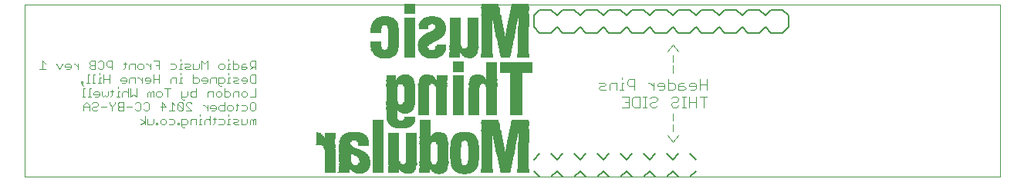
<source format=gbo>
G75*
%MOIN*%
%OFA0B0*%
%FSLAX24Y24*%
%IPPOS*%
%LPD*%
%AMOC8*
5,1,8,0,0,1.08239X$1,22.5*
%
%ADD10C,0.0010*%
%ADD11C,0.0030*%
%ADD12C,0.0040*%
%ADD13C,0.0080*%
%ADD14R,0.0182X0.0008*%
%ADD15R,0.0122X0.0008*%
%ADD16R,0.0312X0.0008*%
%ADD17R,0.0205X0.0008*%
%ADD18R,0.0395X0.0008*%
%ADD19R,0.0258X0.0008*%
%ADD20R,0.0129X0.0008*%
%ADD21R,0.0137X0.0008*%
%ADD22R,0.0456X0.0008*%
%ADD23R,0.0304X0.0008*%
%ADD24R,0.0220X0.0008*%
%ADD25R,0.0228X0.0008*%
%ADD26R,0.0509X0.0008*%
%ADD27R,0.0342X0.0008*%
%ADD28R,0.0274X0.0008*%
%ADD29R,0.0296X0.0008*%
%ADD30R,0.0555X0.0008*%
%ADD31R,0.0372X0.0008*%
%ADD32R,0.0319X0.0008*%
%ADD33R,0.0342X0.0008*%
%ADD34R,0.0502X0.0008*%
%ADD35R,0.0410X0.0008*%
%ADD36R,0.0593X0.0008*%
%ADD37R,0.0403X0.0008*%
%ADD38R,0.0441X0.0008*%
%ADD39R,0.0357X0.0008*%
%ADD40R,0.0448X0.0008*%
%ADD41R,0.0479X0.0008*%
%ADD42R,0.0388X0.0008*%
%ADD43R,0.0502X0.0008*%
%ADD44R,0.0502X0.0008*%
%ADD45R,0.0410X0.0008*%
%ADD46R,0.0631X0.0008*%
%ADD47R,0.0433X0.0008*%
%ADD48R,0.0441X0.0008*%
%ADD49R,0.0388X0.0008*%
%ADD50R,0.0448X0.0008*%
%ADD51R,0.0479X0.0008*%
%ADD52R,0.0426X0.0008*%
%ADD53R,0.0494X0.0008*%
%ADD54R,0.0669X0.0008*%
%ADD55R,0.0464X0.0008*%
%ADD56R,0.0418X0.0008*%
%ADD57R,0.0426X0.0008*%
%ADD58R,0.0692X0.0008*%
%ADD59R,0.0448X0.0008*%
%ADD60R,0.0486X0.0008*%
%ADD61R,0.0494X0.0008*%
%ADD62R,0.0722X0.0008*%
%ADD63R,0.0471X0.0008*%
%ADD64R,0.0745X0.0008*%
%ADD65R,0.0524X0.0008*%
%ADD66R,0.0486X0.0008*%
%ADD67R,0.0540X0.0008*%
%ADD68R,0.0775X0.0008*%
%ADD69R,0.0509X0.0008*%
%ADD70R,0.0486X0.0008*%
%ADD71R,0.0790X0.0008*%
%ADD72R,0.0555X0.0008*%
%ADD73R,0.0532X0.0008*%
%ADD74R,0.0585X0.0008*%
%ADD75R,0.0486X0.0008*%
%ADD76R,0.0813X0.0008*%
%ADD77R,0.0578X0.0008*%
%ADD78R,0.0547X0.0008*%
%ADD79R,0.0608X0.0008*%
%ADD80R,0.0836X0.0008*%
%ADD81R,0.0593X0.0008*%
%ADD82R,0.0555X0.0008*%
%ADD83R,0.0623X0.0008*%
%ADD84R,0.0851X0.0008*%
%ADD85R,0.0608X0.0008*%
%ADD86R,0.0578X0.0008*%
%ADD87R,0.0646X0.0008*%
%ADD88R,0.0866X0.0008*%
%ADD89R,0.0661X0.0008*%
%ADD90R,0.0456X0.0008*%
%ADD91R,0.0882X0.0008*%
%ADD92R,0.0638X0.0008*%
%ADD93R,0.0608X0.0008*%
%ADD94R,0.0676X0.0008*%
%ADD95R,0.0897X0.0008*%
%ADD96R,0.0646X0.0008*%
%ADD97R,0.0692X0.0008*%
%ADD98R,0.0456X0.0008*%
%ADD99R,0.0912X0.0008*%
%ADD100R,0.0654X0.0008*%
%ADD101R,0.0631X0.0008*%
%ADD102R,0.0714X0.0008*%
%ADD103R,0.0927X0.0008*%
%ADD104R,0.0669X0.0008*%
%ADD105R,0.0730X0.0008*%
%ADD106R,0.0942X0.0008*%
%ADD107R,0.0684X0.0008*%
%ADD108R,0.0654X0.0008*%
%ADD109R,0.0737X0.0008*%
%ADD110R,0.0471X0.0008*%
%ADD111R,0.0958X0.0008*%
%ADD112R,0.0692X0.0008*%
%ADD113R,0.0661X0.0008*%
%ADD114R,0.0752X0.0008*%
%ADD115R,0.0973X0.0008*%
%ADD116R,0.0699X0.0008*%
%ADD117R,0.0768X0.0008*%
%ADD118R,0.0980X0.0008*%
%ADD119R,0.0714X0.0008*%
%ADD120R,0.0783X0.0008*%
%ADD121R,0.0988X0.0008*%
%ADD122R,0.0722X0.0008*%
%ADD123R,0.0699X0.0008*%
%ADD124R,0.1277X0.0008*%
%ADD125R,0.1003X0.0008*%
%ADD126R,0.0737X0.0008*%
%ADD127R,0.0707X0.0008*%
%ADD128R,0.1284X0.0008*%
%ADD129R,0.1011X0.0008*%
%ADD130R,0.0714X0.0008*%
%ADD131R,0.1284X0.0008*%
%ADD132R,0.1018X0.0008*%
%ADD133R,0.0745X0.0008*%
%ADD134R,0.1292X0.0008*%
%ADD135R,0.1034X0.0008*%
%ADD136R,0.0752X0.0008*%
%ADD137R,0.1034X0.0008*%
%ADD138R,0.1201X0.0008*%
%ADD139R,0.0737X0.0008*%
%ADD140R,0.1300X0.0008*%
%ADD141R,0.1049X0.0008*%
%ADD142R,0.1208X0.0008*%
%ADD143R,0.1292X0.0008*%
%ADD144R,0.0502X0.0008*%
%ADD145R,0.1056X0.0008*%
%ADD146R,0.1300X0.0008*%
%ADD147R,0.1064X0.0008*%
%ADD148R,0.1208X0.0008*%
%ADD149R,0.1072X0.0008*%
%ADD150R,0.1216X0.0008*%
%ADD151R,0.1307X0.0008*%
%ADD152R,0.1079X0.0008*%
%ADD153R,0.0517X0.0008*%
%ADD154R,0.1087X0.0008*%
%ADD155R,0.1216X0.0008*%
%ADD156R,0.1315X0.0008*%
%ADD157R,0.0517X0.0008*%
%ADD158R,0.1094X0.0008*%
%ADD159R,0.1224X0.0008*%
%ADD160R,0.1216X0.0008*%
%ADD161R,0.1315X0.0008*%
%ADD162R,0.1094X0.0008*%
%ADD163R,0.1224X0.0008*%
%ADD164R,0.1110X0.0008*%
%ADD165R,0.1322X0.0008*%
%ADD166R,0.1110X0.0008*%
%ADD167R,0.1231X0.0008*%
%ADD168R,0.1322X0.0008*%
%ADD169R,0.0532X0.0008*%
%ADD170R,0.1117X0.0008*%
%ADD171R,0.1231X0.0008*%
%ADD172R,0.1125X0.0008*%
%ADD173R,0.1330X0.0008*%
%ADD174R,0.1140X0.0008*%
%ADD175R,0.1322X0.0008*%
%ADD176R,0.1140X0.0008*%
%ADD177R,0.1239X0.0008*%
%ADD178R,0.1322X0.0008*%
%ADD179R,0.0547X0.0008*%
%ADD180R,0.0524X0.0008*%
%ADD181R,0.0524X0.0008*%
%ADD182R,0.1239X0.0008*%
%ADD183R,0.1330X0.0008*%
%ADD184R,0.0562X0.0008*%
%ADD185R,0.0562X0.0008*%
%ADD186R,0.0600X0.0008*%
%ADD187R,0.0540X0.0008*%
%ADD188R,0.0562X0.0008*%
%ADD189R,0.0616X0.0008*%
%ADD190R,0.0585X0.0008*%
%ADD191R,0.0479X0.0008*%
%ADD192R,0.0547X0.0008*%
%ADD193R,0.0540X0.0008*%
%ADD194R,0.0517X0.0008*%
%ADD195R,0.0570X0.0008*%
%ADD196R,0.0479X0.0008*%
%ADD197R,0.0517X0.0008*%
%ADD198R,0.0562X0.0008*%
%ADD199R,0.0578X0.0008*%
%ADD200R,0.0524X0.0008*%
%ADD201R,0.0471X0.0008*%
%ADD202R,0.0532X0.0008*%
%ADD203R,0.0471X0.0008*%
%ADD204R,0.0509X0.0008*%
%ADD205R,0.0509X0.0008*%
%ADD206R,0.0623X0.0008*%
%ADD207R,0.0623X0.0008*%
%ADD208R,0.0638X0.0008*%
%ADD209R,0.0669X0.0008*%
%ADD210R,0.0684X0.0008*%
%ADD211R,0.0684X0.0008*%
%ADD212R,0.0494X0.0008*%
%ADD213R,0.0699X0.0008*%
%ADD214R,0.0540X0.0008*%
%ADD215R,0.0730X0.0008*%
%ADD216R,0.0730X0.0008*%
%ADD217R,0.0570X0.0008*%
%ADD218R,0.0600X0.0008*%
%ADD219R,0.0365X0.0008*%
%ADD220R,0.0365X0.0008*%
%ADD221R,0.0669X0.0008*%
%ADD222R,0.1186X0.0008*%
%ADD223R,0.1178X0.0008*%
%ADD224R,0.0372X0.0008*%
%ADD225R,0.1163X0.0008*%
%ADD226R,0.1155X0.0008*%
%ADD227R,0.1148X0.0008*%
%ADD228R,0.0365X0.0008*%
%ADD229R,0.0372X0.0008*%
%ADD230R,0.1125X0.0008*%
%ADD231R,0.0372X0.0008*%
%ADD232R,0.1102X0.0008*%
%ADD233R,0.0380X0.0008*%
%ADD234R,0.1041X0.0008*%
%ADD235R,0.1026X0.0008*%
%ADD236R,0.0996X0.0008*%
%ADD237R,0.0380X0.0008*%
%ADD238R,0.0980X0.0008*%
%ADD239R,0.0965X0.0008*%
%ADD240R,0.0950X0.0008*%
%ADD241R,0.0927X0.0008*%
%ADD242R,0.0912X0.0008*%
%ADD243R,0.0889X0.0008*%
%ADD244R,0.0828X0.0008*%
%ADD245R,0.0806X0.0008*%
%ADD246R,0.0783X0.0008*%
%ADD247R,0.0388X0.0008*%
%ADD248R,0.0388X0.0008*%
%ADD249R,0.0638X0.0008*%
%ADD250R,0.0616X0.0008*%
%ADD251R,0.0395X0.0008*%
%ADD252R,0.0395X0.0008*%
%ADD253R,0.0494X0.0008*%
%ADD254R,0.0578X0.0008*%
%ADD255R,0.0023X0.0008*%
%ADD256R,0.0638X0.0008*%
%ADD257R,0.0076X0.0008*%
%ADD258R,0.0403X0.0008*%
%ADD259R,0.0395X0.0008*%
%ADD260R,0.0828X0.0008*%
%ADD261R,0.0403X0.0008*%
%ADD262R,0.0403X0.0008*%
%ADD263R,0.0464X0.0008*%
%ADD264R,0.0555X0.0008*%
%ADD265R,0.0585X0.0008*%
%ADD266R,0.0532X0.0008*%
%ADD267R,0.1216X0.0008*%
%ADD268R,0.1132X0.0008*%
%ADD269R,0.1117X0.0008*%
%ADD270R,0.1201X0.0008*%
%ADD271R,0.1208X0.0008*%
%ADD272R,0.1201X0.0008*%
%ADD273R,0.1193X0.0008*%
%ADD274R,0.1193X0.0008*%
%ADD275R,0.1186X0.0008*%
%ADD276R,0.1064X0.0008*%
%ADD277R,0.1186X0.0008*%
%ADD278R,0.1163X0.0008*%
%ADD279R,0.1155X0.0008*%
%ADD280R,0.0350X0.0008*%
%ADD281R,0.1011X0.0008*%
%ADD282R,0.1178X0.0008*%
%ADD283R,0.1125X0.0008*%
%ADD284R,0.0342X0.0008*%
%ADD285R,0.1003X0.0008*%
%ADD286R,0.1170X0.0008*%
%ADD287R,0.0334X0.0008*%
%ADD288R,0.0327X0.0008*%
%ADD289R,0.0676X0.0008*%
%ADD290R,0.0973X0.0008*%
%ADD291R,0.1079X0.0008*%
%ADD292R,0.0312X0.0008*%
%ADD293R,0.0958X0.0008*%
%ADD294R,0.1041X0.0008*%
%ADD295R,0.0296X0.0008*%
%ADD296R,0.0912X0.0008*%
%ADD297R,0.0289X0.0008*%
%ADD298R,0.0281X0.0008*%
%ADD299R,0.0988X0.0008*%
%ADD300R,0.0456X0.0008*%
%ADD301R,0.0866X0.0008*%
%ADD302R,0.0266X0.0008*%
%ADD303R,0.0851X0.0008*%
%ADD304R,0.0258X0.0008*%
%ADD305R,0.0935X0.0008*%
%ADD306R,0.0243X0.0008*%
%ADD307R,0.0806X0.0008*%
%ADD308R,0.0912X0.0008*%
%ADD309R,0.0236X0.0008*%
%ADD310R,0.0790X0.0008*%
%ADD311R,0.0859X0.0008*%
%ADD312R,0.0213X0.0008*%
%ADD313R,0.0844X0.0008*%
%ADD314R,0.0813X0.0008*%
%ADD315R,0.0190X0.0008*%
%ADD316R,0.0692X0.0008*%
%ADD317R,0.0783X0.0008*%
%ADD318R,0.0182X0.0008*%
%ADD319R,0.0167X0.0008*%
%ADD320R,0.0410X0.0008*%
%ADD321R,0.0707X0.0008*%
%ADD322R,0.0152X0.0008*%
%ADD323R,0.0137X0.0008*%
%ADD324R,0.0350X0.0008*%
%ADD325R,0.0114X0.0008*%
%ADD326R,0.0319X0.0008*%
%ADD327R,0.0091X0.0008*%
%ADD328R,0.0266X0.0008*%
%ADD329R,0.0068X0.0008*%
%ADD330R,0.0213X0.0008*%
%ADD331R,0.0441X0.0008*%
%ADD332R,0.0030X0.0008*%
%ADD333R,0.0859X0.0008*%
%ADD334R,0.0851X0.0008*%
%ADD335R,0.0129X0.0008*%
%ADD336R,0.0859X0.0008*%
%ADD337R,0.0851X0.0008*%
%ADD338R,0.0844X0.0008*%
%ADD339R,0.0836X0.0008*%
%ADD340R,0.0828X0.0008*%
%ADD341R,0.0828X0.0008*%
%ADD342R,0.0821X0.0008*%
%ADD343R,0.0821X0.0008*%
%ADD344R,0.0198X0.0008*%
%ADD345R,0.0798X0.0008*%
%ADD346R,0.0798X0.0008*%
%ADD347R,0.0775X0.0008*%
%ADD348R,0.0874X0.0008*%
%ADD349R,0.0920X0.0008*%
%ADD350R,0.0935X0.0008*%
%ADD351R,0.0965X0.0008*%
%ADD352R,0.0980X0.0008*%
%ADD353R,0.0996X0.0008*%
%ADD354R,0.0775X0.0008*%
%ADD355R,0.1034X0.0008*%
%ADD356R,0.1079X0.0008*%
%ADD357R,0.0768X0.0008*%
%ADD358R,0.1087X0.0008*%
%ADD359R,0.1094X0.0008*%
%ADD360R,0.0760X0.0008*%
%ADD361R,0.1132X0.0008*%
%ADD362R,0.0760X0.0008*%
%ADD363R,0.1148X0.0008*%
%ADD364R,0.1170X0.0008*%
%ADD365R,0.1178X0.0008*%
%ADD366R,0.0745X0.0008*%
%ADD367R,0.0547X0.0008*%
%ADD368R,0.0106X0.0008*%
%ADD369R,0.0198X0.0008*%
%ADD370R,0.0289X0.0008*%
%ADD371R,0.0327X0.0008*%
%ADD372R,0.0357X0.0008*%
%ADD373R,0.0418X0.0008*%
%ADD374R,0.0433X0.0008*%
%ADD375R,0.0585X0.0008*%
%ADD376R,0.0661X0.0008*%
%ADD377R,0.1155X0.0008*%
%ADD378R,0.1170X0.0008*%
%ADD379R,0.1178X0.0008*%
%ADD380R,0.1186X0.0008*%
%ADD381R,0.1201X0.0008*%
%ADD382R,0.1224X0.0008*%
%ADD383R,0.1224X0.0008*%
%ADD384R,0.1231X0.0008*%
%ADD385R,0.1231X0.0008*%
%ADD386R,0.1239X0.0008*%
%ADD387R,0.0600X0.0008*%
%ADD388R,0.1239X0.0008*%
%ADD389R,0.1208X0.0008*%
%ADD390R,0.0737X0.0008*%
%ADD391R,0.0752X0.0008*%
%ADD392R,0.0730X0.0008*%
%ADD393R,0.0699X0.0008*%
%ADD394R,0.0661X0.0008*%
%ADD395R,0.0616X0.0008*%
%ADD396R,0.0623X0.0008*%
%ADD397R,0.0418X0.0008*%
%ADD398R,0.0410X0.0008*%
%ADD399R,0.0274X0.0008*%
%ADD400R,0.0289X0.0008*%
%ADD401R,0.0220X0.0008*%
%ADD402R,0.0251X0.0008*%
%ADD403R,0.0129X0.0008*%
%ADD404R,0.0190X0.0008*%
%ADD405R,0.0114X0.0008*%
%ADD406R,0.1414X0.0008*%
%ADD407R,0.1414X0.0008*%
%ADD408R,0.0220X0.0008*%
%ADD409R,0.0357X0.0008*%
%ADD410R,0.0722X0.0008*%
%ADD411R,0.0882X0.0008*%
%ADD412R,0.0904X0.0008*%
%ADD413R,0.0646X0.0008*%
%ADD414R,0.0676X0.0008*%
%ADD415R,0.1026X0.0008*%
%ADD416R,0.1018X0.0008*%
%ADD417R,0.1018X0.0008*%
%ADD418R,0.1041X0.0008*%
%ADD419R,0.1056X0.0008*%
%ADD420R,0.1049X0.0008*%
%ADD421R,0.1102X0.0008*%
%ADD422R,0.1102X0.0008*%
%ADD423R,0.1117X0.0008*%
%ADD424R,0.1132X0.0008*%
%ADD425R,0.1125X0.0008*%
%ADD426R,0.0616X0.0008*%
%ADD427R,0.0593X0.0008*%
%ADD428R,0.0448X0.0008*%
%ADD429R,0.0426X0.0008*%
%ADD430R,0.0441X0.0008*%
%ADD431R,0.0426X0.0008*%
%ADD432R,0.0714X0.0008*%
%ADD433R,0.0752X0.0008*%
%ADD434R,0.0775X0.0008*%
%ADD435R,0.0889X0.0008*%
%ADD436R,0.0882X0.0008*%
%ADD437R,0.0874X0.0008*%
%ADD438R,0.0866X0.0008*%
%ADD439R,0.0798X0.0008*%
%ADD440R,0.0654X0.0008*%
%ADD441R,0.0608X0.0008*%
%ADD442R,0.0418X0.0008*%
%ADD443R,0.0433X0.0008*%
%ADD444R,0.0433X0.0008*%
%ADD445R,0.0464X0.0008*%
%ADD446R,0.1094X0.0008*%
%ADD447R,0.1034X0.0008*%
%ADD448R,0.0973X0.0008*%
%ADD449R,0.0965X0.0008*%
%ADD450R,0.0904X0.0008*%
%ADD451R,0.0821X0.0008*%
%ADD452R,0.0798X0.0008*%
D10*
X007994Y004807D02*
X050120Y004807D01*
X050120Y012287D01*
X007994Y012287D01*
X007994Y004807D01*
D11*
X013005Y007072D02*
X013191Y007195D01*
X013005Y007319D01*
X013191Y007442D02*
X013191Y007072D01*
X013312Y007072D02*
X013312Y007319D01*
X013559Y007319D02*
X013559Y007133D01*
X013497Y007072D01*
X013312Y007072D01*
X013681Y007072D02*
X013743Y007072D01*
X013743Y007133D01*
X013681Y007133D01*
X013681Y007072D01*
X013865Y007133D02*
X013865Y007257D01*
X013926Y007319D01*
X014050Y007319D01*
X014111Y007257D01*
X014111Y007133D01*
X014050Y007072D01*
X013926Y007072D01*
X013865Y007133D01*
X014233Y007072D02*
X014418Y007072D01*
X014480Y007133D01*
X014480Y007257D01*
X014418Y007319D01*
X014233Y007319D01*
X014602Y007133D02*
X014602Y007072D01*
X014664Y007072D01*
X014664Y007133D01*
X014602Y007133D01*
X014785Y007072D02*
X014970Y007072D01*
X015032Y007133D01*
X015032Y007257D01*
X014970Y007319D01*
X014785Y007319D01*
X014785Y007010D01*
X014847Y006948D01*
X014909Y006948D01*
X015154Y007072D02*
X015154Y007257D01*
X015215Y007319D01*
X015401Y007319D01*
X015401Y007072D01*
X015523Y007072D02*
X015646Y007072D01*
X015584Y007072D02*
X015584Y007319D01*
X015646Y007319D01*
X015767Y007257D02*
X015767Y007072D01*
X016014Y007072D02*
X016014Y007442D01*
X015953Y007319D02*
X015829Y007319D01*
X015767Y007257D01*
X015953Y007319D02*
X016014Y007257D01*
X016136Y007319D02*
X016260Y007319D01*
X016198Y007380D02*
X016198Y007133D01*
X016136Y007072D01*
X016381Y007072D02*
X016566Y007072D01*
X016628Y007133D01*
X016628Y007257D01*
X016566Y007319D01*
X016381Y007319D01*
X016812Y007319D02*
X016812Y007072D01*
X016874Y007072D02*
X016750Y007072D01*
X016995Y007133D02*
X017057Y007072D01*
X017242Y007072D01*
X017364Y007072D02*
X017364Y007319D01*
X017242Y007257D02*
X017180Y007319D01*
X016995Y007319D01*
X016874Y007319D02*
X016812Y007319D01*
X016812Y007442D02*
X016812Y007504D01*
X016811Y007672D02*
X016750Y007733D01*
X016750Y007857D01*
X016811Y007919D01*
X016935Y007919D01*
X016997Y007857D01*
X016997Y007733D01*
X016935Y007672D01*
X016811Y007672D01*
X016628Y007672D02*
X016443Y007672D01*
X016381Y007733D01*
X016381Y007857D01*
X016443Y007919D01*
X016628Y007919D01*
X016628Y008042D02*
X016628Y007672D01*
X016260Y007733D02*
X016260Y007857D01*
X016198Y007919D01*
X016075Y007919D01*
X016013Y007857D01*
X016013Y007795D01*
X016260Y007795D01*
X016260Y007733D02*
X016198Y007672D01*
X016075Y007672D01*
X015892Y007672D02*
X015892Y007919D01*
X015768Y007919D02*
X015706Y007919D01*
X015768Y007919D02*
X015892Y007795D01*
X015216Y007672D02*
X014969Y007919D01*
X014969Y007980D01*
X015031Y008042D01*
X015155Y008042D01*
X015216Y007980D01*
X014909Y008148D02*
X014847Y008148D01*
X014785Y008210D01*
X014785Y008519D01*
X015032Y008519D02*
X015032Y008333D01*
X014970Y008272D01*
X014785Y008272D01*
X015154Y008333D02*
X015154Y008457D01*
X015215Y008519D01*
X015400Y008519D01*
X015400Y008642D02*
X015400Y008272D01*
X015215Y008272D01*
X015154Y008333D01*
X015890Y008272D02*
X015890Y008457D01*
X015952Y008519D01*
X016137Y008519D01*
X016137Y008272D01*
X016259Y008333D02*
X016259Y008457D01*
X016320Y008519D01*
X016444Y008519D01*
X016505Y008457D01*
X016505Y008333D01*
X016444Y008272D01*
X016320Y008272D01*
X016259Y008333D01*
X016627Y008272D02*
X016812Y008272D01*
X016874Y008333D01*
X016874Y008457D01*
X016812Y008519D01*
X016627Y008519D01*
X016627Y008642D02*
X016627Y008272D01*
X016995Y008272D02*
X016995Y008457D01*
X017057Y008519D01*
X017242Y008519D01*
X017242Y008272D01*
X017364Y008333D02*
X017364Y008457D01*
X017425Y008519D01*
X017549Y008519D01*
X017610Y008457D01*
X017610Y008333D01*
X017549Y008272D01*
X017425Y008272D01*
X017364Y008333D01*
X017732Y008272D02*
X017979Y008272D01*
X017979Y008642D01*
X017979Y008872D02*
X017794Y008872D01*
X017732Y008933D01*
X017732Y009180D01*
X017794Y009242D01*
X017979Y009242D01*
X017979Y008872D01*
X017610Y008933D02*
X017610Y009057D01*
X017549Y009119D01*
X017425Y009119D01*
X017364Y009057D01*
X017364Y008995D01*
X017610Y008995D01*
X017610Y008933D02*
X017549Y008872D01*
X017425Y008872D01*
X017242Y008872D02*
X017057Y008872D01*
X016995Y008933D01*
X017057Y008995D01*
X017180Y008995D01*
X017242Y009057D01*
X017180Y009119D01*
X016995Y009119D01*
X016874Y009119D02*
X016812Y009119D01*
X016812Y008872D01*
X016874Y008872D02*
X016750Y008872D01*
X016628Y008933D02*
X016566Y008872D01*
X016381Y008872D01*
X016381Y008810D02*
X016381Y009119D01*
X016566Y009119D01*
X016628Y009057D01*
X016628Y008933D01*
X016505Y008748D02*
X016443Y008748D01*
X016381Y008810D01*
X016260Y008872D02*
X016260Y009119D01*
X016075Y009119D01*
X016013Y009057D01*
X016013Y008872D01*
X015892Y008933D02*
X015830Y008872D01*
X015706Y008872D01*
X015645Y008995D02*
X015892Y008995D01*
X015892Y008933D02*
X015892Y009057D01*
X015830Y009119D01*
X015706Y009119D01*
X015645Y009057D01*
X015645Y008995D01*
X015523Y008933D02*
X015523Y009057D01*
X015462Y009119D01*
X015276Y009119D01*
X015276Y009242D02*
X015276Y008872D01*
X015462Y008872D01*
X015523Y008933D01*
X014787Y008872D02*
X014663Y008872D01*
X014725Y008872D02*
X014725Y009119D01*
X014787Y009119D01*
X014725Y009242D02*
X014725Y009304D01*
X014725Y009472D02*
X014725Y009719D01*
X014787Y009719D01*
X014908Y009719D02*
X015093Y009719D01*
X015155Y009657D01*
X015093Y009595D01*
X014970Y009595D01*
X014908Y009533D01*
X014970Y009472D01*
X015155Y009472D01*
X015276Y009472D02*
X015276Y009719D01*
X015523Y009719D02*
X015523Y009533D01*
X015462Y009472D01*
X015276Y009472D01*
X015645Y009472D02*
X015645Y009842D01*
X015768Y009719D01*
X015892Y009842D01*
X015892Y009472D01*
X016381Y009533D02*
X016381Y009657D01*
X016443Y009719D01*
X016566Y009719D01*
X016628Y009657D01*
X016628Y009533D01*
X016566Y009472D01*
X016443Y009472D01*
X016381Y009533D01*
X016750Y009472D02*
X016874Y009472D01*
X016812Y009472D02*
X016812Y009719D01*
X016874Y009719D01*
X016995Y009719D02*
X017180Y009719D01*
X017242Y009657D01*
X017242Y009533D01*
X017180Y009472D01*
X016995Y009472D01*
X016995Y009842D01*
X016812Y009842D02*
X016812Y009904D01*
X017364Y009657D02*
X017364Y009472D01*
X017549Y009472D01*
X017610Y009533D01*
X017549Y009595D01*
X017364Y009595D01*
X017364Y009657D02*
X017425Y009719D01*
X017549Y009719D01*
X017732Y009780D02*
X017732Y009657D01*
X017794Y009595D01*
X017979Y009595D01*
X017979Y009472D02*
X017979Y009842D01*
X017794Y009842D01*
X017732Y009780D01*
X017855Y009595D02*
X017732Y009472D01*
X016812Y009304D02*
X016812Y009242D01*
X014787Y009472D02*
X014663Y009472D01*
X014541Y009533D02*
X014479Y009472D01*
X014294Y009472D01*
X014294Y009719D02*
X014479Y009719D01*
X014541Y009657D01*
X014541Y009533D01*
X014725Y009842D02*
X014725Y009904D01*
X013804Y009842D02*
X013558Y009842D01*
X013436Y009719D02*
X013436Y009472D01*
X013436Y009595D02*
X013313Y009719D01*
X013251Y009719D01*
X013129Y009657D02*
X013129Y009533D01*
X013068Y009472D01*
X012944Y009472D01*
X012882Y009533D01*
X012882Y009657D01*
X012944Y009719D01*
X013068Y009719D01*
X013129Y009657D01*
X012761Y009719D02*
X012576Y009719D01*
X012514Y009657D01*
X012514Y009472D01*
X012331Y009533D02*
X012269Y009472D01*
X012331Y009533D02*
X012331Y009780D01*
X012393Y009719D02*
X012269Y009719D01*
X012761Y009719D02*
X012761Y009472D01*
X013558Y009242D02*
X013558Y008872D01*
X013436Y008933D02*
X013374Y008872D01*
X013251Y008872D01*
X013189Y008995D02*
X013436Y008995D01*
X013436Y008933D02*
X013436Y009057D01*
X013374Y009119D01*
X013251Y009119D01*
X013189Y009057D01*
X013189Y008995D01*
X013068Y008995D02*
X012944Y009119D01*
X012883Y009119D01*
X012761Y009119D02*
X012576Y009119D01*
X012514Y009057D01*
X012514Y008872D01*
X012393Y008933D02*
X012331Y008872D01*
X012207Y008872D01*
X012146Y008995D02*
X012393Y008995D01*
X012393Y008933D02*
X012393Y009057D01*
X012331Y009119D01*
X012207Y009119D01*
X012146Y009057D01*
X012146Y008995D01*
X011656Y009057D02*
X011409Y009057D01*
X011288Y009119D02*
X011226Y009119D01*
X011226Y008872D01*
X011288Y008872D02*
X011164Y008872D01*
X011042Y008872D02*
X010919Y008872D01*
X010980Y008872D02*
X010980Y009242D01*
X011042Y009242D01*
X011226Y009242D02*
X011226Y009304D01*
X011225Y009472D02*
X011164Y009533D01*
X011225Y009472D02*
X011349Y009472D01*
X011410Y009533D01*
X011410Y009780D01*
X011349Y009842D01*
X011225Y009842D01*
X011164Y009780D01*
X011042Y009842D02*
X010857Y009842D01*
X010795Y009780D01*
X010795Y009719D01*
X010857Y009657D01*
X011042Y009657D01*
X011042Y009472D02*
X011042Y009842D01*
X010857Y009657D02*
X010795Y009595D01*
X010795Y009533D01*
X010857Y009472D01*
X011042Y009472D01*
X010797Y009242D02*
X010735Y009242D01*
X010735Y008872D01*
X010797Y008872D02*
X010673Y008872D01*
X010551Y008748D02*
X010428Y008872D01*
X010489Y008872D01*
X010489Y008933D01*
X010428Y008933D01*
X010428Y008872D01*
X010551Y008642D02*
X010551Y008272D01*
X010612Y008272D02*
X010489Y008272D01*
X010735Y008272D02*
X010858Y008272D01*
X010796Y008272D02*
X010796Y008642D01*
X010858Y008642D01*
X011041Y008519D02*
X010979Y008457D01*
X010979Y008395D01*
X011226Y008395D01*
X011226Y008333D02*
X011226Y008457D01*
X011165Y008519D01*
X011041Y008519D01*
X011041Y008272D02*
X011165Y008272D01*
X011226Y008333D01*
X011348Y008333D02*
X011348Y008519D01*
X011348Y008333D02*
X011409Y008272D01*
X011471Y008333D01*
X011533Y008272D01*
X011595Y008333D01*
X011595Y008519D01*
X011717Y008519D02*
X011840Y008519D01*
X011778Y008580D02*
X011778Y008333D01*
X011717Y008272D01*
X011962Y008272D02*
X012086Y008272D01*
X012024Y008272D02*
X012024Y008519D01*
X012086Y008519D01*
X012207Y008457D02*
X012207Y008272D01*
X012207Y008457D02*
X012269Y008519D01*
X012392Y008519D01*
X012454Y008457D01*
X012454Y008642D02*
X012454Y008272D01*
X012575Y008272D02*
X012575Y008642D01*
X012822Y008642D02*
X012822Y008272D01*
X012699Y008395D01*
X012575Y008272D01*
X012821Y008042D02*
X012945Y008042D01*
X013006Y007980D01*
X013006Y007733D01*
X012945Y007672D01*
X012821Y007672D01*
X012760Y007733D01*
X012638Y007857D02*
X012391Y007857D01*
X012270Y007857D02*
X012085Y007857D01*
X012023Y007795D01*
X012023Y007733D01*
X012085Y007672D01*
X012270Y007672D01*
X012270Y008042D01*
X012085Y008042D01*
X012023Y007980D01*
X012023Y007919D01*
X012085Y007857D01*
X011902Y007980D02*
X011778Y007857D01*
X011778Y007672D01*
X011778Y007857D02*
X011655Y007980D01*
X011655Y008042D01*
X011533Y007857D02*
X011286Y007857D01*
X011165Y007919D02*
X011103Y007857D01*
X010980Y007857D01*
X010918Y007795D01*
X010918Y007733D01*
X010980Y007672D01*
X011103Y007672D01*
X011165Y007733D01*
X010797Y007672D02*
X010797Y007919D01*
X010673Y008042D01*
X010550Y007919D01*
X010550Y007672D01*
X010550Y007857D02*
X010797Y007857D01*
X010918Y007980D02*
X010980Y008042D01*
X011103Y008042D01*
X011165Y007980D01*
X011165Y007919D01*
X011902Y007980D02*
X011902Y008042D01*
X012760Y007980D02*
X012821Y008042D01*
X013128Y007980D02*
X013190Y008042D01*
X013313Y008042D01*
X013375Y007980D01*
X013375Y007733D01*
X013313Y007672D01*
X013190Y007672D01*
X013128Y007733D01*
X013865Y007857D02*
X014111Y007857D01*
X013926Y008042D01*
X013926Y007672D01*
X014233Y007672D02*
X014480Y007672D01*
X014356Y007672D02*
X014356Y008042D01*
X014480Y007919D01*
X014601Y007980D02*
X014848Y007733D01*
X014786Y007672D01*
X014663Y007672D01*
X014601Y007733D01*
X014601Y007980D01*
X014663Y008042D01*
X014786Y008042D01*
X014848Y007980D01*
X014848Y007733D01*
X014969Y007672D02*
X015216Y007672D01*
X015584Y007504D02*
X015584Y007442D01*
X016995Y007133D02*
X017057Y007195D01*
X017180Y007195D01*
X017242Y007257D01*
X017549Y007072D02*
X017610Y007133D01*
X017610Y007319D01*
X017732Y007257D02*
X017732Y007072D01*
X017855Y007072D02*
X017855Y007257D01*
X017794Y007319D01*
X017732Y007257D01*
X017855Y007257D02*
X017917Y007319D01*
X017979Y007319D01*
X017979Y007072D01*
X017549Y007072D02*
X017364Y007072D01*
X017364Y007672D02*
X017549Y007672D01*
X017610Y007733D01*
X017610Y007857D01*
X017549Y007919D01*
X017364Y007919D01*
X017242Y007919D02*
X017119Y007919D01*
X017180Y007980D02*
X017180Y007733D01*
X017119Y007672D01*
X017732Y007733D02*
X017732Y007980D01*
X017794Y008042D01*
X017917Y008042D01*
X017979Y007980D01*
X017979Y007733D01*
X017917Y007672D01*
X017794Y007672D01*
X017732Y007733D01*
X014541Y008872D02*
X014541Y009119D01*
X014356Y009119D01*
X014294Y009057D01*
X014294Y008872D01*
X014296Y008642D02*
X014049Y008642D01*
X014172Y008642D02*
X014172Y008272D01*
X013927Y008333D02*
X013866Y008272D01*
X013742Y008272D01*
X013680Y008333D01*
X013680Y008457D01*
X013742Y008519D01*
X013866Y008519D01*
X013927Y008457D01*
X013927Y008333D01*
X013559Y008272D02*
X013559Y008519D01*
X013497Y008519D01*
X013435Y008457D01*
X013374Y008519D01*
X013312Y008457D01*
X013312Y008272D01*
X013435Y008272D02*
X013435Y008457D01*
X013068Y008872D02*
X013068Y009119D01*
X012761Y009119D02*
X012761Y008872D01*
X013558Y009057D02*
X013804Y009057D01*
X013804Y008872D02*
X013804Y009242D01*
X013804Y009472D02*
X013804Y009842D01*
X013804Y009657D02*
X013681Y009657D01*
X011779Y009595D02*
X011594Y009595D01*
X011532Y009657D01*
X011532Y009780D01*
X011594Y009842D01*
X011779Y009842D01*
X011779Y009472D01*
X011656Y009242D02*
X011656Y008872D01*
X011409Y008872D02*
X011409Y009242D01*
X010305Y009472D02*
X010305Y009719D01*
X010182Y009719D02*
X010120Y009719D01*
X010182Y009719D02*
X010305Y009595D01*
X009999Y009595D02*
X009752Y009595D01*
X009752Y009657D01*
X009813Y009719D01*
X009937Y009719D01*
X009999Y009657D01*
X009999Y009533D01*
X009937Y009472D01*
X009813Y009472D01*
X009507Y009472D02*
X009383Y009719D01*
X009630Y009719D02*
X009507Y009472D01*
X008894Y009472D02*
X008647Y009472D01*
X008770Y009472D02*
X008770Y009842D01*
X008894Y009719D01*
X010551Y008642D02*
X010612Y008642D01*
X012024Y008642D02*
X012024Y008704D01*
D12*
X032793Y008653D02*
X032870Y008730D01*
X033023Y008730D01*
X033100Y008807D01*
X033023Y008884D01*
X032793Y008884D01*
X032793Y008653D02*
X032870Y008577D01*
X033100Y008577D01*
X033253Y008577D02*
X033253Y008807D01*
X033330Y008884D01*
X033560Y008884D01*
X033560Y008577D01*
X033714Y008577D02*
X033867Y008577D01*
X033791Y008577D02*
X033791Y008884D01*
X033867Y008884D01*
X033791Y009037D02*
X033791Y009114D01*
X034021Y008960D02*
X034021Y008807D01*
X034097Y008730D01*
X034328Y008730D01*
X034328Y008577D02*
X034328Y009037D01*
X034097Y009037D01*
X034021Y008960D01*
X034942Y008884D02*
X035018Y008884D01*
X035172Y008730D01*
X035325Y008730D02*
X035632Y008730D01*
X035632Y008653D02*
X035632Y008807D01*
X035555Y008884D01*
X035402Y008884D01*
X035325Y008807D01*
X035325Y008730D01*
X035402Y008577D02*
X035555Y008577D01*
X035632Y008653D01*
X035786Y008577D02*
X036016Y008577D01*
X036093Y008653D01*
X036093Y008807D01*
X036016Y008884D01*
X035786Y008884D01*
X035786Y009037D02*
X035786Y008577D01*
X036246Y008577D02*
X036246Y008807D01*
X036323Y008884D01*
X036476Y008884D01*
X036476Y008730D02*
X036246Y008730D01*
X036246Y008577D02*
X036476Y008577D01*
X036553Y008653D01*
X036476Y008730D01*
X036706Y008730D02*
X036706Y008807D01*
X036783Y008884D01*
X036937Y008884D01*
X037013Y008807D01*
X037013Y008653D01*
X036937Y008577D01*
X036783Y008577D01*
X036706Y008730D02*
X037013Y008730D01*
X037167Y008807D02*
X037474Y008807D01*
X037474Y008577D02*
X037474Y009037D01*
X037167Y009037D02*
X037167Y008577D01*
X037167Y008287D02*
X037474Y008287D01*
X037320Y008287D02*
X037320Y007827D01*
X037013Y007827D02*
X037013Y008287D01*
X036706Y008287D02*
X036706Y007827D01*
X036553Y007827D02*
X036399Y007827D01*
X036476Y007827D02*
X036476Y008287D01*
X036553Y008287D02*
X036399Y008287D01*
X036246Y008210D02*
X036169Y008287D01*
X036016Y008287D01*
X035939Y008210D01*
X036016Y008057D02*
X035939Y007980D01*
X035939Y007903D01*
X036016Y007827D01*
X036169Y007827D01*
X036246Y007903D01*
X036169Y008057D02*
X036016Y008057D01*
X036169Y008057D02*
X036246Y008134D01*
X036246Y008210D01*
X036706Y008057D02*
X037013Y008057D01*
X035994Y007537D02*
X035994Y007230D01*
X035994Y007076D02*
X035994Y006769D01*
X036224Y006616D02*
X035994Y006309D01*
X035763Y006616D01*
X035248Y007827D02*
X035325Y007903D01*
X035248Y007827D02*
X035095Y007827D01*
X035018Y007903D01*
X035018Y007980D01*
X035095Y008057D01*
X035248Y008057D01*
X035325Y008134D01*
X035325Y008210D01*
X035248Y008287D01*
X035095Y008287D01*
X035018Y008210D01*
X034865Y008287D02*
X034711Y008287D01*
X034788Y008287D02*
X034788Y007827D01*
X034865Y007827D02*
X034711Y007827D01*
X034558Y007827D02*
X034328Y007827D01*
X034251Y007903D01*
X034251Y008210D01*
X034328Y008287D01*
X034558Y008287D01*
X034558Y007827D01*
X034097Y007827D02*
X033791Y007827D01*
X033944Y008057D02*
X034097Y008057D01*
X034097Y008287D02*
X034097Y007827D01*
X034097Y008287D02*
X033791Y008287D01*
X035172Y008577D02*
X035172Y008884D01*
X035994Y009327D02*
X035994Y009634D01*
X035994Y009787D02*
X035994Y010094D01*
X036224Y010247D02*
X035994Y010554D01*
X035764Y010247D01*
D13*
X035744Y011057D02*
X035244Y011057D01*
X034994Y011307D01*
X034744Y011057D01*
X034244Y011057D01*
X033994Y011307D01*
X033744Y011057D01*
X033244Y011057D01*
X032994Y011307D01*
X032744Y011057D01*
X032244Y011057D01*
X031994Y011307D01*
X031744Y011057D01*
X031244Y011057D01*
X030994Y011307D01*
X030744Y011057D01*
X030244Y011057D01*
X029994Y011307D01*
X029994Y011807D01*
X030244Y012057D01*
X030744Y012057D01*
X030994Y011807D01*
X031244Y012057D01*
X031744Y012057D01*
X031994Y011807D01*
X032244Y012057D01*
X032744Y012057D01*
X032994Y011807D01*
X033244Y012057D01*
X033744Y012057D01*
X033994Y011807D01*
X034244Y012057D01*
X034744Y012057D01*
X034994Y011807D01*
X035244Y012057D01*
X035744Y012057D01*
X035994Y011807D01*
X036244Y012057D01*
X036744Y012057D01*
X036994Y011807D01*
X037244Y012057D01*
X037744Y012057D01*
X037994Y011807D01*
X038244Y012057D01*
X038744Y012057D01*
X038994Y011807D01*
X039244Y012057D01*
X039744Y012057D01*
X039994Y011807D01*
X040244Y012057D01*
X040744Y012057D01*
X040994Y011807D01*
X040994Y011307D01*
X040744Y011057D01*
X040244Y011057D01*
X039994Y011307D01*
X039744Y011057D01*
X039244Y011057D01*
X038994Y011307D01*
X038744Y011057D01*
X038244Y011057D01*
X037994Y011307D01*
X037744Y011057D01*
X037244Y011057D01*
X036994Y011307D01*
X036744Y011057D01*
X036244Y011057D01*
X035994Y011307D01*
X035744Y011057D01*
X035744Y005807D02*
X035994Y005557D01*
X036244Y005807D01*
X036744Y005807D02*
X036994Y005557D01*
X036994Y005057D02*
X036744Y004807D01*
X036244Y004807D02*
X035994Y005057D01*
X035744Y004807D01*
X035244Y004807D02*
X034994Y005057D01*
X034744Y004807D01*
X034244Y004807D02*
X033994Y005057D01*
X033744Y004807D01*
X033244Y004807D02*
X032994Y005057D01*
X032744Y004807D01*
X032244Y004807D02*
X031994Y005057D01*
X031744Y004807D01*
X031244Y004807D02*
X030994Y005057D01*
X030744Y004807D01*
X030244Y004807D02*
X029994Y005057D01*
X029994Y005557D02*
X030244Y005807D01*
X030744Y005807D02*
X030994Y005557D01*
X031244Y005807D01*
X031744Y005807D02*
X031994Y005557D01*
X032244Y005807D01*
X032744Y005807D02*
X032994Y005557D01*
X033244Y005807D01*
X033744Y005807D02*
X033994Y005557D01*
X034244Y005807D01*
X034744Y005807D02*
X034994Y005557D01*
X035244Y005807D01*
D14*
X027003Y004921D03*
X027003Y006723D03*
X023553Y009937D03*
X023553Y011739D03*
X025597Y011739D03*
D15*
X025886Y004921D03*
D16*
X027007Y004929D03*
X020760Y006548D03*
X023557Y009945D03*
X023557Y011731D03*
D17*
X020707Y006639D03*
X025890Y004929D03*
D18*
X027003Y004937D03*
X028500Y006160D03*
X028478Y006297D03*
X028470Y006320D03*
X028447Y006426D03*
X028440Y006457D03*
X028440Y006487D03*
X028424Y006540D03*
X028417Y006593D03*
X028394Y006677D03*
X028394Y006700D03*
X029093Y006563D03*
X029017Y006183D03*
X029017Y006160D03*
X029010Y006130D03*
X029010Y011153D03*
X029017Y011176D03*
X029017Y011207D03*
X028500Y011176D03*
X028478Y011290D03*
X028478Y011313D03*
X028470Y011343D03*
X028447Y011450D03*
X028440Y011480D03*
X028440Y011503D03*
X028424Y011556D03*
X028417Y011587D03*
X028394Y011693D03*
X029101Y011617D03*
X029124Y011723D03*
D19*
X025886Y004937D03*
D20*
X024567Y004937D03*
D21*
X022489Y004937D03*
D22*
X022481Y004982D03*
X027003Y004944D03*
X027961Y006586D03*
X027961Y006601D03*
X027961Y006609D03*
X027961Y006624D03*
X027961Y006631D03*
X027961Y006639D03*
X027961Y006654D03*
X027961Y006662D03*
X027961Y006669D03*
X027961Y006685D03*
X027961Y006692D03*
X027961Y006707D03*
X029557Y006707D03*
X029557Y006692D03*
X029557Y006685D03*
X029557Y006669D03*
X029557Y006662D03*
X029557Y006654D03*
X029557Y006639D03*
X029557Y006631D03*
X029557Y006624D03*
X029557Y006609D03*
X029557Y006601D03*
X029557Y006586D03*
X025886Y006654D03*
X025970Y010355D03*
X025240Y010317D03*
X025225Y010507D03*
X023180Y011191D03*
X023553Y011716D03*
X025939Y011389D03*
X027961Y011602D03*
X027961Y011609D03*
X027961Y011625D03*
X027961Y011632D03*
X027961Y011647D03*
X027961Y011655D03*
X027961Y011663D03*
X027961Y011678D03*
X027961Y011685D03*
X027961Y011701D03*
X027961Y011708D03*
X027961Y011716D03*
X029557Y011716D03*
X029557Y011708D03*
X029557Y011701D03*
X029557Y011685D03*
X029557Y011678D03*
X029557Y011663D03*
X029557Y011655D03*
X029557Y011647D03*
X029557Y011632D03*
X029557Y011625D03*
X029557Y011609D03*
X029557Y011602D03*
D23*
X025605Y009945D03*
X027003Y006715D03*
X025886Y004944D03*
X020756Y006555D03*
D24*
X024567Y004944D03*
X027562Y009208D03*
D25*
X020718Y006624D03*
X022489Y004944D03*
D26*
X022477Y004997D03*
X022675Y005355D03*
X021847Y005461D03*
X021847Y005469D03*
X021847Y005484D03*
X021847Y005491D03*
X021847Y005499D03*
X021178Y006061D03*
X021178Y006069D03*
X021847Y006168D03*
X022607Y006335D03*
X022614Y006327D03*
X023914Y007232D03*
X023868Y007999D03*
X023868Y008744D03*
X023868Y008752D03*
X024598Y008782D03*
X027440Y008805D03*
X028170Y008729D03*
X027205Y010029D03*
X027341Y010371D03*
X025920Y010279D03*
X023557Y009968D03*
X023230Y010302D03*
X023237Y011374D03*
X023557Y011708D03*
X023959Y005431D03*
X025890Y004997D03*
X026049Y005377D03*
X026049Y005385D03*
X026057Y005393D03*
X026680Y005294D03*
X027326Y005294D03*
X027007Y004952D03*
D27*
X025890Y004952D03*
D28*
X024564Y004952D03*
X020741Y006586D03*
X027216Y009968D03*
D29*
X025593Y011731D03*
X022485Y004952D03*
D30*
X022477Y005013D03*
X027007Y004959D03*
X023891Y007939D03*
X023891Y008805D03*
X023557Y009975D03*
X028147Y008805D03*
D31*
X028565Y010811D03*
X028565Y010819D03*
X028565Y010834D03*
X028550Y010887D03*
X028550Y010895D03*
X028550Y010903D03*
X028550Y010918D03*
X028542Y010941D03*
X028542Y010948D03*
X028953Y010834D03*
X028953Y010819D03*
X028953Y010811D03*
X028968Y010895D03*
X028968Y010903D03*
X028968Y010918D03*
X028975Y010948D03*
X028975Y005932D03*
X028968Y005902D03*
X028968Y005894D03*
X028968Y005879D03*
X028953Y005818D03*
X028953Y005811D03*
X028953Y005795D03*
X028565Y005795D03*
X028565Y005811D03*
X028565Y005818D03*
X028550Y005871D03*
X028550Y005879D03*
X028550Y005894D03*
X028550Y005902D03*
X028542Y005925D03*
X028542Y005932D03*
X025890Y004959D03*
D32*
X024564Y004959D03*
X020764Y006533D03*
D33*
X020775Y006502D03*
X022485Y004959D03*
D34*
X022633Y005643D03*
X026061Y005423D03*
X027984Y005096D03*
X027984Y005073D03*
X027984Y005043D03*
X027984Y005020D03*
X027984Y004990D03*
X027984Y004967D03*
X029534Y004967D03*
X029534Y004990D03*
X029534Y005020D03*
X029534Y005043D03*
X029534Y005073D03*
X029534Y005096D03*
X024617Y008007D03*
X023864Y008030D03*
X023864Y008706D03*
X027436Y008790D03*
X028174Y008706D03*
X027984Y009983D03*
X027984Y010013D03*
X027984Y010036D03*
X027984Y010067D03*
X027984Y010097D03*
X027984Y010120D03*
X029534Y010120D03*
X029534Y010097D03*
X029534Y010067D03*
X029534Y010036D03*
X029534Y010013D03*
X029534Y009983D03*
D35*
X028759Y009983D03*
X028759Y004967D03*
D36*
X028759Y005400D03*
X028759Y005423D03*
X027003Y004967D03*
X025886Y006593D03*
X027003Y006677D03*
X021888Y005317D03*
X023910Y008820D03*
X023553Y009983D03*
X025605Y009983D03*
X027201Y010067D03*
X028759Y010416D03*
X023553Y011693D03*
D37*
X029036Y011313D03*
X029036Y011290D03*
X029044Y011343D03*
X029051Y011366D03*
X029067Y011450D03*
X029074Y011480D03*
X029074Y011503D03*
X029082Y011533D03*
X029089Y011556D03*
X029097Y011587D03*
X029105Y011640D03*
X029120Y011693D03*
X029120Y006700D03*
X029120Y006677D03*
X029105Y006616D03*
X029097Y006593D03*
X029089Y006540D03*
X029082Y006510D03*
X029074Y006487D03*
X029074Y006457D03*
X029067Y006426D03*
X029051Y006373D03*
X029051Y006350D03*
X029044Y006320D03*
X029036Y006297D03*
X029021Y006213D03*
X025890Y004967D03*
D38*
X025278Y004967D03*
X025278Y004990D03*
X025278Y005020D03*
X025278Y005043D03*
X025278Y005073D03*
X025278Y005096D03*
X025278Y005127D03*
X028759Y005043D03*
X028759Y005020D03*
X021212Y006457D03*
X021212Y006487D03*
X021212Y006510D03*
X021212Y006540D03*
X021212Y006563D03*
X021212Y006593D03*
X021212Y006616D03*
X021212Y006647D03*
X021212Y006677D03*
X028759Y010036D03*
X028759Y010067D03*
X025985Y010416D03*
X025232Y010340D03*
X025970Y011290D03*
X025962Y011343D03*
D39*
X020783Y006487D03*
X024560Y004967D03*
D40*
X023929Y004967D03*
X023929Y004990D03*
X023929Y005020D03*
X023929Y005043D03*
X023929Y005073D03*
X023929Y005096D03*
X023929Y005127D03*
X023929Y005157D03*
X026019Y009010D03*
X026019Y009033D03*
X026019Y009063D03*
X026019Y009086D03*
X026019Y009117D03*
X026019Y009147D03*
X026019Y009170D03*
X025609Y009960D03*
X026581Y009983D03*
X026581Y010013D03*
X026581Y010036D03*
X026581Y010067D03*
X026581Y010097D03*
X026581Y010120D03*
X026581Y010150D03*
X026581Y010173D03*
X025966Y011260D03*
X025259Y011397D03*
D41*
X023929Y011207D03*
X023906Y011313D03*
X023215Y011343D03*
X023192Y010393D03*
X023199Y010363D03*
X023906Y010363D03*
X023929Y010477D03*
X023929Y010500D03*
X025236Y010530D03*
X026726Y009770D03*
X026726Y009740D03*
X026726Y009717D03*
X026726Y009687D03*
X026726Y009656D03*
X026726Y009633D03*
X026726Y009603D03*
X026726Y009580D03*
X026726Y009550D03*
X026726Y009527D03*
X026726Y009497D03*
X026726Y009466D03*
X026726Y009443D03*
X026726Y009413D03*
X026726Y009390D03*
X026726Y009360D03*
X026726Y009170D03*
X026726Y009147D03*
X026726Y009117D03*
X026726Y009086D03*
X026726Y009063D03*
X026726Y009033D03*
X026726Y009010D03*
X026726Y008980D03*
X026726Y008957D03*
X026726Y008927D03*
X026726Y008896D03*
X026726Y008873D03*
X026726Y008843D03*
X026726Y008820D03*
X026726Y008790D03*
X026726Y008767D03*
X026726Y008737D03*
X026726Y008706D03*
X026726Y008683D03*
X026726Y008653D03*
X026726Y008630D03*
X026726Y008600D03*
X026726Y008577D03*
X026726Y008547D03*
X026726Y008516D03*
X026726Y008493D03*
X026726Y008463D03*
X026726Y008440D03*
X026726Y008410D03*
X026726Y008387D03*
X026726Y008357D03*
X026726Y008326D03*
X026726Y008303D03*
X026726Y008273D03*
X026726Y008250D03*
X026726Y008220D03*
X026726Y008197D03*
X026726Y008167D03*
X026726Y008136D03*
X026726Y008113D03*
X026726Y008083D03*
X026726Y008060D03*
X026726Y008030D03*
X026726Y008007D03*
X026726Y007977D03*
X026726Y007946D03*
X026726Y007923D03*
X026726Y007893D03*
X026726Y007870D03*
X026726Y007840D03*
X026726Y007817D03*
X026726Y007787D03*
X026726Y007756D03*
X026726Y007733D03*
X026726Y007703D03*
X026726Y007680D03*
X026726Y007650D03*
X026726Y007627D03*
X026726Y007597D03*
X026726Y007566D03*
X026726Y007543D03*
X026726Y007513D03*
X026726Y007490D03*
X028185Y007490D03*
X028185Y007513D03*
X028185Y007543D03*
X028185Y007566D03*
X028185Y007597D03*
X028185Y007627D03*
X028185Y007650D03*
X028185Y007680D03*
X028185Y007703D03*
X028185Y007733D03*
X028185Y007756D03*
X028185Y007787D03*
X028185Y007817D03*
X028185Y007840D03*
X028185Y007870D03*
X028185Y007893D03*
X028185Y007923D03*
X028185Y007946D03*
X028185Y007977D03*
X028185Y008007D03*
X028185Y008030D03*
X028185Y008060D03*
X028185Y008083D03*
X028185Y008113D03*
X028185Y008136D03*
X028185Y008167D03*
X028185Y008197D03*
X028185Y008220D03*
X028185Y008250D03*
X028185Y008273D03*
X028185Y008303D03*
X028185Y008326D03*
X028185Y008357D03*
X028185Y008387D03*
X028185Y008410D03*
X028185Y008440D03*
X028185Y008463D03*
X028185Y008493D03*
X028185Y008516D03*
X028185Y008547D03*
X028185Y008577D03*
X028185Y008600D03*
X028185Y009033D03*
X028185Y009063D03*
X028185Y009086D03*
X028185Y009117D03*
X028185Y009147D03*
X028185Y009170D03*
X028185Y009200D03*
X028185Y009223D03*
X028185Y009253D03*
X028185Y009276D03*
X028185Y009307D03*
X028185Y009337D03*
X028185Y009360D03*
X028185Y009390D03*
X028185Y009413D03*
X028185Y009443D03*
X028185Y009466D03*
X028185Y009497D03*
X028185Y009527D03*
X028185Y009550D03*
X028185Y009580D03*
X028185Y009603D03*
X028185Y009633D03*
X028185Y009656D03*
X028185Y009687D03*
X028185Y009717D03*
X028185Y009740D03*
X027972Y010720D03*
X027972Y010743D03*
X027972Y010773D03*
X027972Y010796D03*
X027972Y010827D03*
X027972Y010857D03*
X027972Y010880D03*
X027972Y010910D03*
X027972Y010933D03*
X027972Y010963D03*
X027972Y010986D03*
X029545Y010986D03*
X029545Y010963D03*
X029545Y010933D03*
X029545Y010910D03*
X029545Y010880D03*
X029545Y010857D03*
X029545Y010827D03*
X029545Y010796D03*
X029545Y010773D03*
X029545Y010743D03*
X029545Y010720D03*
X024446Y009147D03*
X024628Y008653D03*
X024636Y008516D03*
X024636Y008493D03*
X024636Y008463D03*
X024636Y008440D03*
X024636Y008410D03*
X024636Y008387D03*
X024636Y008357D03*
X024636Y008326D03*
X024636Y008303D03*
X024636Y008273D03*
X024636Y008250D03*
X025236Y008250D03*
X025236Y008273D03*
X025236Y008303D03*
X025236Y008326D03*
X025236Y008357D03*
X025236Y008387D03*
X025236Y008410D03*
X025236Y008440D03*
X025236Y008463D03*
X025236Y008493D03*
X025236Y008516D03*
X025236Y008547D03*
X025236Y008577D03*
X025236Y008600D03*
X025236Y008630D03*
X025236Y008653D03*
X023853Y008547D03*
X023853Y008516D03*
X023853Y008493D03*
X023853Y008463D03*
X023853Y008440D03*
X023853Y008410D03*
X023853Y008387D03*
X023853Y008357D03*
X023853Y008326D03*
X023853Y008303D03*
X023853Y008273D03*
X023853Y008250D03*
X023853Y008220D03*
X023853Y008197D03*
X025236Y008197D03*
X025236Y008220D03*
X025236Y008167D03*
X025236Y008136D03*
X025236Y008113D03*
X025236Y008083D03*
X025236Y008060D03*
X025236Y008030D03*
X025236Y008007D03*
X025236Y007977D03*
X025236Y007946D03*
X025236Y007923D03*
X025236Y007893D03*
X025236Y007870D03*
X025236Y007840D03*
X025236Y007817D03*
X025236Y007787D03*
X025236Y007756D03*
X025236Y007733D03*
X025236Y007703D03*
X025236Y007680D03*
X025236Y007650D03*
X025236Y007627D03*
X025236Y007597D03*
X025236Y007566D03*
X025236Y007543D03*
X025236Y007513D03*
X025236Y007490D03*
X024636Y007323D03*
X024628Y007300D03*
X023876Y007300D03*
X023853Y007490D03*
X023853Y007513D03*
X023853Y007543D03*
X023853Y007566D03*
X023853Y007597D03*
X023853Y007627D03*
X023853Y007650D03*
X023853Y007680D03*
X023275Y007247D03*
X023275Y007217D03*
X023275Y007186D03*
X023275Y007163D03*
X023275Y007133D03*
X023275Y007110D03*
X023275Y007080D03*
X023275Y007057D03*
X023275Y007027D03*
X023275Y006996D03*
X023275Y006973D03*
X023275Y006943D03*
X023275Y006920D03*
X023275Y006890D03*
X023275Y006867D03*
X023275Y006837D03*
X023275Y006806D03*
X023275Y006783D03*
X023275Y006753D03*
X023275Y006730D03*
X023275Y006700D03*
X023275Y006677D03*
X023275Y006647D03*
X023275Y006616D03*
X023275Y006593D03*
X023275Y006563D03*
X023275Y006540D03*
X023275Y006510D03*
X023275Y006487D03*
X023275Y006457D03*
X023275Y006426D03*
X023275Y006403D03*
X023275Y006373D03*
X023275Y006350D03*
X023275Y006320D03*
X023275Y006297D03*
X023275Y006267D03*
X023275Y006236D03*
X023275Y006213D03*
X023275Y006183D03*
X023275Y006160D03*
X023275Y006130D03*
X023275Y006107D03*
X023275Y006077D03*
X023275Y006046D03*
X023275Y006023D03*
X023275Y005993D03*
X023275Y005970D03*
X023275Y005940D03*
X023275Y005917D03*
X023275Y005887D03*
X023275Y005856D03*
X023275Y005833D03*
X023275Y005803D03*
X023275Y005780D03*
X023275Y005750D03*
X023275Y005727D03*
X023275Y005697D03*
X023275Y005666D03*
X023275Y005643D03*
X023275Y005613D03*
X023275Y005590D03*
X023275Y005560D03*
X023275Y005537D03*
X023275Y005507D03*
X023275Y005476D03*
X023275Y005453D03*
X023275Y005423D03*
X023275Y005400D03*
X023275Y005370D03*
X023275Y005347D03*
X023275Y005317D03*
X023275Y005286D03*
X023275Y005263D03*
X023275Y005233D03*
X023275Y005210D03*
X023275Y005180D03*
X023275Y005157D03*
X023275Y005127D03*
X023275Y005096D03*
X023275Y005073D03*
X023275Y005043D03*
X023275Y005020D03*
X023275Y004990D03*
X023275Y004967D03*
X022675Y005560D03*
X021193Y005560D03*
X021193Y005537D03*
X021193Y005507D03*
X021193Y005476D03*
X021193Y005453D03*
X021193Y005423D03*
X021193Y005400D03*
X021193Y005370D03*
X021193Y005347D03*
X021193Y005317D03*
X021193Y005286D03*
X021193Y005263D03*
X021193Y005233D03*
X021193Y005210D03*
X021193Y005180D03*
X021193Y005157D03*
X021193Y005127D03*
X021193Y005096D03*
X021193Y005073D03*
X021193Y005043D03*
X021193Y005020D03*
X021193Y004990D03*
X021193Y004967D03*
X021193Y005590D03*
X021193Y005613D03*
X021193Y005643D03*
X021193Y005666D03*
X021193Y005697D03*
X021193Y005727D03*
X021193Y005750D03*
X021193Y005780D03*
X021193Y005803D03*
X021193Y005833D03*
X021193Y005856D03*
X021193Y005887D03*
X022645Y006160D03*
X022645Y006183D03*
X022645Y006213D03*
X024712Y006213D03*
X024712Y006236D03*
X024712Y006267D03*
X024712Y006297D03*
X024712Y006320D03*
X024712Y006350D03*
X024712Y006373D03*
X024712Y006403D03*
X024712Y006426D03*
X024712Y006457D03*
X024712Y006487D03*
X024712Y006510D03*
X024712Y006540D03*
X024712Y006563D03*
X024712Y006593D03*
X024712Y006616D03*
X024712Y006647D03*
X024712Y006677D03*
X025890Y006647D03*
X026650Y006297D03*
X026642Y006267D03*
X026635Y006236D03*
X026619Y006130D03*
X026619Y006107D03*
X026612Y006023D03*
X026612Y005993D03*
X026072Y005993D03*
X026612Y005666D03*
X026612Y005643D03*
X026612Y005613D03*
X026619Y005560D03*
X026619Y005537D03*
X026619Y005507D03*
X026642Y005370D03*
X026650Y005347D03*
X027379Y005453D03*
X027379Y005476D03*
X027395Y005613D03*
X027395Y005643D03*
X027972Y005727D03*
X027972Y005750D03*
X027972Y005780D03*
X027972Y005803D03*
X027972Y005833D03*
X027972Y005856D03*
X027972Y005887D03*
X027972Y005917D03*
X027972Y005940D03*
X027972Y005970D03*
X027395Y005993D03*
X027395Y006023D03*
X027379Y006160D03*
X027379Y006183D03*
X027372Y006236D03*
X029545Y005970D03*
X029545Y005940D03*
X029545Y005917D03*
X029545Y005887D03*
X029545Y005856D03*
X029545Y005833D03*
X029545Y005803D03*
X029545Y005780D03*
X029545Y005750D03*
X029545Y005727D03*
X025890Y004990D03*
X024712Y005507D03*
X024712Y005537D03*
X024712Y005560D03*
X024712Y005590D03*
X024712Y005613D03*
X024712Y005643D03*
X024712Y005666D03*
X024712Y005697D03*
X024712Y005727D03*
X024712Y005750D03*
X024712Y005780D03*
X024712Y005803D03*
X024712Y005833D03*
X024712Y005856D03*
X024712Y005887D03*
X024712Y005917D03*
X024712Y005940D03*
X024712Y005970D03*
X024712Y005993D03*
X024712Y006023D03*
X024712Y006046D03*
X024712Y006077D03*
X024712Y006107D03*
X024712Y006130D03*
X024712Y006160D03*
X024712Y006183D03*
D42*
X022485Y004967D03*
X028497Y006183D03*
X028512Y006107D03*
X028998Y006077D03*
X029006Y006107D03*
X028998Y011070D03*
X028998Y011100D03*
X029006Y011123D03*
X028519Y011070D03*
X028512Y011123D03*
X028497Y011207D03*
X028413Y011617D03*
D43*
X025939Y011176D03*
X023880Y010310D03*
X023226Y010310D03*
X025392Y009147D03*
X025255Y008790D03*
X024609Y008767D03*
X025992Y008706D03*
X024609Y007247D03*
X022618Y006320D03*
X021843Y006183D03*
X021182Y006046D03*
X021843Y005780D03*
X021843Y005750D03*
X021843Y005727D03*
X021843Y005697D03*
X021843Y005666D03*
X021843Y005643D03*
X021843Y005613D03*
X021843Y005590D03*
X021843Y005560D03*
X021843Y005537D03*
X022679Y005370D03*
X021782Y004967D03*
X023956Y005453D03*
X025308Y005423D03*
X026046Y006236D03*
X028759Y005180D03*
X028759Y010203D03*
D44*
X027984Y010112D03*
X027984Y010105D03*
X027984Y010089D03*
X027984Y010082D03*
X027984Y010074D03*
X027984Y010059D03*
X027984Y010051D03*
X027984Y010044D03*
X027984Y010029D03*
X027984Y010021D03*
X027984Y010006D03*
X027984Y009998D03*
X027984Y009991D03*
X029534Y009991D03*
X029534Y009998D03*
X029534Y010006D03*
X029534Y010021D03*
X029534Y010029D03*
X029534Y010044D03*
X029534Y010051D03*
X029534Y010059D03*
X029534Y010074D03*
X029534Y010082D03*
X029534Y010089D03*
X029534Y010105D03*
X029534Y010112D03*
X027436Y008797D03*
X028174Y008721D03*
X028174Y008714D03*
X025248Y008775D03*
X023864Y008729D03*
X023864Y008721D03*
X023864Y008714D03*
X023864Y008037D03*
X023864Y008022D03*
X023864Y008015D03*
X024617Y008015D03*
X024617Y008022D03*
X023910Y007239D03*
X021850Y006312D03*
X021850Y006305D03*
X024700Y005385D03*
X026061Y005408D03*
X026061Y005415D03*
X026061Y005431D03*
X026061Y005438D03*
X027330Y005301D03*
X027338Y005309D03*
X027984Y005104D03*
X027984Y005089D03*
X027984Y005081D03*
X027984Y005066D03*
X027984Y005058D03*
X027984Y005051D03*
X027984Y005035D03*
X027984Y005028D03*
X027984Y005013D03*
X027984Y005005D03*
X027984Y004997D03*
X027984Y004982D03*
X027984Y004975D03*
X029534Y004975D03*
X029534Y004982D03*
X029534Y004997D03*
X029534Y005005D03*
X029534Y005013D03*
X029534Y005028D03*
X029534Y005035D03*
X029534Y005051D03*
X029534Y005058D03*
X029534Y005066D03*
X029534Y005081D03*
X029534Y005089D03*
X029534Y005104D03*
X026053Y006198D03*
X026053Y006206D03*
X026676Y006343D03*
X027330Y006343D03*
X027003Y006692D03*
X025248Y010545D03*
D45*
X028759Y009991D03*
X028759Y004975D03*
D46*
X027007Y004975D03*
X022485Y005765D03*
X021907Y006061D03*
X021907Y005301D03*
X024438Y009079D03*
X023557Y009991D03*
X027197Y010089D03*
X027577Y009079D03*
X023557Y011685D03*
D47*
X025236Y011351D03*
X025236Y011336D03*
X025966Y011321D03*
X025966Y011305D03*
X025989Y010469D03*
X025989Y010462D03*
X025989Y010454D03*
X025989Y010439D03*
X025229Y010348D03*
X025221Y010371D03*
X025221Y010378D03*
X025213Y010409D03*
X025213Y010424D03*
X025213Y010431D03*
X025213Y010439D03*
X025213Y010454D03*
X024446Y009162D03*
X023830Y009162D03*
X023830Y009155D03*
X023830Y009139D03*
X023830Y009132D03*
X023830Y009124D03*
X023830Y009109D03*
X023830Y009101D03*
X023830Y009094D03*
X023830Y009079D03*
X023830Y009071D03*
X023830Y009056D03*
X023830Y009048D03*
X023830Y009041D03*
X023830Y009025D03*
X023830Y009018D03*
X023830Y009003D03*
X023830Y009177D03*
X023830Y009185D03*
X025890Y004975D03*
D48*
X025278Y004975D03*
X025278Y004982D03*
X025278Y004997D03*
X025278Y005005D03*
X025278Y005013D03*
X025278Y005028D03*
X025278Y005035D03*
X025278Y005051D03*
X025278Y005058D03*
X025278Y005066D03*
X025278Y005081D03*
X025278Y005089D03*
X025278Y005104D03*
X025278Y005111D03*
X025278Y005119D03*
X025278Y005134D03*
X025278Y005142D03*
X025278Y005149D03*
X028759Y005051D03*
X028759Y005035D03*
X028759Y005028D03*
X025886Y006662D03*
X021212Y006662D03*
X021212Y006669D03*
X021212Y006654D03*
X021212Y006639D03*
X021212Y006631D03*
X021212Y006624D03*
X021212Y006609D03*
X021212Y006601D03*
X021212Y006586D03*
X021212Y006578D03*
X021212Y006571D03*
X021212Y006555D03*
X021212Y006548D03*
X021212Y006533D03*
X021212Y006525D03*
X021212Y006517D03*
X021212Y006502D03*
X021212Y006495D03*
X021212Y006479D03*
X021212Y006472D03*
X021212Y006464D03*
X021212Y006449D03*
X028759Y010044D03*
X028759Y010051D03*
X028759Y010059D03*
X025985Y010409D03*
X025985Y010424D03*
X025985Y010431D03*
X025232Y010333D03*
X025225Y010355D03*
X025248Y011374D03*
X025255Y011389D03*
X025954Y011359D03*
X025954Y011351D03*
X025962Y011336D03*
X025962Y011328D03*
X025970Y011298D03*
X025970Y011283D03*
X025970Y011275D03*
X025970Y011267D03*
D49*
X028398Y011685D03*
X028489Y011245D03*
X028497Y011199D03*
X028497Y011191D03*
X028512Y011138D03*
X028512Y011131D03*
X028512Y011115D03*
X028512Y011108D03*
X028519Y011085D03*
X028519Y011077D03*
X028983Y011001D03*
X028983Y010994D03*
X028998Y011077D03*
X028998Y011085D03*
X028998Y011093D03*
X029006Y011131D03*
X029006Y011138D03*
X027212Y009991D03*
X025609Y009953D03*
X023557Y009953D03*
X024446Y009177D03*
X024446Y007581D03*
X028398Y006669D03*
X028413Y006601D03*
X028489Y006229D03*
X028497Y006191D03*
X028497Y006175D03*
X028512Y006122D03*
X028512Y006115D03*
X028512Y006099D03*
X028512Y006092D03*
X028519Y006069D03*
X028519Y006061D03*
X028519Y006054D03*
X028983Y005985D03*
X028983Y005978D03*
X028998Y006054D03*
X028998Y006061D03*
X028998Y006069D03*
X028998Y006084D03*
X029006Y006115D03*
X029006Y006122D03*
X024560Y004975D03*
D50*
X023929Y004975D03*
X023929Y004982D03*
X023929Y004997D03*
X023929Y005005D03*
X023929Y005013D03*
X023929Y005028D03*
X023929Y005035D03*
X023929Y005051D03*
X023929Y005058D03*
X023929Y005066D03*
X023929Y005081D03*
X023929Y005089D03*
X023929Y005104D03*
X023929Y005111D03*
X023929Y005119D03*
X023929Y005134D03*
X023929Y005142D03*
X023929Y005149D03*
X023929Y005165D03*
X026019Y008995D03*
X026019Y009003D03*
X026019Y009018D03*
X026019Y009025D03*
X026019Y009041D03*
X026019Y009048D03*
X026019Y009056D03*
X026019Y009071D03*
X026019Y009079D03*
X026019Y009094D03*
X026019Y009101D03*
X026019Y009109D03*
X026019Y009124D03*
X026019Y009132D03*
X026019Y009139D03*
X026019Y009155D03*
X026019Y009162D03*
X026019Y009177D03*
X026019Y009185D03*
X025388Y009162D03*
X027569Y009162D03*
X027212Y010006D03*
X026581Y010006D03*
X026581Y009998D03*
X026581Y009991D03*
X026581Y010021D03*
X026581Y010029D03*
X026581Y010044D03*
X026581Y010051D03*
X026581Y010059D03*
X026581Y010074D03*
X026581Y010082D03*
X026581Y010089D03*
X026581Y010105D03*
X026581Y010112D03*
X026581Y010127D03*
X026581Y010135D03*
X026581Y010143D03*
X026581Y010158D03*
X026581Y010165D03*
X026581Y010181D03*
X025966Y010348D03*
X025236Y010325D03*
X025966Y011245D03*
X025966Y011252D03*
X025251Y011381D03*
D51*
X025282Y011419D03*
X025928Y011404D03*
X023929Y011214D03*
X023929Y011199D03*
X023929Y011191D03*
X023929Y011184D03*
X023921Y011245D03*
X023921Y011252D03*
X023906Y011305D03*
X023899Y011328D03*
X023929Y010492D03*
X023929Y010485D03*
X023929Y010469D03*
X023929Y010462D03*
X023921Y010431D03*
X023921Y010424D03*
X023906Y010371D03*
X023899Y010348D03*
X023199Y010355D03*
X023199Y010371D03*
X023192Y010378D03*
X023192Y010386D03*
X025259Y010295D03*
X025943Y010302D03*
X026726Y009763D03*
X026726Y009755D03*
X026726Y009747D03*
X026726Y009732D03*
X026726Y009725D03*
X026726Y009709D03*
X026726Y009702D03*
X026726Y009694D03*
X026726Y009679D03*
X026726Y009671D03*
X026726Y009664D03*
X026726Y009649D03*
X026726Y009641D03*
X026726Y009626D03*
X026726Y009618D03*
X026726Y009611D03*
X026726Y009595D03*
X026726Y009588D03*
X026726Y009573D03*
X026726Y009565D03*
X026726Y009557D03*
X026726Y009542D03*
X026726Y009535D03*
X026726Y009519D03*
X026726Y009512D03*
X026726Y009504D03*
X026726Y009489D03*
X026726Y009481D03*
X026726Y009474D03*
X026726Y009459D03*
X026726Y009451D03*
X026726Y009436D03*
X026726Y009428D03*
X026726Y009421D03*
X026726Y009405D03*
X026726Y009398D03*
X026726Y009383D03*
X026726Y009375D03*
X026726Y009367D03*
X026726Y009185D03*
X026726Y009177D03*
X026726Y009162D03*
X026726Y009155D03*
X026726Y009139D03*
X026726Y009132D03*
X026726Y009124D03*
X026726Y009109D03*
X026726Y009101D03*
X026726Y009094D03*
X026726Y009079D03*
X026726Y009071D03*
X026726Y009056D03*
X026726Y009048D03*
X026726Y009041D03*
X026726Y009025D03*
X026726Y009018D03*
X026726Y009003D03*
X026726Y008995D03*
X026726Y008987D03*
X026726Y008972D03*
X026726Y008965D03*
X026726Y008949D03*
X026726Y008942D03*
X026726Y008934D03*
X026726Y008919D03*
X026726Y008911D03*
X026726Y008904D03*
X026726Y008889D03*
X026726Y008881D03*
X026726Y008866D03*
X026726Y008858D03*
X026726Y008851D03*
X026726Y008835D03*
X026726Y008828D03*
X026726Y008813D03*
X026726Y008805D03*
X026726Y008797D03*
X026726Y008782D03*
X026726Y008775D03*
X026726Y008759D03*
X026726Y008752D03*
X026726Y008744D03*
X026726Y008729D03*
X026726Y008721D03*
X026726Y008714D03*
X026726Y008699D03*
X026726Y008691D03*
X026726Y008676D03*
X026726Y008668D03*
X026726Y008661D03*
X026726Y008645D03*
X026726Y008638D03*
X026726Y008623D03*
X026726Y008615D03*
X026726Y008607D03*
X026726Y008592D03*
X026726Y008585D03*
X026726Y008569D03*
X026726Y008562D03*
X026726Y008554D03*
X026726Y008539D03*
X026726Y008531D03*
X026726Y008524D03*
X026726Y008509D03*
X026726Y008501D03*
X026726Y008486D03*
X026726Y008478D03*
X026726Y008471D03*
X026726Y008455D03*
X026726Y008448D03*
X026726Y008433D03*
X026726Y008425D03*
X026726Y008417D03*
X026726Y008402D03*
X026726Y008395D03*
X026726Y008379D03*
X026726Y008372D03*
X026726Y008364D03*
X026726Y008349D03*
X026726Y008341D03*
X026726Y008334D03*
X026726Y008319D03*
X026726Y008311D03*
X026726Y008296D03*
X026726Y008288D03*
X026726Y008281D03*
X026726Y008265D03*
X026726Y008258D03*
X026726Y008243D03*
X026726Y008235D03*
X026726Y008227D03*
X026726Y008212D03*
X026726Y008205D03*
X026726Y008189D03*
X026726Y008182D03*
X026726Y008174D03*
X026726Y008159D03*
X026726Y008151D03*
X026726Y008144D03*
X026726Y008129D03*
X026726Y008121D03*
X026726Y008106D03*
X026726Y008098D03*
X026726Y008091D03*
X026726Y008075D03*
X026726Y008068D03*
X026726Y008053D03*
X026726Y008045D03*
X026726Y008037D03*
X026726Y008022D03*
X026726Y008015D03*
X026726Y007999D03*
X026726Y007992D03*
X026726Y007984D03*
X026726Y007969D03*
X026726Y007961D03*
X026726Y007954D03*
X026726Y007939D03*
X026726Y007931D03*
X026726Y007916D03*
X026726Y007908D03*
X026726Y007901D03*
X026726Y007885D03*
X026726Y007878D03*
X026726Y007863D03*
X026726Y007855D03*
X026726Y007847D03*
X026726Y007832D03*
X026726Y007825D03*
X026726Y007809D03*
X026726Y007802D03*
X026726Y007794D03*
X026726Y007779D03*
X026726Y007771D03*
X026726Y007764D03*
X026726Y007749D03*
X026726Y007741D03*
X026726Y007726D03*
X026726Y007718D03*
X026726Y007711D03*
X026726Y007695D03*
X026726Y007688D03*
X026726Y007673D03*
X026726Y007665D03*
X026726Y007657D03*
X026726Y007642D03*
X026726Y007635D03*
X026726Y007619D03*
X026726Y007612D03*
X026726Y007604D03*
X026726Y007589D03*
X026726Y007581D03*
X026726Y007574D03*
X026726Y007559D03*
X026726Y007551D03*
X026726Y007536D03*
X026726Y007528D03*
X026726Y007521D03*
X026726Y007505D03*
X026726Y007498D03*
X026726Y007483D03*
X026726Y007475D03*
X028185Y007475D03*
X028185Y007483D03*
X028185Y007498D03*
X028185Y007505D03*
X028185Y007521D03*
X028185Y007528D03*
X028185Y007536D03*
X028185Y007551D03*
X028185Y007559D03*
X028185Y007574D03*
X028185Y007581D03*
X028185Y007589D03*
X028185Y007604D03*
X028185Y007612D03*
X028185Y007619D03*
X028185Y007635D03*
X028185Y007642D03*
X028185Y007657D03*
X028185Y007665D03*
X028185Y007673D03*
X028185Y007688D03*
X028185Y007695D03*
X028185Y007711D03*
X028185Y007718D03*
X028185Y007726D03*
X028185Y007741D03*
X028185Y007749D03*
X028185Y007764D03*
X028185Y007771D03*
X028185Y007779D03*
X028185Y007794D03*
X028185Y007802D03*
X028185Y007809D03*
X028185Y007825D03*
X028185Y007832D03*
X028185Y007847D03*
X028185Y007855D03*
X028185Y007863D03*
X028185Y007878D03*
X028185Y007885D03*
X028185Y007901D03*
X028185Y007908D03*
X028185Y007916D03*
X028185Y007931D03*
X028185Y007939D03*
X028185Y007954D03*
X028185Y007961D03*
X028185Y007969D03*
X028185Y007984D03*
X028185Y007992D03*
X028185Y007999D03*
X028185Y008015D03*
X028185Y008022D03*
X028185Y008037D03*
X028185Y008045D03*
X028185Y008053D03*
X028185Y008068D03*
X028185Y008075D03*
X028185Y008091D03*
X028185Y008098D03*
X028185Y008106D03*
X028185Y008121D03*
X028185Y008129D03*
X028185Y008144D03*
X028185Y008151D03*
X028185Y008159D03*
X028185Y008174D03*
X028185Y008182D03*
X028185Y008189D03*
X028185Y008205D03*
X028185Y008212D03*
X028185Y008227D03*
X028185Y008235D03*
X028185Y008243D03*
X028185Y008258D03*
X028185Y008265D03*
X028185Y008281D03*
X028185Y008288D03*
X028185Y008296D03*
X028185Y008311D03*
X028185Y008319D03*
X028185Y008334D03*
X028185Y008341D03*
X028185Y008349D03*
X028185Y008364D03*
X028185Y008372D03*
X028185Y008379D03*
X028185Y008395D03*
X028185Y008402D03*
X028185Y008417D03*
X028185Y008425D03*
X028185Y008433D03*
X028185Y008448D03*
X028185Y008455D03*
X028185Y008471D03*
X028185Y008478D03*
X028185Y008486D03*
X028185Y008501D03*
X028185Y008509D03*
X028185Y008524D03*
X028185Y008531D03*
X028185Y008539D03*
X028185Y008554D03*
X028185Y008562D03*
X028185Y008569D03*
X028185Y008585D03*
X028185Y008592D03*
X028185Y008607D03*
X028185Y008615D03*
X028185Y009018D03*
X028185Y009025D03*
X028185Y009041D03*
X028185Y009048D03*
X028185Y009056D03*
X028185Y009071D03*
X028185Y009079D03*
X028185Y009094D03*
X028185Y009101D03*
X028185Y009109D03*
X028185Y009124D03*
X028185Y009132D03*
X028185Y009139D03*
X028185Y009155D03*
X028185Y009162D03*
X028185Y009177D03*
X028185Y009185D03*
X028185Y009193D03*
X028185Y009208D03*
X028185Y009215D03*
X028185Y009231D03*
X028185Y009238D03*
X028185Y009246D03*
X028185Y009261D03*
X028185Y009269D03*
X028185Y009284D03*
X028185Y009291D03*
X028185Y009299D03*
X028185Y009314D03*
X028185Y009322D03*
X028185Y009329D03*
X028185Y009345D03*
X028185Y009352D03*
X028185Y009367D03*
X028185Y009375D03*
X028185Y009383D03*
X028185Y009398D03*
X028185Y009405D03*
X028185Y009421D03*
X028185Y009428D03*
X028185Y009436D03*
X028185Y009451D03*
X028185Y009459D03*
X028185Y009474D03*
X028185Y009481D03*
X028185Y009489D03*
X028185Y009504D03*
X028185Y009512D03*
X028185Y009519D03*
X028185Y009535D03*
X028185Y009542D03*
X028185Y009557D03*
X028185Y009565D03*
X028185Y009573D03*
X028185Y009588D03*
X028185Y009595D03*
X028185Y009611D03*
X028185Y009618D03*
X028185Y009626D03*
X028185Y009641D03*
X028185Y009649D03*
X028185Y009664D03*
X028185Y009671D03*
X028185Y009679D03*
X028185Y009694D03*
X028185Y009702D03*
X028185Y009709D03*
X028185Y009725D03*
X028185Y009732D03*
X028185Y009747D03*
X028185Y009755D03*
X027972Y010728D03*
X027972Y010735D03*
X027972Y010751D03*
X027972Y010758D03*
X027972Y010766D03*
X027972Y010781D03*
X027972Y010789D03*
X027972Y010804D03*
X027972Y010811D03*
X027972Y010819D03*
X027972Y010834D03*
X027972Y010842D03*
X027972Y010849D03*
X027972Y010865D03*
X027972Y010872D03*
X027972Y010887D03*
X027972Y010895D03*
X027972Y010903D03*
X027972Y010918D03*
X027972Y010925D03*
X027972Y010941D03*
X027972Y010948D03*
X027972Y010956D03*
X027972Y010971D03*
X027972Y010979D03*
X027972Y010994D03*
X027972Y011001D03*
X029545Y011001D03*
X029545Y010994D03*
X029545Y010979D03*
X029545Y010971D03*
X029545Y010956D03*
X029545Y010948D03*
X029545Y010941D03*
X029545Y010925D03*
X029545Y010918D03*
X029545Y010903D03*
X029545Y010895D03*
X029545Y010887D03*
X029545Y010872D03*
X029545Y010865D03*
X029545Y010849D03*
X029545Y010842D03*
X029545Y010834D03*
X029545Y010819D03*
X029545Y010811D03*
X029545Y010804D03*
X029545Y010789D03*
X029545Y010781D03*
X029545Y010766D03*
X029545Y010758D03*
X029545Y010751D03*
X029545Y010735D03*
X029545Y010728D03*
X025236Y008661D03*
X025236Y008645D03*
X025236Y008638D03*
X025236Y008623D03*
X025236Y008615D03*
X025236Y008607D03*
X025236Y008592D03*
X025236Y008585D03*
X025236Y008569D03*
X025236Y008562D03*
X025236Y008554D03*
X025236Y008539D03*
X025236Y008531D03*
X025236Y008524D03*
X025236Y008509D03*
X025236Y008501D03*
X025236Y008486D03*
X025236Y008478D03*
X025236Y008471D03*
X025236Y008455D03*
X025236Y008448D03*
X025236Y008433D03*
X025236Y008425D03*
X025236Y008417D03*
X025236Y008402D03*
X025236Y008395D03*
X025236Y008379D03*
X025236Y008372D03*
X025236Y008364D03*
X025236Y008349D03*
X025236Y008341D03*
X025236Y008334D03*
X025236Y008319D03*
X025236Y008311D03*
X025236Y008296D03*
X025236Y008288D03*
X025236Y008281D03*
X025236Y008265D03*
X025236Y008258D03*
X025236Y008243D03*
X025236Y008235D03*
X025236Y008227D03*
X025236Y008212D03*
X025236Y008205D03*
X025236Y008189D03*
X025236Y008182D03*
X025236Y008174D03*
X025236Y008159D03*
X025236Y008151D03*
X025236Y008144D03*
X025236Y008129D03*
X025236Y008121D03*
X025236Y008106D03*
X025236Y008098D03*
X025236Y008091D03*
X025236Y008075D03*
X025236Y008068D03*
X025236Y008053D03*
X025236Y008045D03*
X025236Y008037D03*
X025236Y008022D03*
X025236Y008015D03*
X025236Y007999D03*
X025236Y007992D03*
X025236Y007984D03*
X025236Y007969D03*
X025236Y007961D03*
X025236Y007954D03*
X025236Y007939D03*
X025236Y007931D03*
X025236Y007916D03*
X025236Y007908D03*
X025236Y007901D03*
X025236Y007885D03*
X025236Y007878D03*
X025236Y007863D03*
X025236Y007855D03*
X025236Y007847D03*
X025236Y007832D03*
X025236Y007825D03*
X025236Y007809D03*
X025236Y007802D03*
X025236Y007794D03*
X025236Y007779D03*
X025236Y007771D03*
X025236Y007764D03*
X025236Y007749D03*
X025236Y007741D03*
X025236Y007726D03*
X025236Y007718D03*
X025236Y007711D03*
X025236Y007695D03*
X025236Y007688D03*
X025236Y007673D03*
X025236Y007665D03*
X025236Y007657D03*
X025236Y007642D03*
X025236Y007635D03*
X025236Y007619D03*
X025236Y007612D03*
X025236Y007604D03*
X025236Y007589D03*
X025236Y007581D03*
X025236Y007574D03*
X025236Y007559D03*
X025236Y007551D03*
X025236Y007536D03*
X025236Y007528D03*
X025236Y007521D03*
X025236Y007505D03*
X025236Y007498D03*
X025236Y007483D03*
X025236Y007475D03*
X024636Y007331D03*
X024628Y007293D03*
X024628Y007285D03*
X023876Y007308D03*
X023868Y007338D03*
X023853Y007498D03*
X023853Y007505D03*
X023853Y007521D03*
X023853Y007528D03*
X023853Y007536D03*
X023853Y007551D03*
X023853Y007559D03*
X023853Y007574D03*
X023853Y007581D03*
X023853Y007589D03*
X023853Y007604D03*
X023853Y007612D03*
X023853Y007619D03*
X023853Y007635D03*
X023853Y007642D03*
X023853Y007657D03*
X023853Y007665D03*
X023853Y007673D03*
X023853Y007688D03*
X023853Y008182D03*
X023853Y008189D03*
X023853Y008205D03*
X023853Y008212D03*
X023853Y008227D03*
X023853Y008235D03*
X023853Y008243D03*
X023853Y008258D03*
X023853Y008265D03*
X023853Y008281D03*
X023853Y008288D03*
X023853Y008296D03*
X023853Y008311D03*
X023853Y008319D03*
X023853Y008334D03*
X023853Y008341D03*
X023853Y008349D03*
X023853Y008364D03*
X023853Y008372D03*
X023853Y008379D03*
X023853Y008395D03*
X023853Y008402D03*
X023853Y008417D03*
X023853Y008425D03*
X023853Y008433D03*
X023853Y008448D03*
X023853Y008455D03*
X023853Y008471D03*
X023853Y008478D03*
X023853Y008486D03*
X023853Y008501D03*
X023853Y008509D03*
X023853Y008524D03*
X023853Y008531D03*
X023853Y008539D03*
X023853Y008554D03*
X023853Y008562D03*
X024628Y008638D03*
X024628Y008645D03*
X024628Y008661D03*
X024628Y008668D03*
X024628Y008676D03*
X024636Y008531D03*
X024636Y008524D03*
X024636Y008509D03*
X024636Y008501D03*
X024636Y008486D03*
X024636Y008478D03*
X024636Y008471D03*
X024636Y008455D03*
X024636Y008448D03*
X024636Y008433D03*
X024636Y008425D03*
X024636Y008417D03*
X024636Y008402D03*
X024636Y008395D03*
X024636Y008379D03*
X024636Y008372D03*
X024636Y008364D03*
X024636Y008349D03*
X024636Y008341D03*
X024636Y008334D03*
X024636Y008319D03*
X024636Y008311D03*
X024636Y008296D03*
X024636Y008288D03*
X024636Y008281D03*
X024636Y008265D03*
X024636Y008258D03*
X024636Y008243D03*
X024636Y008235D03*
X024636Y008227D03*
X023275Y007239D03*
X023275Y007232D03*
X023275Y007224D03*
X023275Y007209D03*
X023275Y007201D03*
X023275Y007194D03*
X023275Y007179D03*
X023275Y007171D03*
X023275Y007156D03*
X023275Y007148D03*
X023275Y007141D03*
X023275Y007125D03*
X023275Y007118D03*
X023275Y007103D03*
X023275Y007095D03*
X023275Y007087D03*
X023275Y007072D03*
X023275Y007065D03*
X023275Y007049D03*
X023275Y007042D03*
X023275Y007034D03*
X023275Y007019D03*
X023275Y007011D03*
X023275Y007004D03*
X023275Y006989D03*
X023275Y006981D03*
X023275Y006966D03*
X023275Y006958D03*
X023275Y006951D03*
X023275Y006935D03*
X023275Y006928D03*
X023275Y006913D03*
X023275Y006905D03*
X023275Y006897D03*
X023275Y006882D03*
X023275Y006875D03*
X023275Y006859D03*
X023275Y006852D03*
X023275Y006844D03*
X023275Y006829D03*
X023275Y006821D03*
X023275Y006814D03*
X023275Y006799D03*
X023275Y006791D03*
X023275Y006776D03*
X023275Y006768D03*
X023275Y006761D03*
X023275Y006745D03*
X023275Y006738D03*
X023275Y006723D03*
X023275Y006715D03*
X023275Y006707D03*
X023275Y006692D03*
X023275Y006685D03*
X023275Y006669D03*
X023275Y006662D03*
X023275Y006654D03*
X023275Y006639D03*
X023275Y006631D03*
X023275Y006624D03*
X023275Y006609D03*
X023275Y006601D03*
X023275Y006586D03*
X023275Y006578D03*
X023275Y006571D03*
X023275Y006555D03*
X023275Y006548D03*
X023275Y006533D03*
X023275Y006525D03*
X023275Y006517D03*
X023275Y006502D03*
X023275Y006495D03*
X023275Y006479D03*
X023275Y006472D03*
X023275Y006464D03*
X023275Y006449D03*
X023275Y006441D03*
X023275Y006434D03*
X023275Y006419D03*
X023275Y006411D03*
X023275Y006396D03*
X023275Y006388D03*
X023275Y006381D03*
X023275Y006365D03*
X023275Y006358D03*
X023275Y006343D03*
X023275Y006335D03*
X023275Y006327D03*
X023275Y006312D03*
X023275Y006305D03*
X023275Y006289D03*
X023275Y006282D03*
X023275Y006274D03*
X023275Y006259D03*
X023275Y006251D03*
X023275Y006244D03*
X023275Y006229D03*
X023275Y006221D03*
X023275Y006206D03*
X023275Y006198D03*
X023275Y006191D03*
X023275Y006175D03*
X023275Y006168D03*
X023275Y006153D03*
X023275Y006145D03*
X023275Y006137D03*
X023275Y006122D03*
X023275Y006115D03*
X023275Y006099D03*
X023275Y006092D03*
X023275Y006084D03*
X023275Y006069D03*
X023275Y006061D03*
X023275Y006054D03*
X023275Y006039D03*
X023275Y006031D03*
X023275Y006016D03*
X023275Y006008D03*
X023275Y006001D03*
X023275Y005985D03*
X023275Y005978D03*
X023275Y005963D03*
X023275Y005955D03*
X023275Y005947D03*
X023275Y005932D03*
X023275Y005925D03*
X023275Y005909D03*
X023275Y005902D03*
X023275Y005894D03*
X023275Y005879D03*
X023275Y005871D03*
X023275Y005864D03*
X023275Y005849D03*
X023275Y005841D03*
X023275Y005826D03*
X023275Y005818D03*
X023275Y005811D03*
X023275Y005795D03*
X023275Y005788D03*
X023275Y005773D03*
X023275Y005765D03*
X023275Y005757D03*
X023275Y005742D03*
X023275Y005735D03*
X023275Y005719D03*
X023275Y005712D03*
X023275Y005704D03*
X023275Y005689D03*
X023275Y005681D03*
X023275Y005674D03*
X023275Y005659D03*
X023275Y005651D03*
X023275Y005636D03*
X023275Y005628D03*
X023275Y005621D03*
X023275Y005605D03*
X023275Y005598D03*
X023275Y005583D03*
X023275Y005575D03*
X023275Y005567D03*
X023275Y005552D03*
X023275Y005545D03*
X023275Y005529D03*
X023275Y005522D03*
X023275Y005514D03*
X023275Y005499D03*
X023275Y005491D03*
X023275Y005484D03*
X023275Y005469D03*
X023275Y005461D03*
X023275Y005446D03*
X023275Y005438D03*
X023275Y005431D03*
X023275Y005415D03*
X023275Y005408D03*
X023275Y005393D03*
X023275Y005385D03*
X023275Y005377D03*
X023275Y005362D03*
X023275Y005355D03*
X023275Y005339D03*
X023275Y005332D03*
X023275Y005324D03*
X023275Y005309D03*
X023275Y005301D03*
X023275Y005294D03*
X023275Y005279D03*
X023275Y005271D03*
X023275Y005256D03*
X023275Y005248D03*
X023275Y005241D03*
X023275Y005225D03*
X023275Y005218D03*
X023275Y005203D03*
X023275Y005195D03*
X023275Y005187D03*
X023275Y005172D03*
X023275Y005165D03*
X023275Y005149D03*
X023275Y005142D03*
X023275Y005134D03*
X023275Y005119D03*
X023275Y005111D03*
X023275Y005104D03*
X023275Y005089D03*
X023275Y005081D03*
X023275Y005066D03*
X023275Y005058D03*
X023275Y005051D03*
X023275Y005035D03*
X023275Y005028D03*
X023275Y005013D03*
X023275Y005005D03*
X023275Y004997D03*
X023275Y004982D03*
X023275Y004975D03*
X022683Y005522D03*
X022683Y005529D03*
X022675Y005552D03*
X022675Y005567D03*
X021816Y005111D03*
X021816Y005104D03*
X021809Y005066D03*
X021193Y005066D03*
X021193Y005058D03*
X021193Y005051D03*
X021193Y005035D03*
X021193Y005028D03*
X021193Y005013D03*
X021193Y005005D03*
X021193Y004997D03*
X021193Y004982D03*
X021193Y004975D03*
X021193Y005081D03*
X021193Y005089D03*
X021193Y005104D03*
X021193Y005111D03*
X021193Y005119D03*
X021193Y005134D03*
X021193Y005142D03*
X021193Y005149D03*
X021193Y005165D03*
X021193Y005172D03*
X021193Y005187D03*
X021193Y005195D03*
X021193Y005203D03*
X021193Y005218D03*
X021193Y005225D03*
X021193Y005241D03*
X021193Y005248D03*
X021193Y005256D03*
X021193Y005271D03*
X021193Y005279D03*
X021193Y005294D03*
X021193Y005301D03*
X021193Y005309D03*
X021193Y005324D03*
X021193Y005332D03*
X021193Y005339D03*
X021193Y005355D03*
X021193Y005362D03*
X021193Y005377D03*
X021193Y005385D03*
X021193Y005393D03*
X021193Y005408D03*
X021193Y005415D03*
X021193Y005431D03*
X021193Y005438D03*
X021193Y005446D03*
X021193Y005461D03*
X021193Y005469D03*
X021193Y005484D03*
X021193Y005491D03*
X021193Y005499D03*
X021193Y005514D03*
X021193Y005522D03*
X021193Y005529D03*
X021193Y005545D03*
X021193Y005552D03*
X021193Y005567D03*
X021193Y005575D03*
X021193Y005583D03*
X021193Y005598D03*
X021193Y005605D03*
X021193Y005621D03*
X021193Y005628D03*
X021193Y005636D03*
X021193Y005651D03*
X021193Y005659D03*
X021193Y005674D03*
X021193Y005681D03*
X021193Y005689D03*
X021193Y005704D03*
X021193Y005712D03*
X021193Y005719D03*
X021193Y005735D03*
X021193Y005742D03*
X021193Y005757D03*
X021193Y005765D03*
X021193Y005773D03*
X021193Y005788D03*
X021193Y005795D03*
X021193Y005811D03*
X021193Y005818D03*
X021193Y005826D03*
X021193Y005841D03*
X021193Y005849D03*
X021193Y005864D03*
X021193Y005871D03*
X021193Y005879D03*
X021193Y005894D03*
X021193Y005902D03*
X021193Y005909D03*
X022645Y006153D03*
X022645Y006168D03*
X022645Y006175D03*
X022645Y006191D03*
X022645Y006198D03*
X022645Y006206D03*
X022645Y006221D03*
X024712Y006221D03*
X024712Y006229D03*
X024712Y006244D03*
X024712Y006251D03*
X024712Y006259D03*
X024712Y006274D03*
X024712Y006282D03*
X024712Y006289D03*
X024712Y006305D03*
X024712Y006312D03*
X024712Y006327D03*
X024712Y006335D03*
X024712Y006343D03*
X024712Y006358D03*
X024712Y006365D03*
X024712Y006381D03*
X024712Y006388D03*
X024712Y006396D03*
X024712Y006411D03*
X024712Y006419D03*
X024712Y006434D03*
X024712Y006441D03*
X024712Y006449D03*
X024712Y006464D03*
X024712Y006472D03*
X024712Y006479D03*
X024712Y006495D03*
X024712Y006502D03*
X024712Y006517D03*
X024712Y006525D03*
X024712Y006533D03*
X024712Y006548D03*
X024712Y006555D03*
X024712Y006571D03*
X024712Y006578D03*
X024712Y006586D03*
X024712Y006601D03*
X024712Y006609D03*
X024712Y006624D03*
X024712Y006631D03*
X024712Y006639D03*
X024712Y006654D03*
X024712Y006662D03*
X024712Y006669D03*
X024712Y006206D03*
X024712Y006198D03*
X024712Y006191D03*
X024712Y006175D03*
X024712Y006168D03*
X024712Y006153D03*
X024712Y006145D03*
X024712Y006137D03*
X024712Y006122D03*
X024712Y006115D03*
X024712Y006099D03*
X024712Y006092D03*
X024712Y006084D03*
X024712Y006069D03*
X024712Y006061D03*
X024712Y006054D03*
X024712Y006039D03*
X024712Y006031D03*
X024712Y006016D03*
X024712Y006008D03*
X024712Y006001D03*
X024712Y005985D03*
X024712Y005978D03*
X024712Y005963D03*
X024712Y005955D03*
X024712Y005947D03*
X024712Y005932D03*
X024712Y005925D03*
X024712Y005909D03*
X024712Y005902D03*
X024712Y005894D03*
X024712Y005879D03*
X024712Y005871D03*
X024712Y005864D03*
X024712Y005849D03*
X024712Y005841D03*
X024712Y005826D03*
X024712Y005818D03*
X024712Y005811D03*
X024712Y005795D03*
X024712Y005788D03*
X024712Y005773D03*
X024712Y005765D03*
X024712Y005757D03*
X024712Y005742D03*
X024712Y005735D03*
X024712Y005719D03*
X024712Y005712D03*
X024712Y005704D03*
X024712Y005689D03*
X024712Y005681D03*
X024712Y005674D03*
X024712Y005659D03*
X024712Y005651D03*
X024712Y005636D03*
X024712Y005628D03*
X024712Y005621D03*
X024712Y005605D03*
X024712Y005598D03*
X024712Y005583D03*
X024712Y005575D03*
X024712Y005567D03*
X024712Y005552D03*
X024712Y005545D03*
X024712Y005529D03*
X024712Y005522D03*
X024712Y005514D03*
X024712Y005499D03*
X024712Y005491D03*
X026612Y005605D03*
X026612Y005621D03*
X026612Y005628D03*
X026612Y005636D03*
X026612Y005651D03*
X026612Y005659D03*
X026619Y005552D03*
X026619Y005545D03*
X026619Y005529D03*
X026619Y005522D03*
X026619Y005514D03*
X026619Y005499D03*
X026635Y005415D03*
X026635Y005408D03*
X026642Y005377D03*
X026650Y005355D03*
X027349Y005332D03*
X027372Y005408D03*
X027372Y005415D03*
X027379Y005446D03*
X027379Y005461D03*
X027379Y005469D03*
X027379Y005484D03*
X027395Y005605D03*
X027395Y005621D03*
X027395Y005628D03*
X027395Y005636D03*
X027395Y005651D03*
X027395Y005659D03*
X027972Y005704D03*
X027972Y005712D03*
X027972Y005719D03*
X027972Y005735D03*
X027972Y005742D03*
X027972Y005757D03*
X027972Y005765D03*
X027972Y005773D03*
X027972Y005788D03*
X027972Y005795D03*
X027972Y005811D03*
X027972Y005818D03*
X027972Y005826D03*
X027972Y005841D03*
X027972Y005849D03*
X027972Y005864D03*
X027972Y005871D03*
X027972Y005879D03*
X027972Y005894D03*
X027972Y005902D03*
X027972Y005909D03*
X027972Y005925D03*
X027972Y005932D03*
X027972Y005947D03*
X027972Y005955D03*
X027972Y005963D03*
X027972Y005978D03*
X027972Y005985D03*
X027395Y005985D03*
X027395Y005978D03*
X027395Y006001D03*
X027395Y006008D03*
X027395Y006016D03*
X027395Y006031D03*
X027379Y006168D03*
X027379Y006175D03*
X027379Y006191D03*
X027372Y006221D03*
X027372Y006229D03*
X027349Y006312D03*
X026650Y006289D03*
X026642Y006274D03*
X026635Y006229D03*
X026619Y006145D03*
X026619Y006137D03*
X026619Y006122D03*
X026619Y006115D03*
X026619Y006099D03*
X026619Y006092D03*
X026619Y006084D03*
X026612Y006039D03*
X026612Y006031D03*
X026612Y006016D03*
X026612Y006008D03*
X026612Y006001D03*
X026612Y005985D03*
X026612Y005978D03*
X029545Y005978D03*
X029545Y005985D03*
X029545Y005963D03*
X029545Y005955D03*
X029545Y005947D03*
X029545Y005932D03*
X029545Y005925D03*
X029545Y005909D03*
X029545Y005902D03*
X029545Y005894D03*
X029545Y005879D03*
X029545Y005871D03*
X029545Y005864D03*
X029545Y005849D03*
X029545Y005841D03*
X029545Y005826D03*
X029545Y005818D03*
X029545Y005811D03*
X029545Y005795D03*
X029545Y005788D03*
X029545Y005773D03*
X029545Y005765D03*
X029545Y005757D03*
X029545Y005742D03*
X029545Y005735D03*
X029545Y005719D03*
X029545Y005712D03*
X029545Y005704D03*
D52*
X028759Y005013D03*
X028759Y005005D03*
X028759Y004997D03*
X028759Y004982D03*
X024282Y006913D03*
X022481Y004975D03*
X028759Y009998D03*
X028759Y010006D03*
X028759Y010021D03*
X028759Y010029D03*
X025992Y010485D03*
X025992Y010492D03*
X025992Y010507D03*
X025992Y010515D03*
X025992Y010523D03*
X025225Y011267D03*
X025225Y011275D03*
X025225Y011283D03*
X025225Y011298D03*
X025232Y011305D03*
X025232Y011321D03*
X025232Y011328D03*
D53*
X025943Y011184D03*
X023891Y011351D03*
X023883Y011359D03*
X023222Y011359D03*
X025593Y011708D03*
X026604Y010492D03*
X026604Y010485D03*
X027349Y010386D03*
X027357Y010409D03*
X027357Y010424D03*
X027357Y010431D03*
X027980Y010409D03*
X027980Y010401D03*
X027980Y010386D03*
X027980Y010378D03*
X027980Y010371D03*
X027980Y010355D03*
X027980Y010348D03*
X027980Y010333D03*
X027980Y010325D03*
X027980Y010317D03*
X027980Y010302D03*
X027980Y010295D03*
X027980Y010279D03*
X027980Y010272D03*
X027980Y010264D03*
X027980Y010249D03*
X027980Y010241D03*
X027980Y010234D03*
X027980Y010219D03*
X027980Y010211D03*
X027980Y010196D03*
X027980Y010188D03*
X027980Y010181D03*
X027980Y010165D03*
X027980Y010158D03*
X027980Y010143D03*
X027980Y010135D03*
X027980Y010127D03*
X029538Y010127D03*
X029538Y010135D03*
X029538Y010143D03*
X029538Y010158D03*
X029538Y010165D03*
X029538Y010181D03*
X029538Y010188D03*
X029538Y010196D03*
X029538Y010211D03*
X029538Y010219D03*
X029538Y010234D03*
X029538Y010241D03*
X029538Y010249D03*
X029538Y010264D03*
X029538Y010272D03*
X029538Y010279D03*
X029538Y010295D03*
X029538Y010302D03*
X029538Y010317D03*
X029538Y010325D03*
X029538Y010333D03*
X029538Y010348D03*
X029538Y010355D03*
X029538Y010371D03*
X029538Y010378D03*
X029538Y010386D03*
X029538Y010401D03*
X029538Y010409D03*
X025935Y010295D03*
X023891Y010325D03*
X023883Y010317D03*
X023215Y010325D03*
X024613Y008752D03*
X024613Y008744D03*
X025251Y008782D03*
X025996Y008699D03*
X025996Y008691D03*
X025996Y008676D03*
X027425Y008744D03*
X027425Y008752D03*
X027425Y008759D03*
X027433Y008782D03*
X024613Y007999D03*
X024613Y007255D03*
X022622Y006312D03*
X022622Y006305D03*
X022629Y006289D03*
X021847Y006289D03*
X021847Y006282D03*
X021847Y006274D03*
X021839Y006229D03*
X021839Y006221D03*
X021839Y006206D03*
X021839Y006198D03*
X021185Y006016D03*
X021185Y006008D03*
X021185Y006001D03*
X022645Y005628D03*
X022645Y005621D03*
X022683Y005393D03*
X022683Y005385D03*
X022683Y005377D03*
X021801Y005028D03*
X021793Y005005D03*
X021793Y004997D03*
X021786Y004982D03*
X021786Y004975D03*
X023952Y005461D03*
X023952Y005469D03*
X023952Y005484D03*
X024697Y005377D03*
X024704Y005393D03*
X024704Y005408D03*
X024704Y005415D03*
X025305Y005438D03*
X025305Y005446D03*
X025305Y005461D03*
X025305Y005469D03*
X026065Y005469D03*
X026065Y005461D03*
X026065Y005446D03*
X026065Y005484D03*
X026065Y005491D03*
X026072Y005529D03*
X026072Y005545D03*
X026072Y005552D03*
X026072Y005567D03*
X026072Y005575D03*
X026072Y005583D03*
X026072Y005598D03*
X026673Y005301D03*
X027980Y005301D03*
X027980Y005294D03*
X027980Y005309D03*
X027980Y005324D03*
X027980Y005332D03*
X027980Y005339D03*
X027980Y005355D03*
X027980Y005362D03*
X027980Y005377D03*
X027980Y005385D03*
X027980Y005393D03*
X027980Y005279D03*
X027980Y005271D03*
X027980Y005256D03*
X027980Y005248D03*
X027980Y005241D03*
X027980Y005225D03*
X027980Y005218D03*
X027980Y005203D03*
X027980Y005195D03*
X027980Y005187D03*
X027980Y005172D03*
X027980Y005165D03*
X027980Y005149D03*
X027980Y005142D03*
X027980Y005134D03*
X027980Y005119D03*
X027980Y005111D03*
X029538Y005111D03*
X029538Y005119D03*
X029538Y005134D03*
X029538Y005142D03*
X029538Y005149D03*
X029538Y005165D03*
X029538Y005172D03*
X029538Y005187D03*
X029538Y005195D03*
X029538Y005203D03*
X029538Y005218D03*
X029538Y005225D03*
X029538Y005241D03*
X029538Y005248D03*
X029538Y005256D03*
X029538Y005271D03*
X029538Y005279D03*
X029538Y005294D03*
X029538Y005301D03*
X029538Y005309D03*
X029538Y005324D03*
X029538Y005332D03*
X029538Y005339D03*
X029538Y005355D03*
X029538Y005362D03*
X029538Y005377D03*
X029538Y005385D03*
X029538Y005393D03*
X027341Y006327D03*
X026665Y006327D03*
X026665Y006335D03*
X026065Y006122D03*
X026065Y006115D03*
X025305Y006191D03*
X025305Y006198D03*
X025305Y006206D03*
D54*
X027003Y004982D03*
X027581Y009048D03*
X025407Y009056D03*
X025354Y010644D03*
D55*
X025229Y010515D03*
X025251Y010302D03*
X025958Y010325D03*
X025958Y010333D03*
X023177Y010485D03*
X023177Y011055D03*
X023177Y011062D03*
X023177Y011077D03*
X023177Y011085D03*
X023177Y011093D03*
X023177Y011108D03*
X023177Y011115D03*
X023177Y011131D03*
X023177Y011138D03*
X023177Y011146D03*
X023177Y011161D03*
X023177Y011169D03*
X023177Y011184D03*
X023184Y011199D03*
X023184Y011214D03*
X023184Y011222D03*
X023184Y011229D03*
X023184Y011245D03*
X023192Y011267D03*
X023192Y011275D03*
X023192Y011283D03*
X023199Y011305D03*
X025267Y011404D03*
X025958Y011222D03*
X027965Y011305D03*
X027965Y011321D03*
X027965Y011328D03*
X027965Y011336D03*
X027965Y011351D03*
X027965Y011359D03*
X027965Y011374D03*
X027965Y011381D03*
X027965Y011389D03*
X027965Y011404D03*
X027965Y011412D03*
X027965Y011419D03*
X027965Y011435D03*
X027965Y011442D03*
X027965Y011457D03*
X027965Y011465D03*
X027965Y011473D03*
X027965Y011488D03*
X027965Y011495D03*
X027965Y011511D03*
X027965Y011518D03*
X027965Y011526D03*
X027965Y011541D03*
X027965Y011549D03*
X027965Y011564D03*
X027965Y011571D03*
X027965Y011579D03*
X027965Y011594D03*
X029553Y011594D03*
X029553Y011579D03*
X029553Y011571D03*
X029553Y011564D03*
X029553Y011549D03*
X029553Y011541D03*
X029553Y011526D03*
X029553Y011518D03*
X029553Y011511D03*
X029553Y011495D03*
X029553Y011488D03*
X029553Y011473D03*
X029553Y011465D03*
X029553Y011457D03*
X029553Y011442D03*
X029553Y011435D03*
X029553Y011419D03*
X029553Y011412D03*
X029553Y011404D03*
X029553Y011389D03*
X029553Y011381D03*
X029553Y011374D03*
X029553Y011359D03*
X029553Y011351D03*
X029553Y011336D03*
X029553Y011328D03*
X029553Y011321D03*
X029553Y011305D03*
X024446Y009155D03*
X024446Y007604D03*
X027965Y006578D03*
X027965Y006571D03*
X027965Y006555D03*
X027965Y006548D03*
X027965Y006533D03*
X027965Y006525D03*
X027965Y006517D03*
X027965Y006502D03*
X027965Y006495D03*
X027965Y006479D03*
X027965Y006472D03*
X027965Y006464D03*
X027965Y006449D03*
X027965Y006441D03*
X027965Y006434D03*
X027965Y006419D03*
X027965Y006411D03*
X027965Y006396D03*
X027965Y006388D03*
X027965Y006381D03*
X027965Y006365D03*
X027965Y006358D03*
X027965Y006343D03*
X027965Y006335D03*
X027965Y006327D03*
X027965Y006312D03*
X027965Y006305D03*
X027965Y006289D03*
X029553Y006289D03*
X029553Y006305D03*
X029553Y006312D03*
X029553Y006327D03*
X029553Y006335D03*
X029553Y006343D03*
X029553Y006358D03*
X029553Y006365D03*
X029553Y006381D03*
X029553Y006388D03*
X029553Y006396D03*
X029553Y006411D03*
X029553Y006419D03*
X029553Y006434D03*
X029553Y006441D03*
X029553Y006449D03*
X029553Y006464D03*
X029553Y006472D03*
X029553Y006479D03*
X029553Y006495D03*
X029553Y006502D03*
X029553Y006517D03*
X029553Y006525D03*
X029553Y006533D03*
X029553Y006548D03*
X029553Y006555D03*
X029553Y006571D03*
X029553Y006578D03*
X025890Y004982D03*
D56*
X024560Y004982D03*
X025221Y011199D03*
X025221Y011214D03*
X025221Y011222D03*
X025221Y011229D03*
X025221Y011245D03*
X025221Y011252D03*
D57*
X025225Y011260D03*
X025225Y011290D03*
X025232Y011313D03*
X025992Y010500D03*
X028759Y010013D03*
X028759Y004990D03*
D58*
X027007Y004990D03*
X027585Y009033D03*
X023557Y011670D03*
D59*
X025951Y011366D03*
X025973Y010363D03*
X024560Y004990D03*
D60*
X024708Y005423D03*
X024708Y005453D03*
X024708Y005476D03*
X025301Y005476D03*
X025301Y005507D03*
X026068Y005507D03*
X026076Y005613D03*
X026076Y005643D03*
X026076Y005666D03*
X026076Y005697D03*
X026076Y005727D03*
X026076Y005750D03*
X026076Y005780D03*
X026076Y005803D03*
X026076Y005833D03*
X026076Y005856D03*
X026076Y005887D03*
X026076Y005917D03*
X026076Y005940D03*
X026076Y005970D03*
X026068Y006023D03*
X026068Y006046D03*
X026068Y006077D03*
X026061Y006130D03*
X026616Y006077D03*
X026616Y006046D03*
X026608Y005970D03*
X026608Y005940D03*
X026608Y005917D03*
X026608Y005887D03*
X026608Y005856D03*
X026608Y005833D03*
X026608Y005803D03*
X026608Y005780D03*
X026608Y005750D03*
X026608Y005727D03*
X026608Y005697D03*
X026616Y005590D03*
X027391Y005590D03*
X027398Y005666D03*
X027398Y005697D03*
X027398Y005727D03*
X027398Y005750D03*
X027398Y005780D03*
X027398Y005803D03*
X027398Y005833D03*
X027398Y005856D03*
X027398Y005887D03*
X027398Y005917D03*
X027398Y005940D03*
X027398Y005970D03*
X027391Y006046D03*
X027391Y006077D03*
X027345Y006320D03*
X026661Y006320D03*
X025301Y006183D03*
X025301Y006160D03*
X023948Y005537D03*
X023948Y005507D03*
X022686Y005400D03*
X022664Y005590D03*
X021189Y005917D03*
X021189Y005940D03*
X021189Y005970D03*
X021843Y006267D03*
X022626Y006297D03*
X022633Y006267D03*
X024624Y007270D03*
X024624Y008060D03*
X024624Y008083D03*
X024624Y008113D03*
X024632Y008136D03*
X024632Y008167D03*
X024632Y008197D03*
X024632Y008220D03*
X023857Y008167D03*
X023857Y008136D03*
X023857Y008113D03*
X023857Y008577D03*
X023857Y008600D03*
X023857Y008630D03*
X023857Y008653D03*
X024617Y008737D03*
X025240Y008706D03*
X025240Y008683D03*
X026000Y008653D03*
X026000Y008630D03*
X027421Y008683D03*
X027421Y008706D03*
X028181Y008653D03*
X028181Y008630D03*
X028759Y010150D03*
X028759Y010173D03*
X029542Y010447D03*
X029542Y010477D03*
X029542Y010500D03*
X029542Y010530D03*
X029542Y010553D03*
X029542Y010583D03*
X029542Y010606D03*
X029542Y010637D03*
X029542Y010667D03*
X029542Y010690D03*
X027976Y010690D03*
X027976Y010667D03*
X027976Y010637D03*
X027976Y010606D03*
X027976Y010583D03*
X027976Y010553D03*
X027976Y010530D03*
X027976Y010500D03*
X027976Y010477D03*
X027976Y010447D03*
X023948Y010690D03*
X023948Y010720D03*
X023948Y010743D03*
X023948Y010773D03*
X023948Y010796D03*
X023948Y010827D03*
X023948Y010857D03*
X023948Y010880D03*
X023948Y010910D03*
X023948Y010933D03*
X023948Y010963D03*
X023948Y010986D03*
X023895Y011343D03*
X023895Y010340D03*
X023211Y010340D03*
X027976Y005697D03*
X027976Y005666D03*
X027976Y005643D03*
X027976Y005613D03*
X027976Y005590D03*
X027976Y005560D03*
X027976Y005537D03*
X027976Y005507D03*
X027976Y005476D03*
X027976Y005453D03*
X027976Y005423D03*
X028759Y005157D03*
X029542Y005423D03*
X029542Y005453D03*
X029542Y005476D03*
X029542Y005507D03*
X029542Y005537D03*
X029542Y005560D03*
X029542Y005590D03*
X029542Y005613D03*
X029542Y005643D03*
X029542Y005666D03*
X029542Y005697D03*
X022481Y004990D03*
X021812Y005073D03*
X021812Y005096D03*
X021805Y005043D03*
D61*
X021793Y004990D03*
X022652Y005613D03*
X021185Y005993D03*
X021185Y006023D03*
X021839Y006213D03*
X021839Y006236D03*
X021847Y006297D03*
X024279Y006920D03*
X023899Y007247D03*
X025305Y006213D03*
X026049Y006213D03*
X026065Y006107D03*
X026072Y005590D03*
X026072Y005560D03*
X026072Y005537D03*
X026065Y005476D03*
X026065Y005453D03*
X026665Y005317D03*
X027341Y005317D03*
X027980Y005317D03*
X027980Y005347D03*
X027980Y005370D03*
X027980Y005400D03*
X027980Y005286D03*
X027980Y005263D03*
X027980Y005233D03*
X027980Y005210D03*
X027980Y005180D03*
X027980Y005157D03*
X027980Y005127D03*
X029538Y005127D03*
X029538Y005157D03*
X029538Y005180D03*
X029538Y005210D03*
X029538Y005233D03*
X029538Y005263D03*
X029538Y005286D03*
X029538Y005317D03*
X029538Y005347D03*
X029538Y005370D03*
X029538Y005400D03*
X025305Y005453D03*
X024704Y005400D03*
X024697Y005370D03*
X023952Y005476D03*
X025996Y008683D03*
X027425Y008737D03*
X027425Y008767D03*
X027569Y009147D03*
X027980Y010150D03*
X027980Y010173D03*
X027980Y010203D03*
X027980Y010226D03*
X027980Y010257D03*
X027980Y010287D03*
X027980Y010310D03*
X027980Y010340D03*
X027980Y010363D03*
X027980Y010393D03*
X027980Y010416D03*
X027357Y010416D03*
X027349Y010393D03*
X026604Y010477D03*
X026604Y010500D03*
X025928Y010287D03*
X029538Y010287D03*
X029538Y010310D03*
X029538Y010340D03*
X029538Y010363D03*
X029538Y010393D03*
X029538Y010416D03*
X029538Y010257D03*
X029538Y010226D03*
X029538Y010203D03*
X029538Y010173D03*
X029538Y010150D03*
D62*
X025791Y011039D03*
X025411Y009018D03*
X021953Y006016D03*
X024537Y005142D03*
X027007Y004997D03*
D63*
X026646Y005362D03*
X026638Y005385D03*
X026638Y005393D03*
X027376Y005431D03*
X027376Y005438D03*
X028759Y005119D03*
X028759Y005111D03*
X028759Y005104D03*
X029549Y006001D03*
X029549Y006008D03*
X029549Y006016D03*
X029549Y006031D03*
X029549Y006039D03*
X029549Y006054D03*
X029549Y006061D03*
X029549Y006069D03*
X029549Y006084D03*
X029549Y006092D03*
X029549Y006099D03*
X029549Y006115D03*
X029549Y006122D03*
X029549Y006137D03*
X029549Y006145D03*
X029549Y006153D03*
X029549Y006168D03*
X029549Y006175D03*
X029549Y006191D03*
X029549Y006198D03*
X029549Y006206D03*
X029549Y006221D03*
X029549Y006229D03*
X029549Y006244D03*
X029549Y006251D03*
X029549Y006259D03*
X029549Y006274D03*
X029549Y006282D03*
X027968Y006282D03*
X027968Y006274D03*
X027968Y006259D03*
X027968Y006251D03*
X027968Y006244D03*
X027968Y006229D03*
X027968Y006221D03*
X027968Y006206D03*
X027968Y006198D03*
X027968Y006191D03*
X027968Y006175D03*
X027968Y006168D03*
X027968Y006153D03*
X027968Y006145D03*
X027968Y006137D03*
X027968Y006122D03*
X027968Y006115D03*
X027968Y006099D03*
X027968Y006092D03*
X027968Y006084D03*
X027968Y006069D03*
X027968Y006061D03*
X027968Y006054D03*
X027968Y006039D03*
X027968Y006031D03*
X027968Y006016D03*
X027968Y006008D03*
X027968Y006001D03*
X027376Y006198D03*
X027376Y006206D03*
X026646Y006282D03*
X026638Y006259D03*
X026638Y006251D03*
X026638Y006244D03*
X024632Y007308D03*
X024632Y007315D03*
X023872Y007315D03*
X023872Y007331D03*
X024632Y008539D03*
X024632Y008554D03*
X024632Y008562D03*
X024632Y008569D03*
X024632Y008585D03*
X024632Y008592D03*
X024632Y008607D03*
X024632Y008615D03*
X024632Y008623D03*
X025392Y009155D03*
X028759Y010112D03*
X028759Y010127D03*
X028759Y010135D03*
X028759Y010143D03*
X029549Y011009D03*
X029549Y011024D03*
X029549Y011032D03*
X029549Y011039D03*
X029549Y011055D03*
X029549Y011062D03*
X029549Y011077D03*
X029549Y011085D03*
X029549Y011093D03*
X029549Y011108D03*
X029549Y011115D03*
X029549Y011131D03*
X029549Y011138D03*
X029549Y011146D03*
X029549Y011161D03*
X029549Y011169D03*
X029549Y011184D03*
X029549Y011191D03*
X029549Y011199D03*
X029549Y011214D03*
X029549Y011222D03*
X029549Y011229D03*
X029549Y011245D03*
X029549Y011252D03*
X029549Y011267D03*
X029549Y011275D03*
X029549Y011283D03*
X029549Y011298D03*
X027968Y011298D03*
X027968Y011283D03*
X027968Y011275D03*
X027968Y011267D03*
X027968Y011252D03*
X027968Y011245D03*
X027968Y011229D03*
X027968Y011222D03*
X027968Y011214D03*
X027968Y011199D03*
X027968Y011191D03*
X027968Y011184D03*
X027968Y011169D03*
X027968Y011161D03*
X027968Y011146D03*
X027968Y011138D03*
X027968Y011131D03*
X027968Y011115D03*
X027968Y011108D03*
X027968Y011093D03*
X027968Y011085D03*
X027968Y011077D03*
X027968Y011062D03*
X027968Y011055D03*
X027968Y011039D03*
X027968Y011032D03*
X027968Y011024D03*
X027968Y011009D03*
X025232Y010523D03*
X023925Y010454D03*
X023925Y010439D03*
X023925Y011222D03*
X023925Y011229D03*
X023196Y011298D03*
X022679Y005545D03*
X024556Y004997D03*
D64*
X024533Y005165D03*
X027003Y005005D03*
X021964Y006008D03*
X022230Y006662D03*
X027003Y006639D03*
D65*
X026688Y006358D03*
X026027Y006274D03*
X024590Y007224D03*
X023921Y007224D03*
X024598Y007954D03*
X024590Y008797D03*
X025981Y008759D03*
X025289Y010272D03*
X025267Y010568D03*
X026619Y010409D03*
X027334Y010355D03*
X023868Y011374D03*
X023237Y010295D03*
X021869Y006343D03*
X021854Y006145D03*
X021854Y006137D03*
X021170Y006099D03*
X021854Y005415D03*
X021854Y005408D03*
X022660Y005324D03*
X022667Y005339D03*
X023967Y005393D03*
X024681Y005339D03*
X025890Y005005D03*
D66*
X026654Y005339D03*
X026661Y005324D03*
X026669Y005309D03*
X026616Y005567D03*
X026616Y005575D03*
X026616Y005583D03*
X026616Y005598D03*
X026608Y005674D03*
X026608Y005681D03*
X026608Y005689D03*
X026608Y005704D03*
X026608Y005712D03*
X026608Y005719D03*
X026608Y005735D03*
X026608Y005742D03*
X026608Y005757D03*
X026608Y005765D03*
X026608Y005773D03*
X026608Y005788D03*
X026608Y005795D03*
X026608Y005811D03*
X026608Y005818D03*
X026608Y005826D03*
X026608Y005841D03*
X026608Y005849D03*
X026608Y005864D03*
X026608Y005871D03*
X026608Y005879D03*
X026608Y005894D03*
X026608Y005902D03*
X026608Y005909D03*
X026608Y005925D03*
X026608Y005932D03*
X026608Y005947D03*
X026608Y005955D03*
X026608Y005963D03*
X026616Y006054D03*
X026616Y006061D03*
X026616Y006069D03*
X026076Y005985D03*
X026076Y005978D03*
X026076Y005963D03*
X026076Y005955D03*
X026076Y005947D03*
X026076Y005932D03*
X026076Y005925D03*
X026076Y005909D03*
X026076Y005902D03*
X026076Y005894D03*
X026076Y005879D03*
X026076Y005871D03*
X026076Y005864D03*
X026076Y005849D03*
X026076Y005841D03*
X026076Y005826D03*
X026076Y005818D03*
X026076Y005811D03*
X026076Y005795D03*
X026076Y005788D03*
X026076Y005773D03*
X026076Y005765D03*
X026076Y005757D03*
X026076Y005742D03*
X026076Y005735D03*
X026076Y005719D03*
X026076Y005712D03*
X026076Y005704D03*
X026076Y005689D03*
X026076Y005681D03*
X026076Y005674D03*
X026076Y005659D03*
X026076Y005651D03*
X026076Y005636D03*
X026076Y005628D03*
X026076Y005621D03*
X026076Y005605D03*
X026068Y005522D03*
X026068Y005514D03*
X026068Y005499D03*
X025301Y005499D03*
X025301Y005491D03*
X025301Y005484D03*
X025301Y005514D03*
X025301Y005522D03*
X024708Y005484D03*
X024708Y005469D03*
X024708Y005461D03*
X024708Y005446D03*
X024708Y005438D03*
X024708Y005431D03*
X023948Y005491D03*
X023948Y005499D03*
X023948Y005514D03*
X023948Y005522D03*
X023948Y005529D03*
X024556Y005005D03*
X022686Y005408D03*
X022686Y005415D03*
X022656Y005598D03*
X022656Y005605D03*
X021189Y005925D03*
X021189Y005932D03*
X021189Y005947D03*
X021189Y005955D03*
X021189Y005963D03*
X021189Y005978D03*
X021189Y005985D03*
X021843Y006244D03*
X021843Y006251D03*
X021843Y006259D03*
X022633Y006274D03*
X022633Y006282D03*
X022641Y006229D03*
X025301Y006175D03*
X025301Y006168D03*
X025301Y006153D03*
X026061Y006153D03*
X026061Y006145D03*
X026061Y006137D03*
X026068Y006099D03*
X026068Y006092D03*
X026068Y006084D03*
X026068Y006069D03*
X026068Y006061D03*
X026068Y006054D03*
X026068Y006039D03*
X026068Y006031D03*
X026068Y006016D03*
X026068Y006008D03*
X026068Y006001D03*
X026654Y006305D03*
X027353Y006305D03*
X027391Y006069D03*
X027391Y006061D03*
X027391Y006054D03*
X027391Y006039D03*
X027398Y005963D03*
X027398Y005955D03*
X027398Y005947D03*
X027398Y005932D03*
X027398Y005925D03*
X027398Y005909D03*
X027398Y005902D03*
X027398Y005894D03*
X027398Y005879D03*
X027398Y005871D03*
X027398Y005864D03*
X027398Y005849D03*
X027398Y005841D03*
X027398Y005826D03*
X027398Y005818D03*
X027398Y005811D03*
X027398Y005795D03*
X027398Y005788D03*
X027398Y005773D03*
X027398Y005765D03*
X027398Y005757D03*
X027398Y005742D03*
X027398Y005735D03*
X027398Y005719D03*
X027398Y005712D03*
X027398Y005704D03*
X027398Y005689D03*
X027398Y005681D03*
X027398Y005674D03*
X027391Y005598D03*
X027391Y005583D03*
X027391Y005575D03*
X027391Y005567D03*
X027353Y005339D03*
X027345Y005324D03*
X027976Y005408D03*
X027976Y005415D03*
X027976Y005431D03*
X027976Y005438D03*
X027976Y005446D03*
X027976Y005461D03*
X027976Y005469D03*
X027976Y005484D03*
X027976Y005491D03*
X027976Y005499D03*
X027976Y005514D03*
X027976Y005522D03*
X027976Y005529D03*
X027976Y005545D03*
X027976Y005552D03*
X027976Y005567D03*
X027976Y005575D03*
X027976Y005583D03*
X027976Y005598D03*
X027976Y005605D03*
X027976Y005621D03*
X027976Y005628D03*
X027976Y005636D03*
X027976Y005651D03*
X027976Y005659D03*
X027976Y005674D03*
X027976Y005681D03*
X027976Y005689D03*
X028759Y005165D03*
X028759Y005149D03*
X028759Y005142D03*
X028759Y005134D03*
X029542Y005408D03*
X029542Y005415D03*
X029542Y005431D03*
X029542Y005438D03*
X029542Y005446D03*
X029542Y005461D03*
X029542Y005469D03*
X029542Y005484D03*
X029542Y005491D03*
X029542Y005499D03*
X029542Y005514D03*
X029542Y005522D03*
X029542Y005529D03*
X029542Y005545D03*
X029542Y005552D03*
X029542Y005567D03*
X029542Y005575D03*
X029542Y005583D03*
X029542Y005598D03*
X029542Y005605D03*
X029542Y005621D03*
X029542Y005628D03*
X029542Y005636D03*
X029542Y005651D03*
X029542Y005659D03*
X029542Y005674D03*
X029542Y005681D03*
X029542Y005689D03*
X024624Y007277D03*
X024617Y007262D03*
X023895Y007262D03*
X023895Y007255D03*
X024442Y007612D03*
X024624Y008068D03*
X024624Y008075D03*
X024624Y008091D03*
X024624Y008098D03*
X024624Y008106D03*
X024632Y008121D03*
X024632Y008129D03*
X024632Y008144D03*
X024632Y008151D03*
X024632Y008159D03*
X024632Y008174D03*
X024632Y008182D03*
X024632Y008189D03*
X024632Y008205D03*
X024632Y008212D03*
X023857Y008174D03*
X023857Y008159D03*
X023857Y008151D03*
X023857Y008144D03*
X023857Y008129D03*
X023857Y008121D03*
X023857Y008106D03*
X023857Y008098D03*
X023857Y008569D03*
X023857Y008585D03*
X023857Y008592D03*
X023857Y008607D03*
X023857Y008615D03*
X023857Y008623D03*
X023857Y008638D03*
X023857Y008645D03*
X024617Y008721D03*
X024617Y008729D03*
X025240Y008729D03*
X025240Y008721D03*
X025240Y008714D03*
X025240Y008699D03*
X025240Y008691D03*
X025240Y008676D03*
X025240Y008668D03*
X026000Y008668D03*
X026000Y008661D03*
X026000Y008645D03*
X026000Y008638D03*
X026000Y008623D03*
X027421Y008668D03*
X027421Y008676D03*
X027421Y008691D03*
X027421Y008699D03*
X027421Y008714D03*
X027421Y008721D03*
X027421Y008729D03*
X028181Y008668D03*
X028181Y008661D03*
X028181Y008645D03*
X028181Y008638D03*
X028181Y008623D03*
X027208Y010021D03*
X028759Y010158D03*
X028759Y010165D03*
X028759Y010181D03*
X029542Y010424D03*
X029542Y010431D03*
X029542Y010439D03*
X029542Y010454D03*
X029542Y010462D03*
X029542Y010469D03*
X029542Y010485D03*
X029542Y010492D03*
X029542Y010507D03*
X029542Y010515D03*
X029542Y010523D03*
X029542Y010538D03*
X029542Y010545D03*
X029542Y010561D03*
X029542Y010568D03*
X029542Y010576D03*
X029542Y010591D03*
X029542Y010599D03*
X029542Y010614D03*
X029542Y010621D03*
X029542Y010629D03*
X029542Y010644D03*
X029542Y010652D03*
X029542Y010659D03*
X029542Y010675D03*
X029542Y010682D03*
X029542Y010697D03*
X029542Y010705D03*
X029542Y010713D03*
X027976Y010713D03*
X027976Y010705D03*
X027976Y010697D03*
X027976Y010682D03*
X027976Y010675D03*
X027976Y010659D03*
X027976Y010652D03*
X027976Y010644D03*
X027976Y010629D03*
X027976Y010621D03*
X027976Y010614D03*
X027976Y010599D03*
X027976Y010591D03*
X027976Y010576D03*
X027976Y010568D03*
X027976Y010561D03*
X027976Y010545D03*
X027976Y010538D03*
X027976Y010523D03*
X027976Y010515D03*
X027976Y010507D03*
X027976Y010492D03*
X027976Y010485D03*
X027976Y010469D03*
X027976Y010462D03*
X027976Y010454D03*
X027976Y010439D03*
X027976Y010431D03*
X027976Y010424D03*
X025947Y011191D03*
X025916Y011412D03*
X023948Y010994D03*
X023948Y010979D03*
X023948Y010971D03*
X023948Y010956D03*
X023948Y010948D03*
X023948Y010941D03*
X023948Y010925D03*
X023948Y010918D03*
X023948Y010903D03*
X023948Y010895D03*
X023948Y010887D03*
X023948Y010872D03*
X023948Y010865D03*
X023948Y010849D03*
X023948Y010842D03*
X023948Y010834D03*
X023948Y010819D03*
X023948Y010811D03*
X023948Y010804D03*
X023948Y010789D03*
X023948Y010781D03*
X023948Y010766D03*
X023948Y010758D03*
X023948Y010751D03*
X023948Y010735D03*
X023948Y010728D03*
X023948Y010713D03*
X023948Y010705D03*
X023948Y010697D03*
X023948Y010682D03*
X023902Y010355D03*
X023895Y010333D03*
X023211Y010333D03*
X023203Y010348D03*
X025240Y010538D03*
X023902Y011321D03*
X023895Y011336D03*
X023218Y011351D03*
X023211Y011336D03*
X021812Y005089D03*
X021812Y005081D03*
X021805Y005058D03*
X021805Y005051D03*
X021805Y005035D03*
D67*
X022477Y005005D03*
X021862Y005377D03*
X022576Y005704D03*
X021862Y006122D03*
X022591Y006358D03*
X025327Y006282D03*
X026019Y006289D03*
X026703Y006365D03*
X027303Y006365D03*
X027303Y005279D03*
X026703Y005279D03*
X026034Y005339D03*
X025890Y005013D03*
X025327Y005355D03*
X023975Y005377D03*
X023883Y007954D03*
X024583Y007931D03*
X025274Y008828D03*
X025973Y008782D03*
X024446Y009124D03*
X027455Y008828D03*
X028155Y008782D03*
X027326Y010348D03*
X025905Y010272D03*
X025274Y010576D03*
X023853Y011381D03*
X025593Y011701D03*
D68*
X025757Y011009D03*
X025430Y010713D03*
X028120Y012088D03*
X028120Y012096D03*
X028120Y012111D03*
X029397Y012119D03*
X029397Y012134D03*
X029397Y012141D03*
X029397Y012149D03*
X029397Y007125D03*
X029397Y007118D03*
X029397Y007103D03*
X028120Y007095D03*
X028120Y007087D03*
X028120Y007072D03*
X027003Y005013D03*
D69*
X025312Y005393D03*
X024689Y005355D03*
X024552Y005013D03*
X022622Y005659D03*
X021862Y006327D03*
X024605Y007239D03*
X024605Y007969D03*
X025989Y008729D03*
X025259Y008805D03*
X023876Y010302D03*
X025935Y011169D03*
X026612Y010439D03*
X026042Y006244D03*
X025312Y006244D03*
D70*
X021797Y005013D03*
X026600Y010507D03*
X026600Y010515D03*
X026600Y010523D03*
X026600Y010538D03*
X026600Y010545D03*
X027360Y010492D03*
X027360Y010485D03*
X027360Y010469D03*
X027360Y010462D03*
X027360Y010454D03*
X027360Y010439D03*
X023940Y010591D03*
X023940Y010599D03*
X023940Y010614D03*
X023940Y010621D03*
X023940Y011062D03*
X023940Y011077D03*
X023940Y011085D03*
X023940Y011093D03*
D71*
X025438Y010720D03*
X025605Y010036D03*
X023553Y010036D03*
X023553Y011640D03*
X028128Y012020D03*
X029390Y012050D03*
X029390Y012073D03*
X029390Y007057D03*
X028128Y007027D03*
X028128Y006996D03*
X027003Y005020D03*
D72*
X025890Y005020D03*
D73*
X026038Y005347D03*
X024556Y005020D03*
X021858Y005400D03*
X021858Y006130D03*
X024442Y007627D03*
X027208Y010036D03*
X028759Y010257D03*
X028759Y010287D03*
X028759Y005263D03*
D74*
X022477Y005020D03*
X021900Y006373D03*
X025593Y011693D03*
D75*
X023940Y011070D03*
X023940Y010606D03*
X023940Y010583D03*
X026600Y010553D03*
X026600Y010530D03*
X027360Y010500D03*
X027360Y010477D03*
X027360Y010447D03*
X023887Y007270D03*
X021797Y005020D03*
D76*
X027007Y005028D03*
X028139Y006897D03*
X028139Y006905D03*
X028139Y006913D03*
X029378Y006928D03*
X029378Y006935D03*
X029378Y006951D03*
X025601Y010044D03*
X023557Y010044D03*
X025457Y010735D03*
X025723Y010979D03*
X023557Y011632D03*
X028139Y011906D03*
X028139Y011921D03*
X028139Y011929D03*
X029378Y011944D03*
X029378Y011951D03*
X029378Y011959D03*
D77*
X025886Y011115D03*
X026646Y010355D03*
X027201Y010059D03*
X027573Y009109D03*
X025886Y006601D03*
X026000Y006305D03*
X025346Y005324D03*
X025886Y005028D03*
X023994Y005339D03*
X022534Y005735D03*
X021881Y006092D03*
X021881Y005332D03*
D78*
X021866Y005362D03*
X022648Y005309D03*
X023978Y005362D03*
X024556Y005028D03*
X021866Y006115D03*
X021159Y006137D03*
X022580Y006365D03*
X024442Y007635D03*
X027003Y006685D03*
X028759Y005309D03*
X028759Y005301D03*
X028759Y005294D03*
X028759Y005279D03*
X028151Y008797D03*
X027573Y009124D03*
X025970Y008797D03*
X024579Y008813D03*
X025605Y009975D03*
X026631Y010378D03*
X027208Y010044D03*
X028759Y010295D03*
X028759Y010302D03*
X028759Y010317D03*
X028759Y010325D03*
X025909Y011138D03*
X023553Y011701D03*
D79*
X027201Y010074D03*
X024434Y007665D03*
X022474Y005028D03*
D80*
X027003Y005035D03*
X027003Y006609D03*
X028151Y006791D03*
X028151Y006799D03*
X029367Y006814D03*
X029367Y006821D03*
X029367Y006829D03*
X029367Y006844D03*
X024275Y006989D03*
X025483Y010758D03*
X025696Y010956D03*
X028151Y011799D03*
X028151Y011815D03*
X028151Y011822D03*
X029367Y011837D03*
X029367Y011845D03*
X029367Y011853D03*
D81*
X025878Y011108D03*
X028759Y010439D03*
X028759Y010431D03*
X028759Y010424D03*
X028759Y010409D03*
X027573Y009101D03*
X028128Y008828D03*
X025947Y008828D03*
X024442Y009101D03*
X021136Y006168D03*
X021888Y006084D03*
X022626Y005294D03*
X024001Y005332D03*
X024548Y005051D03*
X025886Y005035D03*
X028759Y005393D03*
X028759Y005408D03*
X028759Y005415D03*
D82*
X025335Y005339D03*
X024666Y005324D03*
X023982Y005355D03*
X024552Y005035D03*
X022569Y005712D03*
X021869Y005355D03*
X021155Y006145D03*
X021885Y006365D03*
X024279Y006928D03*
X025335Y006289D03*
X025282Y008835D03*
X025966Y008805D03*
X025396Y009124D03*
X027463Y008835D03*
X027205Y010051D03*
X026635Y010371D03*
D83*
X027201Y010082D03*
X025605Y009991D03*
X025324Y010621D03*
X025863Y011093D03*
X024434Y007673D03*
X022230Y006685D03*
X022496Y005757D03*
X022474Y005035D03*
X024548Y005066D03*
X025886Y005051D03*
X025886Y006571D03*
X027003Y006669D03*
D84*
X024275Y006996D03*
X022018Y005970D03*
X027003Y005043D03*
X023553Y011617D03*
D85*
X028759Y010447D03*
X022512Y005750D03*
X025886Y005043D03*
X028759Y005453D03*
D86*
X028759Y005370D03*
X026015Y005317D03*
X024548Y005043D03*
X023902Y007923D03*
X028136Y008820D03*
X028759Y010393D03*
D87*
X024279Y006943D03*
X022470Y005043D03*
D88*
X022025Y005963D03*
X027003Y005051D03*
X025514Y010789D03*
X023553Y011609D03*
D89*
X027585Y009056D03*
X026999Y006662D03*
X025882Y006548D03*
X022470Y005051D03*
D90*
X028759Y005058D03*
X028759Y005066D03*
X028759Y005081D03*
X028759Y005089D03*
X028759Y010074D03*
X028759Y010082D03*
X028759Y010089D03*
X028759Y010105D03*
X025962Y011229D03*
D91*
X025628Y010895D03*
X025620Y010887D03*
X025544Y010819D03*
X025536Y010811D03*
X027003Y006586D03*
X027003Y005058D03*
D92*
X025886Y005058D03*
X028759Y005499D03*
X028759Y005514D03*
X028759Y005522D03*
X028759Y005529D03*
X025400Y009079D03*
X028759Y010515D03*
X028759Y010523D03*
X028759Y010538D03*
X028759Y010545D03*
X025848Y011085D03*
D93*
X025316Y010614D03*
X028759Y010469D03*
X028759Y010462D03*
X028759Y010454D03*
X025400Y009094D03*
X024442Y009094D03*
X025886Y006586D03*
X028759Y005446D03*
X028759Y005438D03*
X028759Y005431D03*
X024548Y005058D03*
X021896Y005309D03*
X021128Y006175D03*
D94*
X021930Y006039D03*
X022470Y005058D03*
X024545Y005104D03*
X024279Y006951D03*
X024438Y009056D03*
X027585Y009041D03*
X025821Y011062D03*
D95*
X023553Y011594D03*
X023553Y010082D03*
X024275Y007011D03*
X027003Y006578D03*
X027003Y005066D03*
D96*
X025890Y005066D03*
X024545Y005081D03*
X022470Y005773D03*
X024438Y009071D03*
X025403Y009071D03*
X025593Y011678D03*
D97*
X023557Y010006D03*
X025411Y009041D03*
X027585Y009025D03*
X021938Y006031D03*
X022470Y005066D03*
D98*
X028759Y005073D03*
X028759Y010097D03*
X025962Y010340D03*
X025962Y011237D03*
D99*
X027003Y005073D03*
D100*
X025886Y005073D03*
X028759Y005537D03*
X028759Y005560D03*
X021919Y006046D03*
X027581Y009063D03*
X028759Y010553D03*
X028759Y010583D03*
X025339Y010637D03*
D101*
X024545Y005073D03*
D102*
X022466Y005073D03*
X027003Y006647D03*
X028759Y005697D03*
X025605Y010013D03*
X027193Y010150D03*
X028759Y010720D03*
X025802Y011047D03*
D103*
X023553Y011579D03*
X027003Y005081D03*
D104*
X025886Y005081D03*
X028759Y005575D03*
X028759Y005583D03*
X028759Y005598D03*
X028759Y005605D03*
X028759Y010591D03*
X028759Y010599D03*
X028759Y010614D03*
X028759Y010621D03*
D105*
X024434Y009018D03*
X024533Y005149D03*
X022466Y005081D03*
D106*
X027003Y005089D03*
X027003Y006555D03*
X023553Y010105D03*
X023553Y011571D03*
D107*
X025362Y010652D03*
X025605Y010006D03*
X027193Y010127D03*
X025407Y009048D03*
X024434Y009048D03*
X024541Y005111D03*
X025886Y005089D03*
D108*
X024548Y005089D03*
X021919Y005294D03*
X025886Y006555D03*
X028759Y005567D03*
X028759Y005552D03*
X028759Y005545D03*
X025605Y009998D03*
X027201Y010105D03*
X028759Y010561D03*
X028759Y010568D03*
X028759Y010576D03*
D109*
X025882Y005134D03*
X022462Y005089D03*
D110*
X022679Y005537D03*
X026638Y005400D03*
X027376Y005423D03*
X028759Y005127D03*
X028759Y005096D03*
X029549Y005993D03*
X029549Y006023D03*
X029549Y006046D03*
X029549Y006077D03*
X029549Y006107D03*
X029549Y006130D03*
X029549Y006160D03*
X029549Y006183D03*
X029549Y006213D03*
X029549Y006236D03*
X029549Y006267D03*
X027968Y006267D03*
X027968Y006236D03*
X027968Y006213D03*
X027968Y006183D03*
X027968Y006160D03*
X027968Y006130D03*
X027968Y006107D03*
X027968Y006077D03*
X027968Y006046D03*
X027968Y006023D03*
X027968Y005993D03*
X027376Y006213D03*
X023872Y007323D03*
X024632Y008547D03*
X024632Y008577D03*
X024632Y008600D03*
X024632Y008630D03*
X027208Y010013D03*
X028759Y010120D03*
X029549Y011017D03*
X029549Y011047D03*
X029549Y011070D03*
X029549Y011100D03*
X029549Y011123D03*
X029549Y011153D03*
X029549Y011176D03*
X029549Y011207D03*
X029549Y011237D03*
X029549Y011260D03*
X029549Y011290D03*
X027968Y011290D03*
X027968Y011260D03*
X027968Y011237D03*
X027968Y011207D03*
X027968Y011176D03*
X027968Y011153D03*
X027968Y011123D03*
X027968Y011100D03*
X027968Y011070D03*
X027968Y011047D03*
X027968Y011017D03*
X023925Y011237D03*
X023196Y011290D03*
X023925Y010447D03*
D111*
X027003Y005096D03*
D112*
X025882Y005096D03*
D113*
X024545Y005096D03*
X024438Y009063D03*
D114*
X028109Y007186D03*
X029409Y007217D03*
X022462Y005096D03*
X028109Y012210D03*
X029409Y012240D03*
D115*
X023553Y011549D03*
X027003Y006533D03*
X027003Y005104D03*
D116*
X025886Y005104D03*
X028759Y005651D03*
X028759Y005659D03*
X028759Y005674D03*
X024434Y009041D03*
X027193Y010135D03*
X028759Y010675D03*
X028759Y010682D03*
X025810Y011055D03*
X025369Y010659D03*
D117*
X025601Y010029D03*
X023557Y010029D03*
X023557Y011647D03*
X028117Y012119D03*
X028117Y012134D03*
X028117Y012141D03*
X028117Y012149D03*
X029401Y012164D03*
X029401Y012172D03*
X029401Y012179D03*
X029401Y007171D03*
X029401Y007156D03*
X029401Y007148D03*
X029401Y007141D03*
X028117Y007125D03*
X028117Y007118D03*
X028117Y007103D03*
X026999Y006631D03*
X021976Y006001D03*
X022462Y005104D03*
D118*
X027007Y005111D03*
D119*
X025886Y005111D03*
X028759Y005681D03*
X028759Y005689D03*
X028759Y005704D03*
X028759Y005712D03*
X024275Y006958D03*
X024434Y009025D03*
X028759Y010697D03*
X028759Y010705D03*
X028759Y010713D03*
X028759Y010728D03*
X023553Y011663D03*
D120*
X025745Y011001D03*
X022462Y005111D03*
D121*
X027003Y005119D03*
X027003Y006525D03*
X025597Y011541D03*
D122*
X025388Y010675D03*
X027189Y010158D03*
X025882Y005119D03*
D123*
X024541Y005119D03*
D124*
X022215Y005119D03*
D125*
X027003Y005127D03*
X025597Y011533D03*
X023553Y011533D03*
D126*
X025882Y005127D03*
D127*
X024537Y005127D03*
X021945Y006023D03*
X024438Y009033D03*
D128*
X022219Y005127D03*
D129*
X022097Y005902D03*
X022227Y006578D03*
X024271Y007065D03*
X027007Y005134D03*
X025601Y010143D03*
X025593Y011526D03*
X023557Y011526D03*
D130*
X024541Y005134D03*
D131*
X022219Y005134D03*
D132*
X027003Y005142D03*
X027003Y006502D03*
X025597Y011518D03*
D133*
X023553Y011655D03*
X028105Y012233D03*
X028105Y012248D03*
X028105Y012255D03*
X028759Y010781D03*
X027186Y010181D03*
X025605Y010021D03*
X023553Y010021D03*
X025415Y008995D03*
X028105Y007239D03*
X028105Y007232D03*
X028105Y007224D03*
X024275Y006966D03*
X028759Y005765D03*
X028759Y005757D03*
X025878Y005142D03*
D134*
X022223Y005142D03*
X022223Y005149D03*
D135*
X027003Y005149D03*
X027003Y006495D03*
X023553Y010165D03*
X023553Y011511D03*
D136*
X025776Y011024D03*
X028109Y012195D03*
X028109Y012202D03*
X028109Y012217D03*
X028109Y012225D03*
X029409Y012233D03*
X029409Y012248D03*
X029409Y012255D03*
X029409Y007239D03*
X029409Y007232D03*
X029409Y007224D03*
X028109Y007209D03*
X028109Y007201D03*
X028109Y007194D03*
X028109Y007179D03*
X025882Y005149D03*
D137*
X027003Y005157D03*
X027003Y006487D03*
X023553Y011503D03*
D138*
X025658Y005157D03*
D139*
X024537Y005157D03*
X028101Y007247D03*
X024431Y009010D03*
X027189Y010173D03*
X028101Y012263D03*
D140*
X022234Y005180D03*
X022227Y005157D03*
D141*
X027003Y005165D03*
X027003Y006472D03*
X027003Y006479D03*
X024267Y007087D03*
X023553Y010181D03*
X023553Y011495D03*
X025597Y011495D03*
D142*
X026961Y010211D03*
X026961Y010196D03*
X026961Y010188D03*
X025639Y008972D03*
X025639Y008965D03*
X025662Y006419D03*
X025662Y006411D03*
X025662Y005172D03*
X025662Y005165D03*
X024309Y005172D03*
X024309Y005187D03*
X024309Y005195D03*
D143*
X022230Y005165D03*
D144*
X022679Y005362D03*
X021843Y005514D03*
X021843Y005522D03*
X021843Y005529D03*
X021843Y005545D03*
X021843Y005552D03*
X021843Y005567D03*
X021843Y005575D03*
X021843Y005583D03*
X021843Y005598D03*
X021843Y005605D03*
X021843Y005621D03*
X021843Y005628D03*
X021843Y005636D03*
X021843Y005651D03*
X021843Y005659D03*
X021843Y005674D03*
X021843Y005681D03*
X021843Y005689D03*
X021843Y005704D03*
X021843Y005712D03*
X021843Y005719D03*
X021843Y005735D03*
X021843Y005742D03*
X021843Y005757D03*
X021843Y005765D03*
X021843Y005773D03*
X021182Y006031D03*
X021182Y006039D03*
X021182Y006054D03*
X021843Y006175D03*
X021843Y006191D03*
X022626Y005651D03*
X023956Y005446D03*
X023956Y005438D03*
X024693Y005362D03*
X025308Y005408D03*
X025308Y005415D03*
X025308Y005431D03*
X025308Y006221D03*
X025308Y006229D03*
X026046Y006229D03*
X026046Y006221D03*
X025886Y006639D03*
X024442Y007619D03*
X024609Y007984D03*
X024609Y007992D03*
X025992Y008714D03*
X025992Y008721D03*
X025255Y008797D03*
X024609Y008759D03*
X024602Y008775D03*
X024442Y009139D03*
X025605Y009968D03*
X025278Y010279D03*
X026608Y010454D03*
X026608Y010462D03*
X026608Y010469D03*
X027345Y010378D03*
X027353Y010401D03*
X028759Y010211D03*
X028759Y010196D03*
X028759Y010188D03*
X027429Y008775D03*
X023218Y010317D03*
X025909Y011419D03*
X028759Y005195D03*
X028759Y005187D03*
X028759Y005172D03*
D145*
X027007Y005172D03*
X022227Y006555D03*
X022120Y005879D03*
X025601Y010181D03*
X025601Y011488D03*
X023557Y011488D03*
D146*
X022234Y005172D03*
D147*
X027003Y005180D03*
X027003Y006457D03*
X025597Y011480D03*
X023553Y011480D03*
D148*
X026961Y010203D03*
X025639Y008980D03*
X025662Y006426D03*
X025662Y006403D03*
X025662Y005180D03*
X024309Y005180D03*
D149*
X022128Y005871D03*
X022227Y006548D03*
X027007Y005187D03*
X025601Y010188D03*
X025601Y011473D03*
X023557Y011473D03*
D150*
X026965Y010234D03*
X026965Y010219D03*
X025635Y008949D03*
X025635Y008942D03*
X025635Y008934D03*
X025666Y006396D03*
X025666Y006388D03*
X025666Y006381D03*
X025666Y006365D03*
X025666Y005203D03*
X025666Y005195D03*
X025666Y005187D03*
D151*
X022238Y005187D03*
X022238Y005195D03*
D152*
X022132Y005864D03*
X027003Y006441D03*
X027003Y006449D03*
X027003Y005195D03*
X025605Y010196D03*
X023553Y010211D03*
X023553Y011457D03*
X023553Y011465D03*
D153*
X028759Y010249D03*
X028759Y010241D03*
X028759Y010234D03*
X028759Y010219D03*
X028759Y005225D03*
X028759Y005218D03*
X028759Y005203D03*
D154*
X027007Y005203D03*
X022227Y006533D03*
X025601Y011457D03*
D155*
X024222Y008942D03*
X024222Y008934D03*
X024222Y007825D03*
X024222Y007809D03*
X027816Y008934D03*
X027816Y008942D03*
X027816Y008949D03*
X022230Y006419D03*
X022230Y006411D03*
X024313Y005218D03*
X024313Y005203D03*
D156*
X022242Y005203D03*
X022242Y005218D03*
D157*
X028759Y005210D03*
X028759Y005233D03*
X028759Y010226D03*
D158*
X023553Y010226D03*
X023553Y011450D03*
X027003Y006426D03*
X027003Y005210D03*
X022139Y005856D03*
D159*
X024317Y005233D03*
X025669Y005210D03*
X025669Y006350D03*
X025631Y008927D03*
X027813Y008927D03*
X026969Y010257D03*
D160*
X027816Y008957D03*
X024222Y008927D03*
X024222Y007817D03*
X022230Y006426D03*
X024313Y005210D03*
D161*
X022242Y005210D03*
D162*
X027003Y005218D03*
X027003Y006434D03*
X023553Y010219D03*
X023553Y011442D03*
D163*
X026969Y010272D03*
X026969Y010264D03*
X026969Y010249D03*
X026969Y010241D03*
X027813Y008919D03*
X027813Y008911D03*
X027813Y008904D03*
X025631Y008904D03*
X025631Y008911D03*
X025631Y008919D03*
X025669Y006358D03*
X025669Y006343D03*
X025669Y006335D03*
X025669Y006327D03*
X025669Y005225D03*
X025669Y005218D03*
X024317Y005225D03*
X024317Y005241D03*
X024317Y005248D03*
X024317Y005256D03*
D164*
X027003Y005225D03*
X027003Y006411D03*
X027003Y006419D03*
X023553Y010241D03*
X025597Y011435D03*
D165*
X022246Y005248D03*
X022246Y005241D03*
X022246Y005225D03*
D166*
X027003Y005233D03*
X023553Y011427D03*
D167*
X026973Y010310D03*
X026973Y010287D03*
X025628Y008896D03*
X025628Y008873D03*
X025673Y006320D03*
X024320Y005286D03*
X024320Y005263D03*
X025673Y005263D03*
X025673Y005233D03*
X022230Y006403D03*
D168*
X022246Y005233D03*
D169*
X021858Y005385D03*
X021858Y005393D03*
X022595Y005689D03*
X021166Y006115D03*
X021166Y006122D03*
X025886Y006624D03*
X026023Y006282D03*
X028759Y005271D03*
X028759Y005256D03*
X028759Y005248D03*
X028759Y005241D03*
X024586Y007939D03*
X023880Y007961D03*
X023880Y008782D03*
X024586Y008805D03*
X025392Y009132D03*
X028158Y008775D03*
X028759Y010264D03*
X028759Y010272D03*
X028759Y010279D03*
X025916Y011146D03*
X023249Y011381D03*
D170*
X023557Y011419D03*
X025601Y010241D03*
X025601Y010234D03*
X024263Y007141D03*
X022227Y006517D03*
X022151Y005841D03*
X027007Y005241D03*
D171*
X025673Y005241D03*
X025673Y005248D03*
X025673Y005256D03*
X024320Y005271D03*
X024320Y005279D03*
X024320Y005294D03*
X024320Y005301D03*
X025673Y006312D03*
X022230Y006388D03*
X022230Y006396D03*
X025628Y008858D03*
X025628Y008866D03*
X025628Y008881D03*
X025628Y008889D03*
X026973Y010279D03*
X026973Y010295D03*
X026973Y010302D03*
X026973Y010317D03*
D172*
X027003Y006396D03*
X027003Y006388D03*
X027003Y005256D03*
X027003Y005248D03*
D173*
X022249Y005256D03*
D174*
X027003Y005263D03*
X027003Y006373D03*
D175*
X022253Y005263D03*
D176*
X022162Y005826D03*
X024260Y007156D03*
X027003Y005271D03*
X023553Y010279D03*
X023553Y011389D03*
D177*
X026977Y010333D03*
X026977Y010325D03*
X025624Y008851D03*
X022234Y006381D03*
X024324Y005309D03*
X025677Y005309D03*
X025677Y005301D03*
X025677Y005294D03*
X025677Y005279D03*
X025677Y005271D03*
D178*
X022253Y005271D03*
X022253Y005279D03*
D179*
X021866Y005370D03*
X025886Y006616D03*
X028759Y005286D03*
X028759Y010310D03*
D180*
X028162Y008767D03*
X022599Y006350D03*
X027319Y005286D03*
D181*
X026688Y005286D03*
X025320Y005370D03*
X023967Y005400D03*
X021854Y005423D03*
X021170Y006107D03*
X025320Y006267D03*
X026034Y006267D03*
X025981Y008767D03*
X025267Y008820D03*
X027448Y008820D03*
X026619Y010416D03*
X025920Y011153D03*
D182*
X025624Y008843D03*
X025677Y005286D03*
X024324Y005317D03*
D183*
X022257Y005286D03*
D184*
X022641Y005301D03*
X022557Y005719D03*
X021151Y006153D03*
X025886Y006609D03*
X026023Y005324D03*
X023895Y007931D03*
X025901Y011131D03*
D185*
X026638Y010363D03*
X028759Y010363D03*
X028759Y010340D03*
X025339Y006297D03*
X028759Y005347D03*
X028759Y005317D03*
D186*
X025358Y005317D03*
X021892Y006077D03*
X025305Y010606D03*
D187*
X023853Y010287D03*
X023253Y010287D03*
X023883Y008790D03*
X025973Y008790D03*
X028155Y008790D03*
X023883Y007946D03*
X021163Y006130D03*
X022652Y005317D03*
X023975Y005370D03*
X025327Y005347D03*
D188*
X025339Y005332D03*
X028759Y005332D03*
X028759Y005339D03*
X028759Y005324D03*
X024442Y007642D03*
X028759Y010333D03*
X028759Y010348D03*
X028759Y010355D03*
D189*
X025935Y008835D03*
X024013Y005324D03*
D190*
X021885Y005324D03*
X025396Y009109D03*
D191*
X026004Y008615D03*
X026004Y008607D03*
X026004Y008592D03*
X026004Y008585D03*
X026004Y008569D03*
X026004Y008562D03*
X026004Y008554D03*
X026004Y008539D03*
X026004Y008531D03*
X026004Y008524D03*
X026004Y008509D03*
X026004Y008501D03*
X026004Y008486D03*
X026004Y008478D03*
X026004Y008471D03*
X026004Y008455D03*
X026004Y008448D03*
X026004Y008433D03*
X026004Y008425D03*
X026004Y008417D03*
X026004Y008402D03*
X026004Y008395D03*
X026004Y008379D03*
X026004Y008372D03*
X026004Y008364D03*
X026004Y008349D03*
X026004Y008341D03*
X026004Y008334D03*
X026004Y008319D03*
X026004Y008311D03*
X026004Y008296D03*
X026004Y008288D03*
X026004Y008281D03*
X026004Y008265D03*
X026004Y008258D03*
X026004Y008243D03*
X026004Y008235D03*
X026004Y008227D03*
X026004Y008212D03*
X026004Y008205D03*
X026004Y008189D03*
X026004Y008182D03*
X026004Y008174D03*
X026004Y008159D03*
X026004Y008151D03*
X026004Y008144D03*
X026004Y008129D03*
X026004Y008121D03*
X026004Y008106D03*
X026004Y008098D03*
X026004Y008091D03*
X026004Y008075D03*
X026004Y008068D03*
X026004Y008053D03*
X026004Y008045D03*
X026004Y008037D03*
X026004Y008022D03*
X026004Y008015D03*
X026004Y007999D03*
X026004Y007992D03*
X026004Y007984D03*
X026004Y007969D03*
X026004Y007961D03*
X026004Y007954D03*
X026004Y007939D03*
X026004Y007931D03*
X026004Y007916D03*
X026004Y007908D03*
X026004Y007901D03*
X026004Y007885D03*
X026004Y007878D03*
X026004Y007863D03*
X026004Y007855D03*
X026004Y007847D03*
X026004Y007832D03*
X026004Y007825D03*
X026004Y007809D03*
X026004Y007802D03*
X026004Y007794D03*
X026004Y007779D03*
X026004Y007771D03*
X026004Y007764D03*
X026004Y007749D03*
X026004Y007741D03*
X026004Y007726D03*
X026004Y007718D03*
X026004Y007711D03*
X026004Y007695D03*
X026004Y007688D03*
X026004Y007673D03*
X026004Y007665D03*
X026004Y007657D03*
X026004Y007642D03*
X026004Y007635D03*
X026004Y007619D03*
X026004Y007612D03*
X026004Y007604D03*
X026004Y007589D03*
X026004Y007581D03*
X026004Y007574D03*
X026004Y007559D03*
X026004Y007551D03*
X026004Y007536D03*
X026004Y007528D03*
X026004Y007521D03*
X026004Y007505D03*
X026004Y007498D03*
X026004Y007483D03*
X026004Y007475D03*
X025297Y007239D03*
X025297Y007232D03*
X025297Y007224D03*
X025297Y007209D03*
X025297Y007201D03*
X025297Y007194D03*
X025297Y007179D03*
X025297Y007171D03*
X025297Y007156D03*
X025297Y007148D03*
X025297Y007141D03*
X025297Y007125D03*
X025297Y007118D03*
X025297Y007103D03*
X025297Y007095D03*
X025297Y007087D03*
X025297Y007072D03*
X025297Y007065D03*
X025297Y007049D03*
X025297Y007042D03*
X025297Y007034D03*
X025297Y007019D03*
X025297Y007011D03*
X025297Y007004D03*
X025297Y006989D03*
X025297Y006981D03*
X025297Y006966D03*
X025297Y006958D03*
X025297Y006951D03*
X025297Y006935D03*
X025297Y006928D03*
X025297Y006913D03*
X025297Y006905D03*
X025297Y006897D03*
X025297Y006882D03*
X025297Y006875D03*
X025297Y006859D03*
X025297Y006852D03*
X025297Y006844D03*
X025297Y006829D03*
X025297Y006821D03*
X025297Y006814D03*
X025297Y006799D03*
X025297Y006791D03*
X025297Y006776D03*
X025297Y006768D03*
X025297Y006761D03*
X025297Y006745D03*
X025297Y006738D03*
X025297Y006723D03*
X025297Y006715D03*
X025297Y006707D03*
X025297Y006692D03*
X025297Y006685D03*
X025297Y006669D03*
X025297Y006662D03*
X025297Y006654D03*
X025297Y006639D03*
X025297Y006631D03*
X025297Y006624D03*
X025297Y006609D03*
X025297Y006601D03*
X025297Y006586D03*
X025297Y006578D03*
X025297Y006571D03*
X025297Y006555D03*
X025297Y006548D03*
X025297Y006533D03*
X025297Y006145D03*
X025297Y006137D03*
X025297Y006122D03*
X025297Y006115D03*
X025297Y006099D03*
X025297Y005628D03*
X025297Y005621D03*
X025297Y005605D03*
X025297Y005598D03*
X025297Y005583D03*
X025297Y005575D03*
X025297Y005567D03*
X025297Y005552D03*
X025297Y005545D03*
X025297Y005529D03*
X023944Y005545D03*
X023944Y005552D03*
X023944Y005567D03*
X023944Y005575D03*
X023944Y005583D03*
X023944Y005598D03*
X023944Y005605D03*
X023944Y005621D03*
X023944Y005628D03*
X023944Y005636D03*
X023944Y005651D03*
X023944Y005659D03*
X023944Y005674D03*
X023944Y005681D03*
X023944Y005689D03*
X023944Y005704D03*
X023944Y005712D03*
X023944Y005719D03*
X023944Y005735D03*
X023944Y005742D03*
X023944Y005757D03*
X023944Y005765D03*
X023944Y005773D03*
X023944Y005788D03*
X023944Y005795D03*
X023944Y005811D03*
X023944Y005818D03*
X023944Y005826D03*
X023944Y005841D03*
X023944Y005849D03*
X023944Y005864D03*
X023944Y005871D03*
X023944Y005879D03*
X023944Y005894D03*
X023944Y005902D03*
X023944Y005909D03*
X023944Y005925D03*
X023944Y005932D03*
X023944Y005947D03*
X023944Y005955D03*
X023944Y005963D03*
X023944Y005978D03*
X023944Y005985D03*
X023944Y006001D03*
X023944Y006008D03*
X023944Y006016D03*
X023944Y006031D03*
X023944Y006039D03*
X023944Y006054D03*
X023944Y006061D03*
X023944Y006069D03*
X023944Y006084D03*
X023944Y006092D03*
X023944Y006099D03*
X023944Y006115D03*
X023944Y006122D03*
X023944Y006137D03*
X023944Y006145D03*
X023944Y006153D03*
X023944Y006168D03*
X023944Y006175D03*
X023944Y006191D03*
X023944Y006198D03*
X023944Y006206D03*
X023944Y006221D03*
X023944Y006229D03*
X023944Y006244D03*
X023944Y006251D03*
X023944Y006259D03*
X023944Y006274D03*
X023944Y006282D03*
X023944Y006289D03*
X023944Y006305D03*
X023944Y006312D03*
X023944Y006327D03*
X023944Y006335D03*
X023944Y006343D03*
X023944Y006358D03*
X023944Y006365D03*
X023944Y006381D03*
X023944Y006388D03*
X023944Y006396D03*
X023944Y006411D03*
X023944Y006419D03*
X023944Y006434D03*
X023944Y006441D03*
X023944Y006449D03*
X023944Y006464D03*
X023944Y006472D03*
X023944Y006479D03*
X023944Y006495D03*
X023944Y006502D03*
X023944Y006517D03*
X023944Y006525D03*
X023944Y006533D03*
X023944Y006548D03*
X023944Y006555D03*
X023944Y006571D03*
X023944Y006578D03*
X023944Y006586D03*
X023944Y006601D03*
X023944Y006609D03*
X023944Y006624D03*
X023944Y006631D03*
X023944Y006639D03*
X023944Y006654D03*
X023944Y006662D03*
X023944Y006669D03*
X022637Y006259D03*
X022637Y006251D03*
X022637Y006244D03*
X022667Y005583D03*
X022667Y005575D03*
X022690Y005484D03*
X022690Y005469D03*
X022690Y005461D03*
X022690Y005446D03*
X022690Y005438D03*
X022690Y005431D03*
X026627Y005446D03*
X026627Y005461D03*
X026627Y005469D03*
X026657Y005332D03*
X027357Y005355D03*
X027364Y005377D03*
X027387Y005499D03*
X027387Y005514D03*
X027387Y005522D03*
X027387Y005529D03*
X027387Y005545D03*
X027387Y005552D03*
X027387Y006084D03*
X027387Y006092D03*
X027387Y006099D03*
X027387Y006115D03*
X027387Y006122D03*
X027387Y006137D03*
X027387Y006145D03*
X027364Y006259D03*
X027357Y006289D03*
X026657Y006312D03*
X026627Y006198D03*
X026627Y006191D03*
X026627Y006175D03*
X026627Y006168D03*
X023883Y007277D03*
X023883Y007285D03*
X023861Y007391D03*
X027417Y007475D03*
X027417Y007483D03*
X027417Y007498D03*
X027417Y007505D03*
X027417Y007521D03*
X027417Y007528D03*
X027417Y007536D03*
X027417Y007551D03*
X027417Y007559D03*
X027417Y007574D03*
X027417Y007581D03*
X027417Y007589D03*
X027417Y007604D03*
X027417Y007612D03*
X027417Y007619D03*
X027417Y007635D03*
X027417Y007642D03*
X027417Y007657D03*
X027417Y007665D03*
X027417Y007673D03*
X027417Y007688D03*
X027417Y007695D03*
X027417Y007711D03*
X027417Y007718D03*
X027417Y007726D03*
X027417Y007741D03*
X027417Y007749D03*
X027417Y007764D03*
X027417Y007771D03*
X027417Y007779D03*
X027417Y007794D03*
X027417Y007802D03*
X027417Y007809D03*
X027417Y007825D03*
X027417Y007832D03*
X027417Y007847D03*
X027417Y007855D03*
X027417Y007863D03*
X027417Y007878D03*
X027417Y007885D03*
X027417Y007901D03*
X027417Y007908D03*
X027417Y007916D03*
X027417Y007931D03*
X027417Y007939D03*
X027417Y007954D03*
X027417Y007961D03*
X027417Y007969D03*
X027417Y007984D03*
X027417Y007992D03*
X027417Y007999D03*
X027417Y008015D03*
X027417Y008022D03*
X027417Y008037D03*
X027417Y008045D03*
X027417Y008053D03*
X027417Y008068D03*
X027417Y008075D03*
X027417Y008091D03*
X027417Y008098D03*
X027417Y008106D03*
X027417Y008121D03*
X027417Y008129D03*
X027417Y008144D03*
X027417Y008151D03*
X027417Y008159D03*
X027417Y008174D03*
X027417Y008182D03*
X027417Y008189D03*
X027417Y008205D03*
X027417Y008212D03*
X027417Y008227D03*
X027417Y008235D03*
X027417Y008243D03*
X027417Y008258D03*
X027417Y008265D03*
X027417Y008281D03*
X027417Y008288D03*
X027417Y008296D03*
X027417Y008311D03*
X027417Y008319D03*
X027417Y008334D03*
X027417Y008341D03*
X027417Y008349D03*
X027417Y008364D03*
X027417Y008372D03*
X027417Y008379D03*
X027417Y008395D03*
X027417Y008402D03*
X027417Y008417D03*
X027417Y008425D03*
X027417Y008433D03*
X027417Y008448D03*
X027417Y008455D03*
X027417Y008471D03*
X027417Y008478D03*
X027417Y008486D03*
X027417Y008501D03*
X027417Y008509D03*
X027417Y008524D03*
X027417Y008531D03*
X027417Y008539D03*
X027417Y008554D03*
X027417Y008562D03*
X027417Y008569D03*
X027417Y008585D03*
X027417Y008592D03*
X027417Y008607D03*
X027417Y008615D03*
X027417Y008623D03*
X027417Y008638D03*
X027417Y008645D03*
X027417Y008661D03*
X024621Y008691D03*
X024621Y008699D03*
X024621Y008714D03*
X024621Y009991D03*
X024621Y009998D03*
X024621Y010006D03*
X024621Y010021D03*
X024621Y010029D03*
X024621Y010044D03*
X024621Y010051D03*
X024621Y010059D03*
X024621Y010074D03*
X024621Y010082D03*
X024621Y010089D03*
X024621Y010105D03*
X024621Y010112D03*
X024621Y010127D03*
X024621Y010135D03*
X024621Y010143D03*
X024621Y010158D03*
X024621Y010165D03*
X024621Y010181D03*
X024621Y010188D03*
X024621Y010196D03*
X024621Y010211D03*
X024621Y010219D03*
X024621Y010234D03*
X024621Y010241D03*
X024621Y010249D03*
X024621Y010264D03*
X024621Y010272D03*
X024621Y010279D03*
X024621Y010295D03*
X024621Y010302D03*
X024621Y010317D03*
X024621Y010325D03*
X024621Y010333D03*
X024621Y010348D03*
X024621Y010355D03*
X024621Y010371D03*
X024621Y010378D03*
X024621Y010386D03*
X024621Y010401D03*
X024621Y010409D03*
X024621Y010424D03*
X024621Y010431D03*
X024621Y010439D03*
X024621Y010454D03*
X024621Y010462D03*
X024621Y010469D03*
X024621Y010485D03*
X024621Y010492D03*
X024621Y010507D03*
X024621Y010515D03*
X024621Y010523D03*
X024621Y010538D03*
X024621Y010545D03*
X024621Y010561D03*
X024621Y010568D03*
X024621Y010576D03*
X024621Y010591D03*
X024621Y010599D03*
X024621Y010614D03*
X024621Y010621D03*
X024621Y010629D03*
X024621Y010644D03*
X024621Y010652D03*
X024621Y010659D03*
X024621Y010675D03*
X024621Y010682D03*
X024621Y010697D03*
X024621Y010705D03*
X024621Y010713D03*
X024621Y010728D03*
X024621Y010735D03*
X024621Y010751D03*
X024621Y010758D03*
X024621Y010766D03*
X024621Y010781D03*
X024621Y010789D03*
X024621Y010804D03*
X024621Y010811D03*
X024621Y010819D03*
X024621Y010834D03*
X024621Y010842D03*
X024621Y010849D03*
X024621Y010865D03*
X024621Y010872D03*
X024621Y010887D03*
X024621Y010895D03*
X024621Y010903D03*
X024621Y010918D03*
X024621Y010925D03*
X024621Y010941D03*
X024621Y010948D03*
X024621Y010956D03*
X024621Y010971D03*
X024621Y010979D03*
X024621Y010994D03*
X024621Y011001D03*
X024621Y011009D03*
X024621Y011024D03*
X024621Y011032D03*
X024621Y011039D03*
X024621Y011055D03*
X024621Y011062D03*
X024621Y011077D03*
X024621Y011085D03*
X024621Y011093D03*
X024621Y011108D03*
X024621Y011115D03*
X024621Y011131D03*
X024621Y011138D03*
X024621Y011146D03*
X024621Y011161D03*
X024621Y011169D03*
X024621Y011184D03*
X024621Y011191D03*
X024621Y011199D03*
X024621Y011214D03*
X024621Y011222D03*
X024621Y011229D03*
X024621Y011245D03*
X024621Y011252D03*
X024621Y011267D03*
X024621Y011275D03*
X024621Y011283D03*
X024621Y011298D03*
X024621Y011305D03*
X024621Y011321D03*
X024621Y011328D03*
X024621Y011336D03*
X024621Y011351D03*
X024621Y011359D03*
X024621Y011374D03*
X024621Y011381D03*
X024621Y011389D03*
X024621Y011404D03*
X024621Y011412D03*
X024621Y011419D03*
X024621Y011435D03*
X024621Y011442D03*
X024621Y011457D03*
X024621Y011465D03*
X024621Y011473D03*
X024621Y011488D03*
X024621Y011495D03*
X024621Y011511D03*
X024621Y011518D03*
X024621Y011526D03*
X024621Y011541D03*
X024621Y011549D03*
X024621Y011564D03*
X024621Y011571D03*
X024621Y011579D03*
X024621Y011594D03*
X024621Y011602D03*
X024621Y011609D03*
X024621Y011625D03*
X024621Y011632D03*
X024621Y011647D03*
X024621Y011655D03*
X024621Y011663D03*
X024621Y011678D03*
X024621Y011685D03*
X024621Y011868D03*
X024621Y011875D03*
X024621Y011891D03*
X024621Y011898D03*
X024621Y011906D03*
X024621Y011921D03*
X024621Y011929D03*
X024621Y011944D03*
X024621Y011951D03*
X024621Y011959D03*
X024621Y011974D03*
X024621Y011982D03*
X024621Y011989D03*
X024621Y012005D03*
X024621Y012012D03*
X024621Y012027D03*
X024621Y012035D03*
X024621Y012043D03*
X024621Y012058D03*
X024621Y012065D03*
X024621Y012081D03*
X024621Y012088D03*
X024621Y012096D03*
X024621Y012111D03*
X024621Y012119D03*
X024621Y012134D03*
X024621Y012141D03*
X024621Y012149D03*
X024621Y012164D03*
X024621Y012172D03*
X024621Y012179D03*
X024621Y012195D03*
X024621Y012202D03*
X024621Y012217D03*
X024621Y012225D03*
X024621Y012233D03*
X024621Y012248D03*
X024621Y012255D03*
X024621Y012271D03*
X024621Y012278D03*
X026597Y011685D03*
X026597Y011678D03*
X026597Y011663D03*
X026597Y011655D03*
X026597Y011647D03*
X026597Y011632D03*
X026597Y011625D03*
X026597Y011609D03*
X026597Y011602D03*
X026597Y011594D03*
X026597Y011579D03*
X026597Y011571D03*
X026597Y011564D03*
X026597Y011549D03*
X026597Y011541D03*
X026597Y011526D03*
X026597Y011518D03*
X026597Y011511D03*
X026597Y011495D03*
X026597Y011488D03*
X026597Y011473D03*
X026597Y011465D03*
X026597Y011457D03*
X026597Y011442D03*
X026597Y011435D03*
X026597Y011419D03*
X026597Y011412D03*
X026597Y011404D03*
X026597Y011389D03*
X026597Y011381D03*
X026597Y011374D03*
X026597Y011359D03*
X026597Y011351D03*
X026597Y011336D03*
X026597Y011328D03*
X026597Y011321D03*
X026597Y011305D03*
X026597Y011298D03*
X026597Y011283D03*
X026597Y011275D03*
X026597Y011267D03*
X026597Y011252D03*
X026597Y011245D03*
X026597Y011229D03*
X026597Y011222D03*
X026597Y011214D03*
X026597Y011199D03*
X026597Y011191D03*
X026597Y011184D03*
X026597Y011169D03*
X026597Y011161D03*
X026597Y011146D03*
X026597Y011138D03*
X026597Y011131D03*
X026597Y011115D03*
X026597Y011108D03*
X026597Y011093D03*
X026597Y011085D03*
X026597Y011077D03*
X026597Y011062D03*
X026597Y011055D03*
X026597Y011039D03*
X026597Y011032D03*
X026597Y011024D03*
X026597Y011009D03*
X026597Y011001D03*
X026597Y010994D03*
X026597Y010979D03*
X026597Y010971D03*
X026597Y010956D03*
X026597Y010948D03*
X026597Y010941D03*
X026597Y010925D03*
X026597Y010918D03*
X026597Y010903D03*
X026597Y010895D03*
X026597Y010887D03*
X026597Y010872D03*
X026597Y010865D03*
X026597Y010849D03*
X026597Y010842D03*
X026597Y010834D03*
X026597Y010819D03*
X026597Y010811D03*
X026597Y010804D03*
X026597Y010789D03*
X026597Y010781D03*
X026597Y010766D03*
X026597Y010758D03*
X026597Y010751D03*
X026597Y010735D03*
X026597Y010728D03*
X026597Y010713D03*
X026597Y010705D03*
X026597Y010697D03*
X026597Y010682D03*
X026597Y010675D03*
X026597Y010659D03*
X026597Y010652D03*
X026597Y010644D03*
X026597Y010629D03*
X026597Y010621D03*
X026597Y010614D03*
X026597Y010599D03*
X026597Y010591D03*
X026597Y010576D03*
X026597Y010568D03*
X026597Y010561D03*
X027364Y010561D03*
X027364Y010568D03*
X027364Y010576D03*
X027364Y010591D03*
X027364Y010599D03*
X027364Y010614D03*
X027364Y010621D03*
X027364Y010629D03*
X027364Y010644D03*
X027364Y010652D03*
X027364Y010659D03*
X027364Y010675D03*
X027364Y010682D03*
X027364Y010697D03*
X027364Y010705D03*
X027364Y010713D03*
X027364Y010728D03*
X027364Y010735D03*
X027364Y010751D03*
X027364Y010758D03*
X027364Y010766D03*
X027364Y010781D03*
X027364Y010789D03*
X027364Y010804D03*
X027364Y010811D03*
X027364Y010819D03*
X027364Y010834D03*
X027364Y010842D03*
X027364Y010849D03*
X027364Y010865D03*
X027364Y010872D03*
X027364Y010887D03*
X027364Y010895D03*
X027364Y010903D03*
X027364Y010918D03*
X027364Y010925D03*
X027364Y010941D03*
X027364Y010948D03*
X027364Y010956D03*
X027364Y010971D03*
X027364Y010979D03*
X027364Y010994D03*
X027364Y011001D03*
X027364Y011009D03*
X027364Y011024D03*
X027364Y011032D03*
X027364Y011039D03*
X027364Y011055D03*
X027364Y011062D03*
X027364Y011077D03*
X027364Y011085D03*
X027364Y011093D03*
X027364Y011108D03*
X027364Y011115D03*
X027364Y011131D03*
X027364Y011138D03*
X027364Y011146D03*
X027364Y011161D03*
X027364Y011169D03*
X027364Y011184D03*
X027364Y011191D03*
X027364Y011199D03*
X027364Y011214D03*
X027364Y011222D03*
X027364Y011229D03*
X027364Y011245D03*
X027364Y011252D03*
X027364Y011267D03*
X027364Y011275D03*
X027364Y011283D03*
X027364Y011298D03*
X027364Y011305D03*
X027364Y011321D03*
X027364Y011328D03*
X027364Y011336D03*
X027364Y011351D03*
X027364Y011359D03*
X027364Y011374D03*
X027364Y011381D03*
X027364Y011389D03*
X027364Y011404D03*
X027364Y011412D03*
X027364Y011419D03*
X027364Y011435D03*
X027364Y011442D03*
X027364Y011457D03*
X027364Y011465D03*
X027364Y011473D03*
X027364Y011488D03*
X027364Y011495D03*
X027364Y011511D03*
X027364Y011518D03*
X027364Y011526D03*
X027364Y011541D03*
X027364Y011549D03*
X027364Y011564D03*
X027364Y011571D03*
X027364Y011579D03*
X027364Y011594D03*
X027364Y011602D03*
X027364Y011609D03*
X027364Y011625D03*
X027364Y011632D03*
X027364Y011647D03*
X027364Y011655D03*
X027364Y011663D03*
X027364Y011678D03*
X027364Y011685D03*
X025951Y011199D03*
X023944Y011055D03*
X023944Y011039D03*
X023944Y011032D03*
X023944Y011024D03*
X023944Y011009D03*
X023944Y011001D03*
X023937Y011108D03*
X023937Y011115D03*
X023937Y011131D03*
X023937Y011138D03*
X023937Y011146D03*
X023937Y011161D03*
X023914Y011283D03*
X023207Y011328D03*
X023944Y010675D03*
X023944Y010659D03*
X023944Y010652D03*
X023944Y010644D03*
X023944Y010629D03*
X023937Y010576D03*
X023937Y010568D03*
X023937Y010561D03*
X023937Y010545D03*
X023937Y010538D03*
X023937Y010523D03*
X023937Y010515D03*
X023914Y010386D03*
X023184Y010424D03*
X027364Y010507D03*
X027364Y010515D03*
X027364Y010523D03*
X027364Y010538D03*
X027364Y010545D03*
D192*
X023887Y008797D03*
X026030Y005332D03*
D193*
X024674Y005332D03*
X021877Y006358D03*
X029234Y007475D03*
X029234Y007483D03*
X029234Y007498D03*
X029234Y007505D03*
X029234Y007521D03*
X029234Y007528D03*
X029234Y007536D03*
X029234Y007551D03*
X029234Y007559D03*
X029234Y007574D03*
X029234Y007581D03*
X029234Y007589D03*
X029234Y007604D03*
X029234Y007612D03*
X029234Y007619D03*
X029234Y007635D03*
X029234Y007642D03*
X029234Y007657D03*
X029234Y007665D03*
X029234Y007673D03*
X029234Y007688D03*
X029234Y007695D03*
X029234Y007711D03*
X029234Y007718D03*
X029234Y007726D03*
X029234Y007741D03*
X029234Y007749D03*
X029234Y007764D03*
X029234Y007771D03*
X029234Y007779D03*
X029234Y007794D03*
X029234Y007802D03*
X029234Y007809D03*
X029234Y007825D03*
X029234Y007832D03*
X029234Y007847D03*
X029234Y007855D03*
X029234Y007863D03*
X029234Y007878D03*
X029234Y007885D03*
X029234Y007901D03*
X029234Y007908D03*
X029234Y007916D03*
X029234Y007931D03*
X029234Y007939D03*
X029234Y007954D03*
X029234Y007961D03*
X029234Y007969D03*
X029234Y007984D03*
X029234Y007992D03*
X029234Y007999D03*
X029234Y008015D03*
X029234Y008022D03*
X029234Y008037D03*
X029234Y008045D03*
X029234Y008053D03*
X029234Y008068D03*
X029234Y008075D03*
X029234Y008091D03*
X029234Y008098D03*
X029234Y008106D03*
X029234Y008121D03*
X029234Y008129D03*
X029234Y008144D03*
X029234Y008151D03*
X029234Y008159D03*
X029234Y008174D03*
X029234Y008182D03*
X029234Y008189D03*
X029234Y008205D03*
X029234Y008212D03*
X029234Y008227D03*
X029234Y008235D03*
X029234Y008243D03*
X029234Y008258D03*
X029234Y008265D03*
X029234Y008281D03*
X029234Y008288D03*
X029234Y008296D03*
X029234Y008311D03*
X029234Y008319D03*
X029234Y008334D03*
X029234Y008341D03*
X029234Y008349D03*
X029234Y008364D03*
X029234Y008372D03*
X029234Y008379D03*
X029234Y008395D03*
X029234Y008402D03*
X029234Y008417D03*
X029234Y008425D03*
X029234Y008433D03*
X029234Y008448D03*
X029234Y008455D03*
X029234Y008471D03*
X029234Y008478D03*
X029234Y008486D03*
X029234Y008501D03*
X029234Y008509D03*
X029234Y008524D03*
X029234Y008531D03*
X029234Y008539D03*
X029234Y008554D03*
X029234Y008562D03*
X029234Y008569D03*
X029234Y008585D03*
X029234Y008592D03*
X029234Y008607D03*
X029234Y008615D03*
X029234Y008623D03*
X029234Y008638D03*
X029234Y008645D03*
X029234Y008661D03*
X029234Y008668D03*
X029234Y008676D03*
X029234Y008691D03*
X029234Y008699D03*
X029234Y008714D03*
X029234Y008721D03*
X029234Y008729D03*
X029234Y008744D03*
X029234Y008752D03*
X029234Y008759D03*
X029234Y008775D03*
X029234Y008782D03*
X029234Y008797D03*
X029234Y008805D03*
X029234Y008813D03*
X029234Y008828D03*
X029234Y008835D03*
X029234Y008851D03*
X029234Y008858D03*
X029234Y008866D03*
X029234Y008881D03*
X029234Y008889D03*
X029234Y008904D03*
X029234Y008911D03*
X029234Y008919D03*
X029234Y008934D03*
X029234Y008942D03*
X029234Y008949D03*
X029234Y008965D03*
X029234Y008972D03*
X029234Y008987D03*
X029234Y008995D03*
X029234Y009003D03*
X029234Y009018D03*
X029234Y009025D03*
X029234Y009041D03*
X029234Y009048D03*
X029234Y009056D03*
X029234Y009071D03*
X029234Y009079D03*
X029234Y009094D03*
X029234Y009101D03*
X029234Y009109D03*
X029234Y009124D03*
X029234Y009132D03*
X029234Y009139D03*
X029234Y009155D03*
X029234Y009162D03*
X029234Y009177D03*
X029234Y009185D03*
X029234Y009193D03*
X029234Y009208D03*
X029234Y009215D03*
X029234Y009231D03*
X029234Y009238D03*
X029234Y009246D03*
X029234Y009261D03*
X029234Y009269D03*
X029234Y009284D03*
X029234Y009291D03*
X029234Y009299D03*
X029234Y009314D03*
X026627Y010386D03*
D194*
X026616Y010424D03*
X026616Y010431D03*
X025263Y010561D03*
X023864Y010295D03*
X025924Y011161D03*
X025392Y009139D03*
X025263Y008813D03*
X025985Y008752D03*
X025985Y008744D03*
X027444Y008813D03*
X028166Y008752D03*
X028166Y008744D03*
X027573Y009139D03*
X023872Y008759D03*
X023872Y007992D03*
X023872Y007984D03*
X024602Y007961D03*
X024602Y007232D03*
X025886Y006631D03*
X026038Y006259D03*
X026038Y006251D03*
X025316Y006251D03*
X025316Y006259D03*
X025316Y005385D03*
X025316Y005377D03*
X026046Y005362D03*
X023963Y005408D03*
X023963Y005415D03*
X022664Y005332D03*
X021850Y005431D03*
X021850Y005438D03*
X021850Y005446D03*
X022610Y005674D03*
X021174Y006084D03*
X021174Y006092D03*
X021850Y006153D03*
X021866Y006335D03*
X022603Y006343D03*
D195*
X022227Y006692D03*
X021877Y006099D03*
X021877Y005339D03*
X024567Y007916D03*
X023899Y008813D03*
X024446Y009109D03*
X025958Y008813D03*
X028139Y008813D03*
X025289Y010591D03*
D196*
X024621Y010583D03*
X024621Y010606D03*
X024621Y010637D03*
X024621Y010667D03*
X024621Y010690D03*
X024621Y010720D03*
X024621Y010743D03*
X024621Y010773D03*
X024621Y010796D03*
X024621Y010827D03*
X024621Y010857D03*
X024621Y010880D03*
X024621Y010910D03*
X024621Y010933D03*
X024621Y010963D03*
X024621Y010986D03*
X024621Y011017D03*
X024621Y011047D03*
X024621Y011070D03*
X024621Y011100D03*
X024621Y011123D03*
X024621Y011153D03*
X024621Y011176D03*
X024621Y011207D03*
X024621Y011237D03*
X024621Y011260D03*
X024621Y011290D03*
X024621Y011313D03*
X024621Y011343D03*
X024621Y011366D03*
X024621Y011397D03*
X024621Y011427D03*
X024621Y011450D03*
X024621Y011480D03*
X024621Y011503D03*
X024621Y011533D03*
X024621Y011556D03*
X024621Y011587D03*
X024621Y011617D03*
X024621Y011640D03*
X024621Y011670D03*
X024621Y011693D03*
X024621Y011883D03*
X024621Y011913D03*
X024621Y011936D03*
X024621Y011967D03*
X024621Y011997D03*
X024621Y012020D03*
X024621Y012050D03*
X024621Y012073D03*
X024621Y012103D03*
X024621Y012126D03*
X024621Y012157D03*
X024621Y012187D03*
X024621Y012210D03*
X024621Y012240D03*
X024621Y012263D03*
X026597Y011693D03*
X026597Y011670D03*
X026597Y011640D03*
X026597Y011617D03*
X026597Y011587D03*
X026597Y011556D03*
X026597Y011533D03*
X026597Y011503D03*
X026597Y011480D03*
X026597Y011450D03*
X026597Y011427D03*
X026597Y011397D03*
X026597Y011366D03*
X026597Y011343D03*
X026597Y011313D03*
X026597Y011290D03*
X026597Y011260D03*
X026597Y011237D03*
X026597Y011207D03*
X026597Y011176D03*
X026597Y011153D03*
X026597Y011123D03*
X026597Y011100D03*
X026597Y011070D03*
X026597Y011047D03*
X026597Y011017D03*
X026597Y010986D03*
X026597Y010963D03*
X026597Y010933D03*
X026597Y010910D03*
X026597Y010880D03*
X026597Y010857D03*
X026597Y010827D03*
X026597Y010796D03*
X026597Y010773D03*
X026597Y010743D03*
X026597Y010720D03*
X026597Y010690D03*
X026597Y010667D03*
X026597Y010637D03*
X026597Y010606D03*
X026597Y010583D03*
X027364Y010583D03*
X027364Y010606D03*
X027364Y010637D03*
X027364Y010667D03*
X027364Y010690D03*
X027364Y010720D03*
X027364Y010743D03*
X027364Y010773D03*
X027364Y010796D03*
X027364Y010827D03*
X027364Y010857D03*
X027364Y010880D03*
X027364Y010910D03*
X027364Y010933D03*
X027364Y010963D03*
X027364Y010986D03*
X027364Y011017D03*
X027364Y011047D03*
X027364Y011070D03*
X027364Y011100D03*
X027364Y011123D03*
X027364Y011153D03*
X027364Y011176D03*
X027364Y011207D03*
X027364Y011237D03*
X027364Y011260D03*
X027364Y011290D03*
X027364Y011313D03*
X027364Y011343D03*
X027364Y011366D03*
X027364Y011397D03*
X027364Y011427D03*
X027364Y011450D03*
X027364Y011480D03*
X027364Y011503D03*
X027364Y011533D03*
X027364Y011556D03*
X027364Y011587D03*
X027364Y011617D03*
X027364Y011640D03*
X027364Y011670D03*
X027364Y011693D03*
X027364Y010553D03*
X027364Y010530D03*
X025267Y010287D03*
X024621Y010287D03*
X024621Y010310D03*
X024621Y010340D03*
X024621Y010363D03*
X024621Y010393D03*
X024621Y010416D03*
X024621Y010447D03*
X024621Y010477D03*
X024621Y010500D03*
X024621Y010530D03*
X024621Y010553D03*
X023944Y010637D03*
X023944Y010667D03*
X023937Y010553D03*
X023937Y010530D03*
X023914Y010393D03*
X024621Y010257D03*
X024621Y010226D03*
X024621Y010203D03*
X024621Y010173D03*
X024621Y010150D03*
X024621Y010120D03*
X024621Y010097D03*
X024621Y010067D03*
X024621Y010036D03*
X024621Y010013D03*
X024621Y009983D03*
X023944Y011017D03*
X023944Y011047D03*
X023937Y011100D03*
X023937Y011123D03*
X023937Y011153D03*
X023914Y011290D03*
X024621Y008706D03*
X026004Y008600D03*
X026004Y008577D03*
X026004Y008547D03*
X026004Y008516D03*
X026004Y008493D03*
X026004Y008463D03*
X026004Y008440D03*
X026004Y008410D03*
X026004Y008387D03*
X026004Y008357D03*
X026004Y008326D03*
X026004Y008303D03*
X026004Y008273D03*
X026004Y008250D03*
X026004Y008220D03*
X026004Y008197D03*
X026004Y008167D03*
X026004Y008136D03*
X026004Y008113D03*
X026004Y008083D03*
X026004Y008060D03*
X026004Y008030D03*
X026004Y008007D03*
X026004Y007977D03*
X026004Y007946D03*
X026004Y007923D03*
X026004Y007893D03*
X026004Y007870D03*
X026004Y007840D03*
X026004Y007817D03*
X026004Y007787D03*
X026004Y007756D03*
X026004Y007733D03*
X026004Y007703D03*
X026004Y007680D03*
X026004Y007650D03*
X026004Y007627D03*
X026004Y007597D03*
X026004Y007566D03*
X026004Y007543D03*
X026004Y007513D03*
X026004Y007490D03*
X025297Y007247D03*
X025297Y007217D03*
X025297Y007186D03*
X025297Y007163D03*
X025297Y007133D03*
X025297Y007110D03*
X025297Y007080D03*
X025297Y007057D03*
X025297Y007027D03*
X025297Y006996D03*
X025297Y006973D03*
X025297Y006943D03*
X025297Y006920D03*
X025297Y006890D03*
X025297Y006867D03*
X025297Y006837D03*
X025297Y006806D03*
X025297Y006783D03*
X025297Y006753D03*
X025297Y006730D03*
X025297Y006700D03*
X025297Y006677D03*
X025297Y006647D03*
X025297Y006616D03*
X025297Y006593D03*
X025297Y006563D03*
X025297Y006540D03*
X025297Y006130D03*
X025297Y006107D03*
X023944Y006107D03*
X023944Y006130D03*
X023944Y006160D03*
X023944Y006183D03*
X023944Y006213D03*
X023944Y006236D03*
X023944Y006267D03*
X023944Y006297D03*
X023944Y006320D03*
X023944Y006350D03*
X023944Y006373D03*
X023944Y006403D03*
X023944Y006426D03*
X023944Y006457D03*
X023944Y006487D03*
X023944Y006510D03*
X023944Y006540D03*
X023944Y006563D03*
X023944Y006593D03*
X023944Y006616D03*
X023944Y006647D03*
X023944Y006677D03*
X022637Y006236D03*
X023944Y006077D03*
X023944Y006046D03*
X023944Y006023D03*
X023944Y005993D03*
X023944Y005970D03*
X023944Y005940D03*
X023944Y005917D03*
X023944Y005887D03*
X023944Y005856D03*
X023944Y005833D03*
X023944Y005803D03*
X023944Y005780D03*
X023944Y005750D03*
X023944Y005727D03*
X023944Y005697D03*
X023944Y005666D03*
X023944Y005643D03*
X023944Y005613D03*
X023944Y005590D03*
X023944Y005560D03*
X025297Y005560D03*
X025297Y005537D03*
X025297Y005590D03*
X025297Y005613D03*
X026627Y005476D03*
X026627Y005453D03*
X027357Y005347D03*
X027364Y005370D03*
X027387Y005507D03*
X027387Y005537D03*
X027387Y005560D03*
X027387Y006107D03*
X027387Y006130D03*
X027364Y006267D03*
X027357Y006297D03*
X026627Y006183D03*
X027417Y007490D03*
X027417Y007513D03*
X027417Y007543D03*
X027417Y007566D03*
X027417Y007597D03*
X027417Y007627D03*
X027417Y007650D03*
X027417Y007680D03*
X027417Y007703D03*
X027417Y007733D03*
X027417Y007756D03*
X027417Y007787D03*
X027417Y007817D03*
X027417Y007840D03*
X027417Y007870D03*
X027417Y007893D03*
X027417Y007923D03*
X027417Y007946D03*
X027417Y007977D03*
X027417Y008007D03*
X027417Y008030D03*
X027417Y008060D03*
X027417Y008083D03*
X027417Y008113D03*
X027417Y008136D03*
X027417Y008167D03*
X027417Y008197D03*
X027417Y008220D03*
X027417Y008250D03*
X027417Y008273D03*
X027417Y008303D03*
X027417Y008326D03*
X027417Y008357D03*
X027417Y008387D03*
X027417Y008410D03*
X027417Y008440D03*
X027417Y008463D03*
X027417Y008493D03*
X027417Y008516D03*
X027417Y008547D03*
X027417Y008577D03*
X027417Y008600D03*
X027417Y008630D03*
X027417Y008653D03*
X022690Y005476D03*
X022690Y005453D03*
X022690Y005423D03*
D197*
X022671Y005347D03*
X021850Y005453D03*
X024685Y005347D03*
X026046Y005370D03*
X022230Y006700D03*
X023872Y007977D03*
X023872Y008767D03*
X024594Y008790D03*
X027338Y010363D03*
X025894Y011427D03*
D198*
X027573Y009117D03*
X021873Y006107D03*
X021873Y005347D03*
X023986Y005347D03*
D199*
X028759Y005355D03*
X028759Y005362D03*
X028759Y005377D03*
X028759Y005385D03*
X028759Y010371D03*
X028759Y010378D03*
X028759Y010386D03*
X028759Y010401D03*
D200*
X024446Y009132D03*
X023876Y008775D03*
X023876Y007969D03*
X028162Y008759D03*
X027319Y006358D03*
X026042Y005355D03*
X022599Y005681D03*
D201*
X022686Y005514D03*
X022686Y005499D03*
X022686Y005491D03*
X025293Y005636D03*
X025293Y005651D03*
X025293Y005659D03*
X025293Y005674D03*
X025293Y005681D03*
X025293Y005689D03*
X025293Y005704D03*
X025293Y005712D03*
X025293Y005719D03*
X025293Y005735D03*
X025293Y005742D03*
X025293Y005757D03*
X025293Y005765D03*
X025293Y005773D03*
X025293Y005788D03*
X025293Y005795D03*
X025293Y005811D03*
X025293Y005818D03*
X025293Y005826D03*
X025293Y005841D03*
X025293Y005849D03*
X025293Y005864D03*
X025293Y005871D03*
X025293Y005879D03*
X025293Y005894D03*
X025293Y005902D03*
X025293Y005909D03*
X025293Y005925D03*
X025293Y005932D03*
X025293Y005947D03*
X025293Y005955D03*
X025293Y005963D03*
X025293Y005978D03*
X025293Y005985D03*
X025293Y006001D03*
X025293Y006008D03*
X025293Y006016D03*
X025293Y006031D03*
X025293Y006039D03*
X025293Y006054D03*
X025293Y006061D03*
X025293Y006069D03*
X025293Y006084D03*
X025293Y006092D03*
X026623Y006153D03*
X026631Y006206D03*
X026631Y006221D03*
X027360Y006274D03*
X027360Y006282D03*
X027368Y006251D03*
X027368Y006244D03*
X027383Y006153D03*
X027383Y005491D03*
X027368Y005393D03*
X027368Y005385D03*
X027360Y005362D03*
X026631Y005431D03*
X026631Y005438D03*
X026623Y005484D03*
X026623Y005491D03*
X024640Y007338D03*
X024640Y007346D03*
X024640Y007361D03*
X024640Y007369D03*
X024640Y007384D03*
X024640Y007391D03*
X023880Y007293D03*
X023864Y007346D03*
X023864Y007361D03*
X023864Y007369D03*
X023864Y007384D03*
X023857Y007399D03*
X023857Y007414D03*
X023857Y007422D03*
X023857Y007429D03*
X023857Y007445D03*
X023857Y007452D03*
X023857Y007467D03*
X023857Y007475D03*
X023857Y007483D03*
X027573Y009155D03*
X025954Y010317D03*
X023933Y010507D03*
X023918Y010409D03*
X023918Y010401D03*
X023910Y010378D03*
X023188Y010401D03*
X023188Y010409D03*
X023180Y010431D03*
X023180Y010439D03*
X023180Y010454D03*
X023180Y010462D03*
X023180Y010469D03*
X023173Y010492D03*
X023173Y010507D03*
X023173Y010515D03*
X023173Y010523D03*
X023173Y010538D03*
X023173Y010545D03*
X023173Y010561D03*
X023173Y010568D03*
X023173Y010576D03*
X023173Y010591D03*
X023173Y010599D03*
X023173Y010614D03*
X023173Y010621D03*
X023173Y010629D03*
X023173Y010644D03*
X023173Y010652D03*
X023933Y011169D03*
X023918Y011267D03*
X023918Y011275D03*
X023910Y011298D03*
X023203Y011321D03*
X023188Y011252D03*
X025270Y011412D03*
X025954Y011214D03*
D202*
X026623Y010401D03*
X027573Y009132D03*
X025977Y008775D03*
X025324Y006274D03*
X025324Y005362D03*
X023971Y005385D03*
D203*
X025293Y005643D03*
X025293Y005666D03*
X025293Y005697D03*
X025293Y005727D03*
X025293Y005750D03*
X025293Y005780D03*
X025293Y005803D03*
X025293Y005833D03*
X025293Y005856D03*
X025293Y005887D03*
X025293Y005917D03*
X025293Y005940D03*
X025293Y005970D03*
X025293Y005993D03*
X025293Y006023D03*
X025293Y006046D03*
X025293Y006077D03*
X026623Y006160D03*
X026631Y006213D03*
X026631Y005423D03*
X027368Y005400D03*
X022686Y005507D03*
X023864Y007353D03*
X023864Y007376D03*
X023857Y007407D03*
X023857Y007437D03*
X023857Y007460D03*
X024640Y007376D03*
X024640Y007353D03*
X024624Y008683D03*
X025947Y010310D03*
X023918Y010416D03*
X023188Y010416D03*
X023180Y010447D03*
X023180Y010477D03*
X023173Y010500D03*
X023173Y010530D03*
X023173Y010553D03*
X023173Y010583D03*
X023173Y010606D03*
X023173Y010637D03*
X023933Y011176D03*
X023918Y011260D03*
X023203Y011313D03*
X025954Y011207D03*
D204*
X025297Y011427D03*
X023230Y011366D03*
X025251Y010553D03*
X023868Y008737D03*
X023868Y008007D03*
X028170Y008737D03*
X027326Y006350D03*
X026680Y006350D03*
X026057Y005400D03*
X023959Y005423D03*
X022614Y005666D03*
X021847Y005507D03*
X021847Y005476D03*
X021178Y006077D03*
X021847Y006160D03*
X021854Y006320D03*
D205*
X025312Y006236D03*
X025312Y005400D03*
X024605Y007977D03*
X025989Y008737D03*
X026612Y010447D03*
X023876Y011366D03*
D206*
X028759Y010507D03*
X028759Y010492D03*
X028759Y010485D03*
X028759Y005491D03*
X028759Y005484D03*
X028759Y005469D03*
X028759Y005461D03*
D207*
X028759Y005476D03*
X028759Y010477D03*
X028759Y010500D03*
D208*
X028759Y010530D03*
X025886Y006563D03*
X028759Y005507D03*
D209*
X028759Y005590D03*
X025886Y006540D03*
X028759Y010606D03*
D210*
X028759Y010637D03*
X028759Y005643D03*
X028759Y005613D03*
D211*
X028759Y005621D03*
X028759Y005628D03*
X028759Y005636D03*
X028759Y010629D03*
X028759Y010644D03*
X028759Y010652D03*
X028759Y010659D03*
D212*
X025244Y008759D03*
X025244Y008752D03*
X025244Y008744D03*
X023861Y008699D03*
X023861Y008691D03*
X023861Y008676D03*
X023861Y008668D03*
X023861Y008661D03*
X023861Y008091D03*
X023861Y008075D03*
X023861Y008068D03*
X023861Y008053D03*
X023861Y008045D03*
X024621Y008045D03*
X024621Y008037D03*
X024621Y008053D03*
X028177Y008676D03*
X028177Y008691D03*
X028177Y008699D03*
X027334Y006335D03*
X026057Y006191D03*
X026057Y006175D03*
X026057Y006168D03*
X022637Y005636D03*
D213*
X028759Y005666D03*
X028759Y010667D03*
X028759Y010690D03*
D214*
X026627Y010393D03*
X029234Y009307D03*
X029234Y009276D03*
X029234Y009253D03*
X029234Y009223D03*
X029234Y009200D03*
X029234Y009170D03*
X029234Y009147D03*
X029234Y009117D03*
X029234Y009086D03*
X029234Y009063D03*
X029234Y009033D03*
X029234Y009010D03*
X029234Y008980D03*
X029234Y008957D03*
X029234Y008927D03*
X029234Y008896D03*
X029234Y008873D03*
X029234Y008843D03*
X029234Y008820D03*
X029234Y008790D03*
X029234Y008767D03*
X029234Y008737D03*
X029234Y008706D03*
X029234Y008683D03*
X029234Y008653D03*
X029234Y008630D03*
X029234Y008600D03*
X029234Y008577D03*
X029234Y008547D03*
X029234Y008516D03*
X029234Y008493D03*
X029234Y008463D03*
X029234Y008440D03*
X029234Y008410D03*
X029234Y008387D03*
X029234Y008357D03*
X029234Y008326D03*
X029234Y008303D03*
X029234Y008273D03*
X029234Y008250D03*
X029234Y008220D03*
X029234Y008197D03*
X029234Y008167D03*
X029234Y008136D03*
X029234Y008113D03*
X029234Y008083D03*
X029234Y008060D03*
X029234Y008030D03*
X029234Y008007D03*
X029234Y007977D03*
X029234Y007946D03*
X029234Y007923D03*
X029234Y007893D03*
X029234Y007870D03*
X029234Y007840D03*
X029234Y007817D03*
X029234Y007787D03*
X029234Y007756D03*
X029234Y007733D03*
X029234Y007703D03*
X029234Y007680D03*
X029234Y007650D03*
X029234Y007627D03*
X029234Y007597D03*
X029234Y007566D03*
X029234Y007543D03*
X029234Y007513D03*
X029234Y007490D03*
X022584Y005697D03*
D215*
X028759Y005719D03*
X028759Y005735D03*
X028759Y005742D03*
X027186Y010165D03*
X028759Y010735D03*
X028759Y010751D03*
X028759Y010758D03*
X028759Y010766D03*
D216*
X028759Y010743D03*
X028759Y005750D03*
X028759Y005727D03*
D217*
X022546Y005727D03*
X024567Y008820D03*
X025396Y009117D03*
X025897Y011123D03*
D218*
X025396Y009101D03*
X024438Y007657D03*
X024279Y006935D03*
X022523Y005742D03*
D219*
X028569Y005773D03*
X028569Y005788D03*
X028949Y005788D03*
X028949Y005773D03*
X027566Y009185D03*
X028569Y010789D03*
X028569Y010804D03*
X028949Y010804D03*
X028949Y010789D03*
D220*
X028949Y010796D03*
X028569Y010796D03*
X028569Y005780D03*
X028949Y005780D03*
D221*
X022451Y005780D03*
X022230Y006677D03*
X025833Y011070D03*
D222*
X024206Y007749D03*
X024260Y007209D03*
X022185Y005788D03*
D223*
X022181Y005795D03*
X022227Y006464D03*
X022227Y006472D03*
X025647Y006502D03*
D224*
X028550Y005887D03*
X028565Y005803D03*
X028953Y005803D03*
X028968Y005887D03*
X028953Y010827D03*
X028968Y010910D03*
X028565Y010827D03*
X028550Y010910D03*
D225*
X022173Y005803D03*
D226*
X022170Y005811D03*
X024260Y007171D03*
X024260Y007179D03*
X024191Y007695D03*
D227*
X022227Y006495D03*
X022166Y005818D03*
D228*
X020786Y006472D03*
X020786Y006479D03*
X028561Y005826D03*
X028956Y005826D03*
X025384Y009185D03*
X028561Y010842D03*
X028956Y010842D03*
D229*
X028960Y010857D03*
X028960Y010880D03*
X028557Y010880D03*
X028557Y010857D03*
X028557Y005856D03*
X028557Y005833D03*
X028960Y005833D03*
X028960Y005856D03*
D230*
X022154Y005833D03*
D231*
X020790Y006464D03*
X028557Y005864D03*
X028557Y005849D03*
X028557Y005841D03*
X028960Y005841D03*
X028960Y005849D03*
X028960Y005864D03*
X028960Y010849D03*
X028960Y010865D03*
X028960Y010872D03*
X028557Y010872D03*
X028557Y010865D03*
X028557Y010849D03*
D232*
X025601Y011442D03*
X023557Y011435D03*
X025601Y010219D03*
X025601Y010211D03*
X024263Y007125D03*
X022227Y006525D03*
X022143Y005849D03*
D233*
X020794Y006449D03*
X028516Y006084D03*
X028523Y006039D03*
X028523Y006031D03*
X028531Y006008D03*
X028531Y006001D03*
X028531Y005985D03*
X028531Y005978D03*
X028538Y005963D03*
X028538Y005955D03*
X028538Y005947D03*
X028546Y005909D03*
X028964Y005871D03*
X028972Y005909D03*
X028972Y005925D03*
X028979Y005947D03*
X028979Y005955D03*
X028979Y005963D03*
X028987Y006001D03*
X028987Y006008D03*
X028964Y010887D03*
X028972Y010925D03*
X028972Y010941D03*
X028979Y010956D03*
X028979Y010971D03*
X028979Y010979D03*
X028987Y011009D03*
X028987Y011024D03*
X028994Y011062D03*
X028538Y010979D03*
X028538Y010971D03*
X028538Y010956D03*
X028546Y010925D03*
X028531Y010994D03*
X028531Y011001D03*
X028531Y011009D03*
X028531Y011024D03*
X028523Y011039D03*
X028523Y011055D03*
X028523Y011062D03*
X028516Y011093D03*
D234*
X022113Y005887D03*
D235*
X022105Y005894D03*
X022227Y006571D03*
X024271Y007072D03*
X025601Y010158D03*
D236*
X025601Y010135D03*
X022090Y005909D03*
D237*
X020794Y006457D03*
X025886Y006677D03*
X028516Y006077D03*
X028523Y006046D03*
X028523Y006023D03*
X028531Y005993D03*
X028538Y005970D03*
X028538Y005940D03*
X028546Y005917D03*
X028972Y005917D03*
X028979Y005940D03*
X028979Y005970D03*
X028987Y005993D03*
X028994Y006046D03*
X028972Y010933D03*
X028979Y010963D03*
X028979Y010986D03*
X028987Y011017D03*
X028546Y010933D03*
X028538Y010963D03*
X028538Y010986D03*
X028531Y011017D03*
X028523Y011047D03*
X028516Y011100D03*
X025597Y011723D03*
D238*
X025601Y010120D03*
X022082Y005917D03*
D239*
X022075Y005925D03*
D240*
X022067Y005932D03*
X022227Y006601D03*
X024271Y007034D03*
X025601Y010105D03*
X025593Y011564D03*
D241*
X023553Y010097D03*
X027003Y006563D03*
X022056Y005940D03*
D242*
X022048Y005947D03*
X023553Y010089D03*
D243*
X025601Y010074D03*
X025563Y010834D03*
X025571Y010842D03*
X025578Y010849D03*
X025593Y010865D03*
X025601Y010872D03*
X025593Y011594D03*
X022227Y006624D03*
X022037Y005955D03*
D244*
X022006Y005978D03*
X021018Y006191D03*
X021018Y006198D03*
X021018Y006206D03*
X021018Y006221D03*
X021018Y006229D03*
X021018Y006244D03*
X021018Y006251D03*
X021018Y006259D03*
X021018Y006274D03*
X021018Y006282D03*
X021018Y006289D03*
X021018Y006305D03*
X021018Y006312D03*
X021018Y006327D03*
X021018Y006335D03*
X021018Y006343D03*
X021018Y006358D03*
X021018Y006365D03*
X021018Y006381D03*
X021018Y006388D03*
X021018Y006396D03*
X021018Y006411D03*
X021018Y006419D03*
X021018Y006434D03*
X021018Y006441D03*
X025472Y010751D03*
D245*
X028136Y011944D03*
X028136Y011951D03*
X028136Y011959D03*
X029382Y011974D03*
X029382Y011982D03*
X029382Y011989D03*
X029382Y012005D03*
X029382Y006989D03*
X029382Y006981D03*
X029382Y006966D03*
X029382Y006958D03*
X028136Y006951D03*
X028136Y006935D03*
X028136Y006928D03*
X024275Y006981D03*
X021995Y005985D03*
D246*
X021983Y005993D03*
X028124Y007057D03*
X029393Y007080D03*
X025593Y011640D03*
X028124Y012050D03*
X028124Y012073D03*
X029393Y012103D03*
D247*
X028421Y011579D03*
X028504Y011169D03*
X028504Y011161D03*
X028504Y011146D03*
X028527Y011032D03*
X028991Y011032D03*
X028991Y011039D03*
X028991Y011055D03*
X028390Y006707D03*
X028504Y006153D03*
X028504Y006145D03*
X028504Y006137D03*
X028527Y006016D03*
X028991Y006016D03*
X028991Y006031D03*
X028991Y006039D03*
D248*
X028991Y006023D03*
X028504Y006130D03*
X028421Y006563D03*
X028991Y011047D03*
X028504Y011153D03*
X028390Y011723D03*
D249*
X025331Y010629D03*
X027581Y009071D03*
X021911Y006054D03*
D250*
X021900Y006069D03*
X025890Y006578D03*
X028117Y008835D03*
X025593Y011685D03*
D251*
X028402Y011678D03*
X028402Y011663D03*
X028402Y011655D03*
X028409Y011647D03*
X028409Y011632D03*
X028409Y011625D03*
X028432Y011541D03*
X028432Y011526D03*
X028432Y011518D03*
X028432Y011511D03*
X028455Y011419D03*
X028455Y011412D03*
X028455Y011404D03*
X028462Y011389D03*
X028462Y011381D03*
X028462Y011374D03*
X028485Y011283D03*
X028485Y011275D03*
X028485Y011267D03*
X028485Y011252D03*
X028493Y011229D03*
X028493Y011222D03*
X028493Y011214D03*
X029002Y011115D03*
X029002Y011108D03*
X029025Y011245D03*
X029086Y011541D03*
X029116Y011685D03*
X027566Y009177D03*
X028402Y006662D03*
X028402Y006654D03*
X028402Y006639D03*
X028409Y006631D03*
X028409Y006624D03*
X028409Y006609D03*
X028432Y006525D03*
X028432Y006517D03*
X028432Y006502D03*
X028432Y006495D03*
X028455Y006411D03*
X028455Y006396D03*
X028455Y006388D03*
X028462Y006365D03*
X028462Y006358D03*
X028485Y006259D03*
X028485Y006251D03*
X028485Y006244D03*
X028493Y006221D03*
X028493Y006206D03*
X028493Y006198D03*
X029002Y006099D03*
X029002Y006092D03*
X029025Y006221D03*
X029025Y006229D03*
X029086Y006525D03*
X029116Y006669D03*
D252*
X029124Y006707D03*
X029101Y006601D03*
X028447Y006449D03*
X028447Y006441D03*
X028447Y006434D03*
X028447Y006419D03*
X028440Y006464D03*
X028440Y006472D03*
X028440Y006479D03*
X028424Y006533D03*
X028424Y006548D03*
X028424Y006555D03*
X028417Y006571D03*
X028417Y006578D03*
X028417Y006586D03*
X028394Y006685D03*
X028394Y006692D03*
X028470Y006343D03*
X028470Y006335D03*
X028470Y006327D03*
X028470Y006312D03*
X028478Y006305D03*
X028478Y006289D03*
X028478Y006282D03*
X028478Y006274D03*
X028500Y006168D03*
X029010Y006153D03*
X029010Y006145D03*
X029010Y006137D03*
X029017Y006168D03*
X029017Y006175D03*
X029017Y006191D03*
X027003Y006707D03*
X025384Y009177D03*
X028500Y011184D03*
X028478Y011298D03*
X028478Y011305D03*
X028478Y011321D03*
X028470Y011328D03*
X028470Y011336D03*
X028470Y011351D03*
X028470Y011359D03*
X028447Y011435D03*
X028447Y011442D03*
X028447Y011457D03*
X028447Y011465D03*
X028440Y011473D03*
X028440Y011488D03*
X028440Y011495D03*
X028424Y011549D03*
X028424Y011564D03*
X028424Y011571D03*
X028417Y011594D03*
X028417Y011602D03*
X028417Y011609D03*
X028394Y011701D03*
X028394Y011708D03*
X028394Y011716D03*
X029093Y011579D03*
X029017Y011199D03*
X029017Y011191D03*
X029017Y011184D03*
X029010Y011169D03*
X029010Y011161D03*
X029010Y011146D03*
D253*
X025244Y008767D03*
X025244Y008737D03*
X023861Y008683D03*
X023861Y008083D03*
X023861Y008060D03*
X024621Y008030D03*
X028177Y008683D03*
X026057Y006183D03*
X026057Y006160D03*
D254*
X022565Y006373D03*
X021144Y006160D03*
X025954Y008820D03*
D255*
X020615Y006175D03*
D256*
X021113Y006183D03*
X024434Y007680D03*
D257*
X020642Y006183D03*
D258*
X029021Y006198D03*
X029021Y006206D03*
X029036Y006274D03*
X029036Y006282D03*
X029036Y006289D03*
X029036Y006305D03*
X029044Y006312D03*
X029044Y006327D03*
X029044Y006335D03*
X029044Y006343D03*
X029051Y006358D03*
X029051Y006365D03*
X029067Y006419D03*
X029067Y006434D03*
X029067Y006441D03*
X029067Y006449D03*
X029074Y006464D03*
X029074Y006472D03*
X029074Y006479D03*
X029082Y006495D03*
X029082Y006502D03*
X029082Y006517D03*
X029089Y006533D03*
X029089Y006548D03*
X029089Y006555D03*
X029097Y006571D03*
X029097Y006578D03*
X029097Y006586D03*
X029105Y006609D03*
X029105Y006624D03*
X029105Y006631D03*
X029120Y006685D03*
X029120Y006692D03*
X029021Y011214D03*
X029021Y011222D03*
X029021Y011229D03*
X029036Y011298D03*
X029036Y011305D03*
X029036Y011321D03*
X029044Y011328D03*
X029044Y011336D03*
X029044Y011351D03*
X029044Y011359D03*
X029051Y011374D03*
X029051Y011381D03*
X029051Y011389D03*
X029067Y011435D03*
X029067Y011442D03*
X029067Y011457D03*
X029067Y011465D03*
X029074Y011473D03*
X029074Y011488D03*
X029074Y011495D03*
X029082Y011511D03*
X029082Y011518D03*
X029082Y011526D03*
X029089Y011549D03*
X029089Y011564D03*
X029089Y011571D03*
X029097Y011594D03*
X029097Y011602D03*
X029097Y011609D03*
X029105Y011625D03*
X029105Y011632D03*
X029105Y011647D03*
X029120Y011701D03*
X029120Y011708D03*
X029120Y011716D03*
D259*
X028409Y011640D03*
X028402Y011670D03*
X028432Y011533D03*
X028455Y011427D03*
X028462Y011366D03*
X028485Y011260D03*
X028493Y011237D03*
X029025Y011237D03*
X023553Y011723D03*
X028402Y006647D03*
X028409Y006616D03*
X028432Y006510D03*
X028455Y006403D03*
X028462Y006373D03*
X028462Y006350D03*
X028485Y006267D03*
X028485Y006236D03*
X028493Y006213D03*
D260*
X021018Y006213D03*
X021018Y006236D03*
X021018Y006267D03*
X021018Y006297D03*
X021018Y006320D03*
X021018Y006350D03*
X021018Y006373D03*
X021018Y006403D03*
X021018Y006426D03*
D261*
X029029Y006267D03*
X029029Y006236D03*
X029059Y006403D03*
X029112Y006647D03*
X029029Y011260D03*
X029059Y011397D03*
X029059Y011427D03*
X029112Y011670D03*
X028459Y011397D03*
D262*
X029029Y011283D03*
X029029Y011275D03*
X029029Y011267D03*
X029029Y011252D03*
X029059Y011404D03*
X029059Y011412D03*
X029059Y011419D03*
X029112Y011655D03*
X029112Y011663D03*
X029112Y011678D03*
X029112Y006662D03*
X029112Y006654D03*
X029112Y006639D03*
X029059Y006411D03*
X029059Y006396D03*
X029059Y006388D03*
X029059Y006381D03*
X029029Y006259D03*
X029029Y006251D03*
X029029Y006244D03*
X028459Y006381D03*
D263*
X027965Y006373D03*
X027965Y006350D03*
X027965Y006320D03*
X027965Y006297D03*
X027965Y006403D03*
X027965Y006426D03*
X027965Y006457D03*
X027965Y006487D03*
X027965Y006510D03*
X027965Y006540D03*
X027965Y006563D03*
X029553Y006563D03*
X029553Y006540D03*
X029553Y006510D03*
X029553Y006487D03*
X029553Y006457D03*
X029553Y006426D03*
X029553Y006403D03*
X029553Y006373D03*
X029553Y006350D03*
X029553Y006320D03*
X029553Y006297D03*
X023177Y011070D03*
X023177Y011100D03*
X023177Y011123D03*
X023177Y011153D03*
X023177Y011176D03*
X023184Y011207D03*
X023184Y011237D03*
X023192Y011260D03*
X027965Y011313D03*
X027965Y011343D03*
X027965Y011366D03*
X027965Y011397D03*
X027965Y011427D03*
X027965Y011450D03*
X027965Y011480D03*
X027965Y011503D03*
X027965Y011533D03*
X027965Y011556D03*
X027965Y011587D03*
X029553Y011587D03*
X029553Y011556D03*
X029553Y011533D03*
X029553Y011503D03*
X029553Y011480D03*
X029553Y011450D03*
X029553Y011427D03*
X029553Y011397D03*
X029553Y011366D03*
X029553Y011343D03*
X029553Y011313D03*
D264*
X027319Y010340D03*
X025282Y010583D03*
X024446Y009117D03*
X024575Y007923D03*
X024575Y007217D03*
X026011Y006297D03*
D265*
X025350Y006305D03*
X025297Y010599D03*
D266*
X024594Y007946D03*
X021873Y006350D03*
D267*
X025666Y006373D03*
X025635Y008957D03*
X026965Y010226D03*
D268*
X025601Y010249D03*
X025601Y010264D03*
X023549Y010272D03*
X022227Y006502D03*
X026999Y006381D03*
D269*
X026999Y006403D03*
X024263Y007133D03*
D270*
X025658Y006449D03*
X025658Y006441D03*
X025658Y006434D03*
X025643Y008987D03*
D271*
X024218Y008965D03*
X024218Y008949D03*
X024218Y007802D03*
X024218Y007794D03*
X027820Y008965D03*
X027820Y008972D03*
X022227Y006434D03*
D272*
X022230Y006441D03*
X024214Y007779D03*
X024214Y008972D03*
X024214Y008987D03*
X027824Y008987D03*
X027824Y008995D03*
X027824Y009003D03*
D273*
X024210Y008995D03*
X024210Y007771D03*
X024210Y007764D03*
X025654Y006472D03*
X025654Y006464D03*
X022227Y006449D03*
D274*
X025654Y006457D03*
X027828Y009010D03*
D275*
X025650Y006487D03*
X022230Y006457D03*
D276*
X024267Y007095D03*
X027003Y006464D03*
X023553Y010188D03*
X023553Y010196D03*
D277*
X025650Y006495D03*
X025650Y006479D03*
D278*
X022227Y006479D03*
X024195Y007711D03*
D279*
X022223Y006487D03*
D280*
X020779Y006495D03*
D281*
X026999Y006510D03*
D282*
X025647Y006510D03*
D283*
X022223Y006510D03*
X023553Y010257D03*
D284*
X020775Y006510D03*
D285*
X027003Y006517D03*
X023553Y010143D03*
D286*
X024260Y007194D03*
X025643Y006525D03*
X025643Y006517D03*
D287*
X024282Y006905D03*
X020771Y006517D03*
D288*
X020767Y006525D03*
X027569Y009193D03*
D289*
X025882Y006533D03*
D290*
X027003Y006540D03*
X022223Y006593D03*
X023553Y010120D03*
D291*
X023553Y010203D03*
X022223Y006540D03*
D292*
X020760Y006540D03*
D293*
X027003Y006548D03*
X023553Y010112D03*
X023553Y011564D03*
D294*
X022227Y006563D03*
D295*
X020752Y006563D03*
D296*
X027003Y006571D03*
D297*
X020748Y006571D03*
D298*
X020745Y006578D03*
D299*
X022223Y006586D03*
X023553Y010135D03*
X025605Y010127D03*
X023553Y011541D03*
D300*
X025225Y010500D03*
X025248Y010310D03*
X023553Y009960D03*
X027961Y011617D03*
X027961Y011640D03*
X027961Y011670D03*
X027961Y011693D03*
X027961Y011723D03*
X029557Y011723D03*
X029557Y011693D03*
X029557Y011670D03*
X029557Y011640D03*
X029557Y011617D03*
X029557Y006700D03*
X029557Y006677D03*
X029557Y006647D03*
X029557Y006616D03*
X029557Y006593D03*
X027961Y006593D03*
X027961Y006616D03*
X027961Y006647D03*
X027961Y006677D03*
X027961Y006700D03*
X027003Y006700D03*
D301*
X027003Y006593D03*
X025605Y010067D03*
X025521Y010796D03*
X023553Y010067D03*
D302*
X020737Y006593D03*
D303*
X027003Y006601D03*
X025605Y010059D03*
X023553Y010059D03*
D304*
X020733Y006601D03*
D305*
X022227Y006609D03*
X025593Y011571D03*
D306*
X024450Y007551D03*
X020726Y006609D03*
D307*
X027003Y006616D03*
X028136Y006943D03*
X029382Y006973D03*
X029382Y011997D03*
X028136Y011967D03*
D308*
X023553Y011587D03*
X022223Y006616D03*
D309*
X020722Y006616D03*
D310*
X027003Y006624D03*
X028128Y007004D03*
X028128Y007011D03*
X028128Y007019D03*
X029390Y007034D03*
X029390Y007042D03*
X029390Y007049D03*
X029390Y007065D03*
X025742Y010994D03*
X028128Y012012D03*
X028128Y012027D03*
X028128Y012035D03*
X028128Y012043D03*
X029390Y012058D03*
X029390Y012065D03*
X029390Y012081D03*
D311*
X025593Y011609D03*
X022227Y006631D03*
D312*
X022230Y006723D03*
X020710Y006631D03*
D313*
X022227Y006639D03*
X028155Y006745D03*
X028155Y006761D03*
X028155Y006768D03*
X028155Y006776D03*
X029363Y006791D03*
X029363Y006799D03*
X025487Y010766D03*
X025677Y010941D03*
X025685Y010948D03*
X028155Y011761D03*
X028155Y011769D03*
X028155Y011784D03*
X028155Y011792D03*
X029363Y011799D03*
X029363Y011815D03*
X029363Y011822D03*
D314*
X029378Y011967D03*
X028139Y011936D03*
X028139Y011913D03*
X029378Y006943D03*
X028139Y006920D03*
X028139Y006890D03*
X022227Y006647D03*
D315*
X020699Y006647D03*
D316*
X026999Y006654D03*
D317*
X028124Y007034D03*
X028124Y007042D03*
X028124Y007049D03*
X028124Y007065D03*
X029393Y007072D03*
X029393Y007087D03*
X029393Y007095D03*
X022227Y006654D03*
X028124Y012058D03*
X028124Y012065D03*
X028124Y012081D03*
X029393Y012088D03*
X029393Y012096D03*
X029393Y012111D03*
D318*
X025612Y009937D03*
X020695Y006654D03*
D319*
X020688Y006662D03*
D320*
X025886Y006669D03*
D321*
X022227Y006669D03*
X025411Y009025D03*
X027585Y009018D03*
X027189Y010143D03*
X025593Y011663D03*
D322*
X020680Y006669D03*
D323*
X020672Y006677D03*
D324*
X022230Y006715D03*
X025886Y006685D03*
D325*
X020661Y006685D03*
D326*
X025886Y006692D03*
X025384Y009193D03*
X024450Y009193D03*
X027216Y009975D03*
D327*
X020650Y006692D03*
D328*
X025882Y006700D03*
D329*
X020638Y006700D03*
D330*
X025878Y006707D03*
D331*
X022230Y006707D03*
X025977Y010386D03*
X025977Y010401D03*
X025217Y010462D03*
X025217Y010469D03*
X025597Y011716D03*
D332*
X020619Y006707D03*
D333*
X029355Y006715D03*
X029355Y006723D03*
X029355Y006738D03*
X025502Y010781D03*
X025662Y010925D03*
X029355Y011731D03*
X029355Y011739D03*
X029355Y011754D03*
D334*
X029359Y011761D03*
X029359Y011769D03*
X029359Y011784D03*
X029359Y011792D03*
X028158Y011754D03*
X028158Y011739D03*
X028158Y011731D03*
X029359Y006776D03*
X029359Y006768D03*
X029359Y006761D03*
X029359Y006745D03*
X028158Y006738D03*
X028158Y006723D03*
X028158Y006715D03*
D335*
X025875Y006715D03*
X025381Y009215D03*
X027220Y009953D03*
D336*
X025669Y010933D03*
X029355Y011746D03*
X029355Y006730D03*
D337*
X029359Y006753D03*
X028158Y006730D03*
X025498Y010773D03*
X028158Y011746D03*
X029359Y011777D03*
D338*
X029363Y011807D03*
X028155Y011777D03*
X025593Y011617D03*
X029363Y006806D03*
X029363Y006783D03*
X028155Y006753D03*
D339*
X028151Y006783D03*
X028151Y006806D03*
X029367Y006837D03*
X029367Y011830D03*
X029367Y011860D03*
X028151Y011807D03*
D340*
X028147Y011837D03*
X028147Y011845D03*
X028147Y011853D03*
X029371Y011868D03*
X029371Y011875D03*
X029371Y011891D03*
X029371Y011898D03*
X023557Y011625D03*
X023557Y010051D03*
X025601Y010051D03*
X028147Y006844D03*
X028147Y006829D03*
X028147Y006821D03*
X028147Y006814D03*
X029371Y006852D03*
X029371Y006859D03*
X029371Y006875D03*
X029371Y006882D03*
D341*
X029371Y006867D03*
X028147Y006837D03*
X025700Y010963D03*
X028147Y011830D03*
X028147Y011860D03*
X029371Y011883D03*
D342*
X029374Y011906D03*
X029374Y011921D03*
X029374Y011929D03*
X028143Y011898D03*
X028143Y011891D03*
X028143Y011875D03*
X028143Y011868D03*
X025711Y010971D03*
X028143Y006882D03*
X028143Y006875D03*
X028143Y006859D03*
X028143Y006852D03*
X029374Y006897D03*
X029374Y006905D03*
X029374Y006913D03*
D343*
X029374Y006920D03*
X029374Y006890D03*
X028143Y006867D03*
X025468Y010743D03*
X028143Y011883D03*
X029374Y011913D03*
X029374Y011936D03*
D344*
X024282Y006897D03*
D345*
X028132Y006958D03*
X028132Y006966D03*
X028132Y006981D03*
X028132Y006989D03*
X029386Y007004D03*
X029386Y007011D03*
X029386Y007019D03*
X025449Y010728D03*
X028132Y011974D03*
X028132Y011982D03*
X028132Y011989D03*
X028132Y012005D03*
X029386Y012012D03*
X029386Y012027D03*
X029386Y012035D03*
X029386Y012043D03*
D346*
X029386Y012020D03*
X028132Y011997D03*
X028132Y006973D03*
X029386Y006996D03*
X029386Y007027D03*
D347*
X024275Y006973D03*
D348*
X024271Y007004D03*
X025533Y010804D03*
X025593Y011602D03*
D349*
X025593Y011579D03*
X025601Y010089D03*
X024271Y007019D03*
D350*
X024271Y007027D03*
X025601Y010097D03*
D351*
X025601Y010112D03*
X024271Y007042D03*
D352*
X024271Y007049D03*
X023557Y010127D03*
D353*
X024271Y007057D03*
D354*
X028120Y007080D03*
X029397Y007110D03*
X029397Y007133D03*
X029397Y012126D03*
X028120Y012103D03*
D355*
X025597Y011503D03*
X024267Y007080D03*
D356*
X024267Y007103D03*
X025597Y011465D03*
D357*
X028117Y012126D03*
X029401Y012157D03*
X029401Y012187D03*
X029401Y007163D03*
X028117Y007133D03*
X028117Y007110D03*
D358*
X024263Y007110D03*
X025601Y010203D03*
D359*
X024267Y007118D03*
D360*
X028113Y007141D03*
X028113Y007148D03*
X028113Y007156D03*
X028113Y007171D03*
X029405Y007179D03*
X029405Y007194D03*
X029405Y007201D03*
X029405Y007209D03*
X025415Y010697D03*
X028113Y012164D03*
X028113Y012172D03*
X028113Y012179D03*
X029405Y012195D03*
X029405Y012202D03*
X029405Y012217D03*
X029405Y012225D03*
D361*
X024263Y007148D03*
D362*
X028113Y007163D03*
X029405Y007186D03*
X025764Y011017D03*
X028113Y012157D03*
X028113Y012187D03*
X029405Y012210D03*
D363*
X024263Y007163D03*
D364*
X024260Y007186D03*
D365*
X024256Y007201D03*
X024203Y007741D03*
D366*
X028105Y007217D03*
X029412Y007247D03*
X028759Y010773D03*
X028105Y012240D03*
X029412Y012263D03*
D367*
X023940Y007217D03*
D368*
X024450Y007536D03*
D369*
X024450Y007543D03*
D370*
X024450Y007559D03*
D371*
X024446Y007566D03*
D372*
X024446Y007574D03*
X024446Y009185D03*
D373*
X027212Y009998D03*
X024446Y007589D03*
D374*
X024446Y007597D03*
X023830Y009010D03*
X023830Y009033D03*
X023830Y009063D03*
X023830Y009086D03*
X023830Y009117D03*
X023830Y009147D03*
X023830Y009170D03*
X025221Y010363D03*
X025213Y010416D03*
X025213Y010447D03*
X025989Y010447D03*
X025989Y010477D03*
X025966Y011313D03*
X025236Y011343D03*
D375*
X024438Y007650D03*
D376*
X024431Y007688D03*
X023557Y009998D03*
X027197Y010112D03*
X023557Y011678D03*
D377*
X024191Y007703D03*
D378*
X024199Y007718D03*
X024199Y007726D03*
D379*
X024203Y007733D03*
D380*
X024206Y007756D03*
D381*
X024214Y007787D03*
X024214Y008980D03*
D382*
X024225Y008919D03*
X024225Y008911D03*
X024225Y008904D03*
X024225Y008889D03*
X024225Y007855D03*
X024225Y007847D03*
X024225Y007832D03*
D383*
X024225Y007840D03*
X024225Y008896D03*
D384*
X024229Y008881D03*
X024229Y008866D03*
X024229Y008858D03*
X024229Y008851D03*
X024229Y008835D03*
X024229Y007885D03*
X024229Y007878D03*
X024229Y007863D03*
X027809Y008858D03*
X027809Y008866D03*
X027809Y008881D03*
X027809Y008889D03*
D385*
X027809Y008896D03*
X027809Y008873D03*
X024229Y008873D03*
X024229Y008843D03*
X024229Y007893D03*
X024229Y007870D03*
D386*
X024233Y007901D03*
X024233Y007908D03*
X024233Y008828D03*
X027805Y008851D03*
D387*
X027577Y009094D03*
X023914Y007916D03*
D388*
X027805Y008843D03*
D389*
X027820Y008980D03*
X024218Y008957D03*
D390*
X025411Y009003D03*
X025396Y010682D03*
X025783Y011032D03*
X025593Y011655D03*
D391*
X025593Y011647D03*
X024431Y009003D03*
D392*
X025415Y009010D03*
D393*
X025407Y009033D03*
D394*
X025403Y009063D03*
D395*
X027577Y009086D03*
D396*
X025400Y009086D03*
X024442Y009086D03*
D397*
X025388Y009170D03*
X027569Y009170D03*
D398*
X024450Y009170D03*
D399*
X025384Y009200D03*
X027566Y009200D03*
D400*
X024450Y009200D03*
D401*
X025381Y009208D03*
D402*
X024453Y009208D03*
D403*
X027562Y009215D03*
D404*
X024453Y009215D03*
D405*
X024453Y009223D03*
D406*
X029222Y009322D03*
X029222Y009329D03*
X029222Y009345D03*
X029222Y009352D03*
X029222Y009367D03*
X029222Y009375D03*
X029222Y009383D03*
X029222Y009398D03*
X029222Y009405D03*
X029222Y009421D03*
X029222Y009428D03*
X029222Y009436D03*
X029222Y009451D03*
X029222Y009459D03*
X029222Y009474D03*
X029222Y009481D03*
X029222Y009489D03*
X029222Y009504D03*
X029222Y009512D03*
X029222Y009519D03*
X029222Y009535D03*
X029222Y009542D03*
X029222Y009557D03*
X029222Y009565D03*
X029222Y009573D03*
X029222Y009588D03*
X029222Y009595D03*
X029222Y009611D03*
X029222Y009618D03*
X029222Y009626D03*
X029222Y009641D03*
X029222Y009649D03*
X029222Y009664D03*
X029222Y009671D03*
X029222Y009679D03*
X029222Y009694D03*
X029222Y009702D03*
X029222Y009709D03*
X029222Y009725D03*
X029222Y009732D03*
X029222Y009747D03*
X029222Y009755D03*
D407*
X029222Y009740D03*
X029222Y009717D03*
X029222Y009687D03*
X029222Y009656D03*
X029222Y009633D03*
X029222Y009603D03*
X029222Y009580D03*
X029222Y009550D03*
X029222Y009527D03*
X029222Y009497D03*
X029222Y009466D03*
X029222Y009443D03*
X029222Y009413D03*
X029222Y009390D03*
X029222Y009360D03*
X029222Y009337D03*
D408*
X027220Y009960D03*
D409*
X027212Y009983D03*
D410*
X023557Y010013D03*
D411*
X023553Y010074D03*
X025635Y010903D03*
X023553Y011602D03*
D412*
X025601Y010082D03*
D413*
X027197Y010097D03*
D414*
X027197Y010120D03*
X025593Y011670D03*
D415*
X025601Y010150D03*
D416*
X023553Y010150D03*
D417*
X023553Y010158D03*
X023553Y011518D03*
D418*
X025601Y010165D03*
D419*
X025601Y010173D03*
D420*
X023553Y010173D03*
D421*
X025601Y010226D03*
D422*
X023549Y010234D03*
D423*
X023549Y010249D03*
D424*
X025601Y010257D03*
X023557Y011397D03*
D425*
X023553Y011404D03*
X023553Y011412D03*
X023553Y010264D03*
D426*
X026665Y010340D03*
D427*
X026654Y010348D03*
D428*
X025973Y010371D03*
X025973Y010378D03*
X025221Y010485D03*
X025221Y010492D03*
X025951Y011374D03*
X025943Y011381D03*
D429*
X025217Y010401D03*
X025217Y010386D03*
D430*
X025217Y010477D03*
X025977Y010393D03*
D431*
X025217Y010393D03*
D432*
X025377Y010667D03*
D433*
X025403Y010690D03*
D434*
X025422Y010705D03*
D435*
X025555Y010827D03*
X025586Y010857D03*
D436*
X025612Y010880D03*
D437*
X025647Y010910D03*
D438*
X025650Y010918D03*
D439*
X025730Y010986D03*
D440*
X025840Y011077D03*
D441*
X025871Y011100D03*
D442*
X025221Y011207D03*
X025221Y011237D03*
D443*
X025244Y011359D03*
D444*
X025244Y011366D03*
D445*
X025935Y011397D03*
D446*
X025597Y011450D03*
D447*
X025597Y011511D03*
D448*
X025597Y011549D03*
D449*
X025593Y011556D03*
X023557Y011556D03*
D450*
X025593Y011587D03*
D451*
X025597Y011625D03*
D452*
X025593Y011632D03*
M02*

</source>
